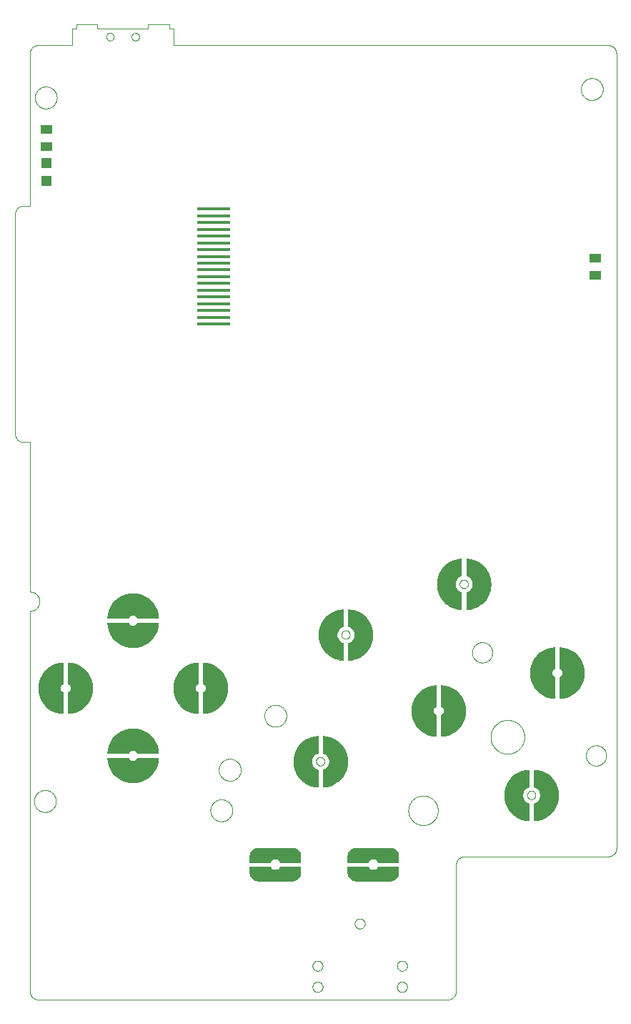
<source format=gtp>
G75*
%MOIN*%
%OFA0B0*%
%FSLAX25Y25*%
%IPPOS*%
%LPD*%
%AMOC8*
5,1,8,0,0,1.08239X$1,22.5*
%
%ADD10C,0.00000*%
%ADD11C,0.00039*%
%ADD12R,0.05512X0.04331*%
%ADD13R,0.15748X0.01575*%
%ADD14C,0.01000*%
%ADD15C,0.00300*%
%ADD16R,0.04724X0.04724*%
D10*
X0029320Y0023079D02*
X0029320Y0200244D01*
X0029453Y0200246D01*
X0029586Y0200252D01*
X0029718Y0200262D01*
X0029851Y0200275D01*
X0029982Y0200293D01*
X0030114Y0200314D01*
X0030244Y0200339D01*
X0030374Y0200368D01*
X0030503Y0200401D01*
X0030630Y0200438D01*
X0030757Y0200478D01*
X0030883Y0200522D01*
X0031007Y0200570D01*
X0031129Y0200621D01*
X0031250Y0200676D01*
X0031370Y0200735D01*
X0031487Y0200796D01*
X0031603Y0200862D01*
X0031717Y0200930D01*
X0031829Y0201002D01*
X0031938Y0201078D01*
X0032046Y0201156D01*
X0032151Y0201238D01*
X0032253Y0201322D01*
X0032353Y0201410D01*
X0032451Y0201500D01*
X0032545Y0201594D01*
X0032637Y0201690D01*
X0032726Y0201789D01*
X0032812Y0201890D01*
X0032895Y0201994D01*
X0032975Y0202100D01*
X0033052Y0202208D01*
X0033126Y0202319D01*
X0033196Y0202432D01*
X0033263Y0202546D01*
X0033327Y0202663D01*
X0033387Y0202782D01*
X0033444Y0202902D01*
X0033497Y0203024D01*
X0033546Y0203147D01*
X0033592Y0203272D01*
X0033635Y0203398D01*
X0033673Y0203525D01*
X0033708Y0203654D01*
X0033739Y0203783D01*
X0033766Y0203913D01*
X0033789Y0204044D01*
X0033809Y0204175D01*
X0033824Y0204308D01*
X0033836Y0204440D01*
X0033844Y0204573D01*
X0033848Y0204706D01*
X0033848Y0204838D01*
X0033844Y0204971D01*
X0033836Y0205104D01*
X0033824Y0205236D01*
X0033809Y0205369D01*
X0033789Y0205500D01*
X0033766Y0205631D01*
X0033739Y0205761D01*
X0033708Y0205890D01*
X0033673Y0206019D01*
X0033635Y0206146D01*
X0033592Y0206272D01*
X0033546Y0206397D01*
X0033497Y0206520D01*
X0033444Y0206642D01*
X0033387Y0206762D01*
X0033327Y0206881D01*
X0033263Y0206998D01*
X0033196Y0207112D01*
X0033126Y0207225D01*
X0033052Y0207336D01*
X0032975Y0207444D01*
X0032895Y0207550D01*
X0032812Y0207654D01*
X0032726Y0207755D01*
X0032637Y0207854D01*
X0032545Y0207950D01*
X0032451Y0208044D01*
X0032353Y0208134D01*
X0032253Y0208222D01*
X0032151Y0208306D01*
X0032046Y0208388D01*
X0031938Y0208466D01*
X0031829Y0208542D01*
X0031717Y0208614D01*
X0031603Y0208682D01*
X0031487Y0208748D01*
X0031370Y0208809D01*
X0031250Y0208868D01*
X0031129Y0208923D01*
X0031007Y0208974D01*
X0030883Y0209022D01*
X0030757Y0209066D01*
X0030630Y0209106D01*
X0030503Y0209143D01*
X0030374Y0209176D01*
X0030244Y0209205D01*
X0030114Y0209230D01*
X0029982Y0209251D01*
X0029851Y0209269D01*
X0029718Y0209282D01*
X0029586Y0209292D01*
X0029453Y0209298D01*
X0029320Y0209300D01*
X0029320Y0209299D02*
X0029320Y0278984D01*
X0026367Y0278984D01*
X0026243Y0278986D01*
X0026120Y0278992D01*
X0025996Y0279001D01*
X0025874Y0279015D01*
X0025751Y0279032D01*
X0025629Y0279054D01*
X0025508Y0279079D01*
X0025388Y0279108D01*
X0025269Y0279140D01*
X0025150Y0279177D01*
X0025033Y0279217D01*
X0024918Y0279260D01*
X0024803Y0279308D01*
X0024691Y0279359D01*
X0024580Y0279413D01*
X0024470Y0279471D01*
X0024363Y0279532D01*
X0024257Y0279597D01*
X0024154Y0279665D01*
X0024053Y0279736D01*
X0023954Y0279810D01*
X0023857Y0279887D01*
X0023763Y0279968D01*
X0023672Y0280051D01*
X0023583Y0280137D01*
X0023497Y0280226D01*
X0023414Y0280317D01*
X0023333Y0280411D01*
X0023256Y0280508D01*
X0023182Y0280607D01*
X0023111Y0280708D01*
X0023043Y0280811D01*
X0022978Y0280917D01*
X0022917Y0281024D01*
X0022859Y0281134D01*
X0022805Y0281245D01*
X0022754Y0281357D01*
X0022706Y0281472D01*
X0022663Y0281587D01*
X0022623Y0281704D01*
X0022586Y0281823D01*
X0022554Y0281942D01*
X0022525Y0282062D01*
X0022500Y0282183D01*
X0022478Y0282305D01*
X0022461Y0282428D01*
X0022447Y0282550D01*
X0022438Y0282674D01*
X0022432Y0282797D01*
X0022430Y0282921D01*
X0022430Y0385283D01*
X0022432Y0385407D01*
X0022438Y0385530D01*
X0022447Y0385654D01*
X0022461Y0385776D01*
X0022478Y0385899D01*
X0022500Y0386021D01*
X0022525Y0386142D01*
X0022554Y0386262D01*
X0022586Y0386381D01*
X0022623Y0386500D01*
X0022663Y0386617D01*
X0022706Y0386732D01*
X0022754Y0386847D01*
X0022805Y0386959D01*
X0022859Y0387070D01*
X0022917Y0387180D01*
X0022978Y0387287D01*
X0023043Y0387393D01*
X0023111Y0387496D01*
X0023182Y0387597D01*
X0023256Y0387696D01*
X0023333Y0387793D01*
X0023414Y0387887D01*
X0023497Y0387978D01*
X0023583Y0388067D01*
X0023672Y0388153D01*
X0023763Y0388236D01*
X0023857Y0388317D01*
X0023954Y0388394D01*
X0024053Y0388468D01*
X0024154Y0388539D01*
X0024257Y0388607D01*
X0024363Y0388672D01*
X0024470Y0388733D01*
X0024580Y0388791D01*
X0024691Y0388845D01*
X0024803Y0388896D01*
X0024918Y0388944D01*
X0025033Y0388987D01*
X0025150Y0389027D01*
X0025269Y0389064D01*
X0025388Y0389096D01*
X0025508Y0389125D01*
X0025629Y0389150D01*
X0025751Y0389172D01*
X0025874Y0389189D01*
X0025996Y0389203D01*
X0026120Y0389212D01*
X0026243Y0389218D01*
X0026367Y0389220D01*
X0029320Y0389220D01*
X0029320Y0460087D01*
X0029322Y0460211D01*
X0029328Y0460334D01*
X0029337Y0460458D01*
X0029351Y0460580D01*
X0029368Y0460703D01*
X0029390Y0460825D01*
X0029415Y0460946D01*
X0029444Y0461066D01*
X0029476Y0461185D01*
X0029513Y0461304D01*
X0029553Y0461421D01*
X0029596Y0461536D01*
X0029644Y0461651D01*
X0029695Y0461763D01*
X0029749Y0461874D01*
X0029807Y0461984D01*
X0029868Y0462091D01*
X0029933Y0462197D01*
X0030001Y0462300D01*
X0030072Y0462401D01*
X0030146Y0462500D01*
X0030223Y0462597D01*
X0030304Y0462691D01*
X0030387Y0462782D01*
X0030473Y0462871D01*
X0030562Y0462957D01*
X0030653Y0463040D01*
X0030747Y0463121D01*
X0030844Y0463198D01*
X0030943Y0463272D01*
X0031044Y0463343D01*
X0031147Y0463411D01*
X0031253Y0463476D01*
X0031360Y0463537D01*
X0031470Y0463595D01*
X0031581Y0463649D01*
X0031693Y0463700D01*
X0031808Y0463748D01*
X0031923Y0463791D01*
X0032040Y0463831D01*
X0032159Y0463868D01*
X0032278Y0463900D01*
X0032398Y0463929D01*
X0032519Y0463954D01*
X0032641Y0463976D01*
X0032764Y0463993D01*
X0032886Y0464007D01*
X0033010Y0464016D01*
X0033133Y0464022D01*
X0033257Y0464024D01*
X0049005Y0464024D01*
X0049005Y0471898D01*
X0050974Y0471898D01*
X0050974Y0473866D01*
X0060816Y0473866D01*
X0060816Y0471898D01*
X0084438Y0471898D01*
X0084438Y0473866D01*
X0094281Y0473866D01*
X0094281Y0471898D01*
X0096249Y0471898D01*
X0096249Y0464024D01*
X0299005Y0464024D01*
X0299129Y0464022D01*
X0299252Y0464016D01*
X0299376Y0464007D01*
X0299498Y0463993D01*
X0299621Y0463976D01*
X0299743Y0463954D01*
X0299864Y0463929D01*
X0299984Y0463900D01*
X0300103Y0463868D01*
X0300222Y0463831D01*
X0300339Y0463791D01*
X0300454Y0463748D01*
X0300569Y0463700D01*
X0300681Y0463649D01*
X0300792Y0463595D01*
X0300902Y0463537D01*
X0301009Y0463476D01*
X0301115Y0463411D01*
X0301218Y0463343D01*
X0301319Y0463272D01*
X0301418Y0463198D01*
X0301515Y0463121D01*
X0301609Y0463040D01*
X0301700Y0462957D01*
X0301789Y0462871D01*
X0301875Y0462782D01*
X0301958Y0462691D01*
X0302039Y0462597D01*
X0302116Y0462500D01*
X0302190Y0462401D01*
X0302261Y0462300D01*
X0302329Y0462197D01*
X0302394Y0462091D01*
X0302455Y0461984D01*
X0302513Y0461874D01*
X0302567Y0461763D01*
X0302618Y0461651D01*
X0302666Y0461536D01*
X0302709Y0461421D01*
X0302749Y0461304D01*
X0302786Y0461185D01*
X0302818Y0461066D01*
X0302847Y0460946D01*
X0302872Y0460825D01*
X0302894Y0460703D01*
X0302911Y0460580D01*
X0302925Y0460458D01*
X0302934Y0460334D01*
X0302940Y0460211D01*
X0302942Y0460087D01*
X0302942Y0089811D01*
X0302940Y0089687D01*
X0302934Y0089564D01*
X0302925Y0089440D01*
X0302911Y0089318D01*
X0302894Y0089195D01*
X0302872Y0089073D01*
X0302847Y0088952D01*
X0302818Y0088832D01*
X0302786Y0088713D01*
X0302749Y0088594D01*
X0302709Y0088477D01*
X0302666Y0088362D01*
X0302618Y0088247D01*
X0302567Y0088135D01*
X0302513Y0088024D01*
X0302455Y0087914D01*
X0302394Y0087807D01*
X0302329Y0087701D01*
X0302261Y0087598D01*
X0302190Y0087497D01*
X0302116Y0087398D01*
X0302039Y0087301D01*
X0301958Y0087207D01*
X0301875Y0087116D01*
X0301789Y0087027D01*
X0301700Y0086941D01*
X0301609Y0086858D01*
X0301515Y0086777D01*
X0301418Y0086700D01*
X0301319Y0086626D01*
X0301218Y0086555D01*
X0301115Y0086487D01*
X0301009Y0086422D01*
X0300902Y0086361D01*
X0300792Y0086303D01*
X0300681Y0086249D01*
X0300569Y0086198D01*
X0300454Y0086150D01*
X0300339Y0086107D01*
X0300222Y0086067D01*
X0300103Y0086030D01*
X0299984Y0085998D01*
X0299864Y0085969D01*
X0299743Y0085944D01*
X0299621Y0085922D01*
X0299498Y0085905D01*
X0299376Y0085891D01*
X0299252Y0085882D01*
X0299129Y0085876D01*
X0299005Y0085874D01*
X0232076Y0085874D01*
X0231952Y0085872D01*
X0231829Y0085866D01*
X0231705Y0085857D01*
X0231583Y0085843D01*
X0231460Y0085826D01*
X0231338Y0085804D01*
X0231217Y0085779D01*
X0231097Y0085750D01*
X0230978Y0085718D01*
X0230859Y0085681D01*
X0230742Y0085641D01*
X0230627Y0085598D01*
X0230512Y0085550D01*
X0230400Y0085499D01*
X0230289Y0085445D01*
X0230179Y0085387D01*
X0230072Y0085326D01*
X0229966Y0085261D01*
X0229863Y0085193D01*
X0229762Y0085122D01*
X0229663Y0085048D01*
X0229566Y0084971D01*
X0229472Y0084890D01*
X0229381Y0084807D01*
X0229292Y0084721D01*
X0229206Y0084632D01*
X0229123Y0084541D01*
X0229042Y0084447D01*
X0228965Y0084350D01*
X0228891Y0084251D01*
X0228820Y0084150D01*
X0228752Y0084047D01*
X0228687Y0083941D01*
X0228626Y0083834D01*
X0228568Y0083724D01*
X0228514Y0083613D01*
X0228463Y0083501D01*
X0228415Y0083386D01*
X0228372Y0083271D01*
X0228332Y0083154D01*
X0228295Y0083035D01*
X0228263Y0082916D01*
X0228234Y0082796D01*
X0228209Y0082675D01*
X0228187Y0082553D01*
X0228170Y0082430D01*
X0228156Y0082308D01*
X0228147Y0082184D01*
X0228141Y0082061D01*
X0228139Y0081937D01*
X0228139Y0023079D01*
X0228137Y0022955D01*
X0228131Y0022832D01*
X0228122Y0022708D01*
X0228108Y0022586D01*
X0228091Y0022463D01*
X0228069Y0022341D01*
X0228044Y0022220D01*
X0228015Y0022100D01*
X0227983Y0021981D01*
X0227946Y0021862D01*
X0227906Y0021745D01*
X0227863Y0021630D01*
X0227815Y0021515D01*
X0227764Y0021403D01*
X0227710Y0021292D01*
X0227652Y0021182D01*
X0227591Y0021075D01*
X0227526Y0020969D01*
X0227458Y0020866D01*
X0227387Y0020765D01*
X0227313Y0020666D01*
X0227236Y0020569D01*
X0227155Y0020475D01*
X0227072Y0020384D01*
X0226986Y0020295D01*
X0226897Y0020209D01*
X0226806Y0020126D01*
X0226712Y0020045D01*
X0226615Y0019968D01*
X0226516Y0019894D01*
X0226415Y0019823D01*
X0226312Y0019755D01*
X0226206Y0019690D01*
X0226099Y0019629D01*
X0225989Y0019571D01*
X0225878Y0019517D01*
X0225766Y0019466D01*
X0225651Y0019418D01*
X0225536Y0019375D01*
X0225419Y0019335D01*
X0225300Y0019298D01*
X0225181Y0019266D01*
X0225061Y0019237D01*
X0224940Y0019212D01*
X0224818Y0019190D01*
X0224695Y0019173D01*
X0224573Y0019159D01*
X0224449Y0019150D01*
X0224326Y0019144D01*
X0224202Y0019142D01*
X0033257Y0019142D01*
X0033133Y0019144D01*
X0033010Y0019150D01*
X0032886Y0019159D01*
X0032764Y0019173D01*
X0032641Y0019190D01*
X0032519Y0019212D01*
X0032398Y0019237D01*
X0032278Y0019266D01*
X0032159Y0019298D01*
X0032040Y0019335D01*
X0031923Y0019375D01*
X0031808Y0019418D01*
X0031693Y0019466D01*
X0031581Y0019517D01*
X0031470Y0019571D01*
X0031360Y0019629D01*
X0031253Y0019690D01*
X0031147Y0019755D01*
X0031044Y0019823D01*
X0030943Y0019894D01*
X0030844Y0019968D01*
X0030747Y0020045D01*
X0030653Y0020126D01*
X0030562Y0020209D01*
X0030473Y0020295D01*
X0030387Y0020384D01*
X0030304Y0020475D01*
X0030223Y0020569D01*
X0030146Y0020666D01*
X0030072Y0020765D01*
X0030001Y0020866D01*
X0029933Y0020969D01*
X0029868Y0021075D01*
X0029807Y0021182D01*
X0029749Y0021292D01*
X0029695Y0021403D01*
X0029644Y0021515D01*
X0029596Y0021630D01*
X0029553Y0021745D01*
X0029513Y0021862D01*
X0029476Y0021981D01*
X0029444Y0022100D01*
X0029415Y0022220D01*
X0029390Y0022341D01*
X0029368Y0022463D01*
X0029351Y0022586D01*
X0029337Y0022708D01*
X0029328Y0022832D01*
X0029322Y0022955D01*
X0029320Y0023079D01*
X0161210Y0025047D02*
X0161212Y0025144D01*
X0161218Y0025241D01*
X0161228Y0025337D01*
X0161242Y0025433D01*
X0161260Y0025529D01*
X0161281Y0025623D01*
X0161307Y0025717D01*
X0161336Y0025809D01*
X0161370Y0025900D01*
X0161406Y0025990D01*
X0161447Y0026078D01*
X0161491Y0026164D01*
X0161539Y0026249D01*
X0161590Y0026331D01*
X0161644Y0026412D01*
X0161702Y0026490D01*
X0161763Y0026565D01*
X0161826Y0026638D01*
X0161893Y0026709D01*
X0161963Y0026776D01*
X0162035Y0026841D01*
X0162110Y0026902D01*
X0162188Y0026961D01*
X0162267Y0027016D01*
X0162349Y0027068D01*
X0162433Y0027116D01*
X0162519Y0027161D01*
X0162607Y0027203D01*
X0162696Y0027241D01*
X0162787Y0027275D01*
X0162879Y0027305D01*
X0162972Y0027332D01*
X0163067Y0027354D01*
X0163162Y0027373D01*
X0163258Y0027388D01*
X0163354Y0027399D01*
X0163451Y0027406D01*
X0163548Y0027409D01*
X0163645Y0027408D01*
X0163742Y0027403D01*
X0163838Y0027394D01*
X0163934Y0027381D01*
X0164030Y0027364D01*
X0164125Y0027343D01*
X0164218Y0027319D01*
X0164311Y0027290D01*
X0164403Y0027258D01*
X0164493Y0027222D01*
X0164581Y0027183D01*
X0164668Y0027139D01*
X0164753Y0027093D01*
X0164836Y0027042D01*
X0164917Y0026989D01*
X0164995Y0026932D01*
X0165072Y0026872D01*
X0165145Y0026809D01*
X0165216Y0026743D01*
X0165284Y0026674D01*
X0165350Y0026602D01*
X0165412Y0026528D01*
X0165471Y0026451D01*
X0165527Y0026372D01*
X0165580Y0026290D01*
X0165630Y0026207D01*
X0165675Y0026121D01*
X0165718Y0026034D01*
X0165757Y0025945D01*
X0165792Y0025855D01*
X0165823Y0025763D01*
X0165850Y0025670D01*
X0165874Y0025576D01*
X0165894Y0025481D01*
X0165910Y0025385D01*
X0165922Y0025289D01*
X0165930Y0025192D01*
X0165934Y0025095D01*
X0165934Y0024999D01*
X0165930Y0024902D01*
X0165922Y0024805D01*
X0165910Y0024709D01*
X0165894Y0024613D01*
X0165874Y0024518D01*
X0165850Y0024424D01*
X0165823Y0024331D01*
X0165792Y0024239D01*
X0165757Y0024149D01*
X0165718Y0024060D01*
X0165675Y0023973D01*
X0165630Y0023887D01*
X0165580Y0023804D01*
X0165527Y0023722D01*
X0165471Y0023643D01*
X0165412Y0023566D01*
X0165350Y0023492D01*
X0165284Y0023420D01*
X0165216Y0023351D01*
X0165145Y0023285D01*
X0165072Y0023222D01*
X0164995Y0023162D01*
X0164917Y0023105D01*
X0164836Y0023052D01*
X0164753Y0023001D01*
X0164668Y0022955D01*
X0164581Y0022911D01*
X0164493Y0022872D01*
X0164403Y0022836D01*
X0164311Y0022804D01*
X0164218Y0022775D01*
X0164125Y0022751D01*
X0164030Y0022730D01*
X0163934Y0022713D01*
X0163838Y0022700D01*
X0163742Y0022691D01*
X0163645Y0022686D01*
X0163548Y0022685D01*
X0163451Y0022688D01*
X0163354Y0022695D01*
X0163258Y0022706D01*
X0163162Y0022721D01*
X0163067Y0022740D01*
X0162972Y0022762D01*
X0162879Y0022789D01*
X0162787Y0022819D01*
X0162696Y0022853D01*
X0162607Y0022891D01*
X0162519Y0022933D01*
X0162433Y0022978D01*
X0162349Y0023026D01*
X0162267Y0023078D01*
X0162188Y0023133D01*
X0162110Y0023192D01*
X0162035Y0023253D01*
X0161963Y0023318D01*
X0161893Y0023385D01*
X0161826Y0023456D01*
X0161763Y0023529D01*
X0161702Y0023604D01*
X0161644Y0023682D01*
X0161590Y0023763D01*
X0161539Y0023845D01*
X0161491Y0023930D01*
X0161447Y0024016D01*
X0161406Y0024104D01*
X0161370Y0024194D01*
X0161336Y0024285D01*
X0161307Y0024377D01*
X0161281Y0024471D01*
X0161260Y0024565D01*
X0161242Y0024661D01*
X0161228Y0024757D01*
X0161218Y0024853D01*
X0161212Y0024950D01*
X0161210Y0025047D01*
X0161210Y0034890D02*
X0161212Y0034987D01*
X0161218Y0035084D01*
X0161228Y0035180D01*
X0161242Y0035276D01*
X0161260Y0035372D01*
X0161281Y0035466D01*
X0161307Y0035560D01*
X0161336Y0035652D01*
X0161370Y0035743D01*
X0161406Y0035833D01*
X0161447Y0035921D01*
X0161491Y0036007D01*
X0161539Y0036092D01*
X0161590Y0036174D01*
X0161644Y0036255D01*
X0161702Y0036333D01*
X0161763Y0036408D01*
X0161826Y0036481D01*
X0161893Y0036552D01*
X0161963Y0036619D01*
X0162035Y0036684D01*
X0162110Y0036745D01*
X0162188Y0036804D01*
X0162267Y0036859D01*
X0162349Y0036911D01*
X0162433Y0036959D01*
X0162519Y0037004D01*
X0162607Y0037046D01*
X0162696Y0037084D01*
X0162787Y0037118D01*
X0162879Y0037148D01*
X0162972Y0037175D01*
X0163067Y0037197D01*
X0163162Y0037216D01*
X0163258Y0037231D01*
X0163354Y0037242D01*
X0163451Y0037249D01*
X0163548Y0037252D01*
X0163645Y0037251D01*
X0163742Y0037246D01*
X0163838Y0037237D01*
X0163934Y0037224D01*
X0164030Y0037207D01*
X0164125Y0037186D01*
X0164218Y0037162D01*
X0164311Y0037133D01*
X0164403Y0037101D01*
X0164493Y0037065D01*
X0164581Y0037026D01*
X0164668Y0036982D01*
X0164753Y0036936D01*
X0164836Y0036885D01*
X0164917Y0036832D01*
X0164995Y0036775D01*
X0165072Y0036715D01*
X0165145Y0036652D01*
X0165216Y0036586D01*
X0165284Y0036517D01*
X0165350Y0036445D01*
X0165412Y0036371D01*
X0165471Y0036294D01*
X0165527Y0036215D01*
X0165580Y0036133D01*
X0165630Y0036050D01*
X0165675Y0035964D01*
X0165718Y0035877D01*
X0165757Y0035788D01*
X0165792Y0035698D01*
X0165823Y0035606D01*
X0165850Y0035513D01*
X0165874Y0035419D01*
X0165894Y0035324D01*
X0165910Y0035228D01*
X0165922Y0035132D01*
X0165930Y0035035D01*
X0165934Y0034938D01*
X0165934Y0034842D01*
X0165930Y0034745D01*
X0165922Y0034648D01*
X0165910Y0034552D01*
X0165894Y0034456D01*
X0165874Y0034361D01*
X0165850Y0034267D01*
X0165823Y0034174D01*
X0165792Y0034082D01*
X0165757Y0033992D01*
X0165718Y0033903D01*
X0165675Y0033816D01*
X0165630Y0033730D01*
X0165580Y0033647D01*
X0165527Y0033565D01*
X0165471Y0033486D01*
X0165412Y0033409D01*
X0165350Y0033335D01*
X0165284Y0033263D01*
X0165216Y0033194D01*
X0165145Y0033128D01*
X0165072Y0033065D01*
X0164995Y0033005D01*
X0164917Y0032948D01*
X0164836Y0032895D01*
X0164753Y0032844D01*
X0164668Y0032798D01*
X0164581Y0032754D01*
X0164493Y0032715D01*
X0164403Y0032679D01*
X0164311Y0032647D01*
X0164218Y0032618D01*
X0164125Y0032594D01*
X0164030Y0032573D01*
X0163934Y0032556D01*
X0163838Y0032543D01*
X0163742Y0032534D01*
X0163645Y0032529D01*
X0163548Y0032528D01*
X0163451Y0032531D01*
X0163354Y0032538D01*
X0163258Y0032549D01*
X0163162Y0032564D01*
X0163067Y0032583D01*
X0162972Y0032605D01*
X0162879Y0032632D01*
X0162787Y0032662D01*
X0162696Y0032696D01*
X0162607Y0032734D01*
X0162519Y0032776D01*
X0162433Y0032821D01*
X0162349Y0032869D01*
X0162267Y0032921D01*
X0162188Y0032976D01*
X0162110Y0033035D01*
X0162035Y0033096D01*
X0161963Y0033161D01*
X0161893Y0033228D01*
X0161826Y0033299D01*
X0161763Y0033372D01*
X0161702Y0033447D01*
X0161644Y0033525D01*
X0161590Y0033606D01*
X0161539Y0033688D01*
X0161491Y0033773D01*
X0161447Y0033859D01*
X0161406Y0033947D01*
X0161370Y0034037D01*
X0161336Y0034128D01*
X0161307Y0034220D01*
X0161281Y0034314D01*
X0161260Y0034408D01*
X0161242Y0034504D01*
X0161228Y0034600D01*
X0161218Y0034696D01*
X0161212Y0034793D01*
X0161210Y0034890D01*
X0180895Y0054575D02*
X0180897Y0054672D01*
X0180903Y0054769D01*
X0180913Y0054865D01*
X0180927Y0054961D01*
X0180945Y0055057D01*
X0180966Y0055151D01*
X0180992Y0055245D01*
X0181021Y0055337D01*
X0181055Y0055428D01*
X0181091Y0055518D01*
X0181132Y0055606D01*
X0181176Y0055692D01*
X0181224Y0055777D01*
X0181275Y0055859D01*
X0181329Y0055940D01*
X0181387Y0056018D01*
X0181448Y0056093D01*
X0181511Y0056166D01*
X0181578Y0056237D01*
X0181648Y0056304D01*
X0181720Y0056369D01*
X0181795Y0056430D01*
X0181873Y0056489D01*
X0181952Y0056544D01*
X0182034Y0056596D01*
X0182118Y0056644D01*
X0182204Y0056689D01*
X0182292Y0056731D01*
X0182381Y0056769D01*
X0182472Y0056803D01*
X0182564Y0056833D01*
X0182657Y0056860D01*
X0182752Y0056882D01*
X0182847Y0056901D01*
X0182943Y0056916D01*
X0183039Y0056927D01*
X0183136Y0056934D01*
X0183233Y0056937D01*
X0183330Y0056936D01*
X0183427Y0056931D01*
X0183523Y0056922D01*
X0183619Y0056909D01*
X0183715Y0056892D01*
X0183810Y0056871D01*
X0183903Y0056847D01*
X0183996Y0056818D01*
X0184088Y0056786D01*
X0184178Y0056750D01*
X0184266Y0056711D01*
X0184353Y0056667D01*
X0184438Y0056621D01*
X0184521Y0056570D01*
X0184602Y0056517D01*
X0184680Y0056460D01*
X0184757Y0056400D01*
X0184830Y0056337D01*
X0184901Y0056271D01*
X0184969Y0056202D01*
X0185035Y0056130D01*
X0185097Y0056056D01*
X0185156Y0055979D01*
X0185212Y0055900D01*
X0185265Y0055818D01*
X0185315Y0055735D01*
X0185360Y0055649D01*
X0185403Y0055562D01*
X0185442Y0055473D01*
X0185477Y0055383D01*
X0185508Y0055291D01*
X0185535Y0055198D01*
X0185559Y0055104D01*
X0185579Y0055009D01*
X0185595Y0054913D01*
X0185607Y0054817D01*
X0185615Y0054720D01*
X0185619Y0054623D01*
X0185619Y0054527D01*
X0185615Y0054430D01*
X0185607Y0054333D01*
X0185595Y0054237D01*
X0185579Y0054141D01*
X0185559Y0054046D01*
X0185535Y0053952D01*
X0185508Y0053859D01*
X0185477Y0053767D01*
X0185442Y0053677D01*
X0185403Y0053588D01*
X0185360Y0053501D01*
X0185315Y0053415D01*
X0185265Y0053332D01*
X0185212Y0053250D01*
X0185156Y0053171D01*
X0185097Y0053094D01*
X0185035Y0053020D01*
X0184969Y0052948D01*
X0184901Y0052879D01*
X0184830Y0052813D01*
X0184757Y0052750D01*
X0184680Y0052690D01*
X0184602Y0052633D01*
X0184521Y0052580D01*
X0184438Y0052529D01*
X0184353Y0052483D01*
X0184266Y0052439D01*
X0184178Y0052400D01*
X0184088Y0052364D01*
X0183996Y0052332D01*
X0183903Y0052303D01*
X0183810Y0052279D01*
X0183715Y0052258D01*
X0183619Y0052241D01*
X0183523Y0052228D01*
X0183427Y0052219D01*
X0183330Y0052214D01*
X0183233Y0052213D01*
X0183136Y0052216D01*
X0183039Y0052223D01*
X0182943Y0052234D01*
X0182847Y0052249D01*
X0182752Y0052268D01*
X0182657Y0052290D01*
X0182564Y0052317D01*
X0182472Y0052347D01*
X0182381Y0052381D01*
X0182292Y0052419D01*
X0182204Y0052461D01*
X0182118Y0052506D01*
X0182034Y0052554D01*
X0181952Y0052606D01*
X0181873Y0052661D01*
X0181795Y0052720D01*
X0181720Y0052781D01*
X0181648Y0052846D01*
X0181578Y0052913D01*
X0181511Y0052984D01*
X0181448Y0053057D01*
X0181387Y0053132D01*
X0181329Y0053210D01*
X0181275Y0053291D01*
X0181224Y0053373D01*
X0181176Y0053458D01*
X0181132Y0053544D01*
X0181091Y0053632D01*
X0181055Y0053722D01*
X0181021Y0053813D01*
X0180992Y0053905D01*
X0180966Y0053999D01*
X0180945Y0054093D01*
X0180927Y0054189D01*
X0180913Y0054285D01*
X0180903Y0054381D01*
X0180897Y0054478D01*
X0180895Y0054575D01*
X0200580Y0034890D02*
X0200582Y0034987D01*
X0200588Y0035084D01*
X0200598Y0035180D01*
X0200612Y0035276D01*
X0200630Y0035372D01*
X0200651Y0035466D01*
X0200677Y0035560D01*
X0200706Y0035652D01*
X0200740Y0035743D01*
X0200776Y0035833D01*
X0200817Y0035921D01*
X0200861Y0036007D01*
X0200909Y0036092D01*
X0200960Y0036174D01*
X0201014Y0036255D01*
X0201072Y0036333D01*
X0201133Y0036408D01*
X0201196Y0036481D01*
X0201263Y0036552D01*
X0201333Y0036619D01*
X0201405Y0036684D01*
X0201480Y0036745D01*
X0201558Y0036804D01*
X0201637Y0036859D01*
X0201719Y0036911D01*
X0201803Y0036959D01*
X0201889Y0037004D01*
X0201977Y0037046D01*
X0202066Y0037084D01*
X0202157Y0037118D01*
X0202249Y0037148D01*
X0202342Y0037175D01*
X0202437Y0037197D01*
X0202532Y0037216D01*
X0202628Y0037231D01*
X0202724Y0037242D01*
X0202821Y0037249D01*
X0202918Y0037252D01*
X0203015Y0037251D01*
X0203112Y0037246D01*
X0203208Y0037237D01*
X0203304Y0037224D01*
X0203400Y0037207D01*
X0203495Y0037186D01*
X0203588Y0037162D01*
X0203681Y0037133D01*
X0203773Y0037101D01*
X0203863Y0037065D01*
X0203951Y0037026D01*
X0204038Y0036982D01*
X0204123Y0036936D01*
X0204206Y0036885D01*
X0204287Y0036832D01*
X0204365Y0036775D01*
X0204442Y0036715D01*
X0204515Y0036652D01*
X0204586Y0036586D01*
X0204654Y0036517D01*
X0204720Y0036445D01*
X0204782Y0036371D01*
X0204841Y0036294D01*
X0204897Y0036215D01*
X0204950Y0036133D01*
X0205000Y0036050D01*
X0205045Y0035964D01*
X0205088Y0035877D01*
X0205127Y0035788D01*
X0205162Y0035698D01*
X0205193Y0035606D01*
X0205220Y0035513D01*
X0205244Y0035419D01*
X0205264Y0035324D01*
X0205280Y0035228D01*
X0205292Y0035132D01*
X0205300Y0035035D01*
X0205304Y0034938D01*
X0205304Y0034842D01*
X0205300Y0034745D01*
X0205292Y0034648D01*
X0205280Y0034552D01*
X0205264Y0034456D01*
X0205244Y0034361D01*
X0205220Y0034267D01*
X0205193Y0034174D01*
X0205162Y0034082D01*
X0205127Y0033992D01*
X0205088Y0033903D01*
X0205045Y0033816D01*
X0205000Y0033730D01*
X0204950Y0033647D01*
X0204897Y0033565D01*
X0204841Y0033486D01*
X0204782Y0033409D01*
X0204720Y0033335D01*
X0204654Y0033263D01*
X0204586Y0033194D01*
X0204515Y0033128D01*
X0204442Y0033065D01*
X0204365Y0033005D01*
X0204287Y0032948D01*
X0204206Y0032895D01*
X0204123Y0032844D01*
X0204038Y0032798D01*
X0203951Y0032754D01*
X0203863Y0032715D01*
X0203773Y0032679D01*
X0203681Y0032647D01*
X0203588Y0032618D01*
X0203495Y0032594D01*
X0203400Y0032573D01*
X0203304Y0032556D01*
X0203208Y0032543D01*
X0203112Y0032534D01*
X0203015Y0032529D01*
X0202918Y0032528D01*
X0202821Y0032531D01*
X0202724Y0032538D01*
X0202628Y0032549D01*
X0202532Y0032564D01*
X0202437Y0032583D01*
X0202342Y0032605D01*
X0202249Y0032632D01*
X0202157Y0032662D01*
X0202066Y0032696D01*
X0201977Y0032734D01*
X0201889Y0032776D01*
X0201803Y0032821D01*
X0201719Y0032869D01*
X0201637Y0032921D01*
X0201558Y0032976D01*
X0201480Y0033035D01*
X0201405Y0033096D01*
X0201333Y0033161D01*
X0201263Y0033228D01*
X0201196Y0033299D01*
X0201133Y0033372D01*
X0201072Y0033447D01*
X0201014Y0033525D01*
X0200960Y0033606D01*
X0200909Y0033688D01*
X0200861Y0033773D01*
X0200817Y0033859D01*
X0200776Y0033947D01*
X0200740Y0034037D01*
X0200706Y0034128D01*
X0200677Y0034220D01*
X0200651Y0034314D01*
X0200630Y0034408D01*
X0200612Y0034504D01*
X0200598Y0034600D01*
X0200588Y0034696D01*
X0200582Y0034793D01*
X0200580Y0034890D01*
X0200580Y0025047D02*
X0200582Y0025144D01*
X0200588Y0025241D01*
X0200598Y0025337D01*
X0200612Y0025433D01*
X0200630Y0025529D01*
X0200651Y0025623D01*
X0200677Y0025717D01*
X0200706Y0025809D01*
X0200740Y0025900D01*
X0200776Y0025990D01*
X0200817Y0026078D01*
X0200861Y0026164D01*
X0200909Y0026249D01*
X0200960Y0026331D01*
X0201014Y0026412D01*
X0201072Y0026490D01*
X0201133Y0026565D01*
X0201196Y0026638D01*
X0201263Y0026709D01*
X0201333Y0026776D01*
X0201405Y0026841D01*
X0201480Y0026902D01*
X0201558Y0026961D01*
X0201637Y0027016D01*
X0201719Y0027068D01*
X0201803Y0027116D01*
X0201889Y0027161D01*
X0201977Y0027203D01*
X0202066Y0027241D01*
X0202157Y0027275D01*
X0202249Y0027305D01*
X0202342Y0027332D01*
X0202437Y0027354D01*
X0202532Y0027373D01*
X0202628Y0027388D01*
X0202724Y0027399D01*
X0202821Y0027406D01*
X0202918Y0027409D01*
X0203015Y0027408D01*
X0203112Y0027403D01*
X0203208Y0027394D01*
X0203304Y0027381D01*
X0203400Y0027364D01*
X0203495Y0027343D01*
X0203588Y0027319D01*
X0203681Y0027290D01*
X0203773Y0027258D01*
X0203863Y0027222D01*
X0203951Y0027183D01*
X0204038Y0027139D01*
X0204123Y0027093D01*
X0204206Y0027042D01*
X0204287Y0026989D01*
X0204365Y0026932D01*
X0204442Y0026872D01*
X0204515Y0026809D01*
X0204586Y0026743D01*
X0204654Y0026674D01*
X0204720Y0026602D01*
X0204782Y0026528D01*
X0204841Y0026451D01*
X0204897Y0026372D01*
X0204950Y0026290D01*
X0205000Y0026207D01*
X0205045Y0026121D01*
X0205088Y0026034D01*
X0205127Y0025945D01*
X0205162Y0025855D01*
X0205193Y0025763D01*
X0205220Y0025670D01*
X0205244Y0025576D01*
X0205264Y0025481D01*
X0205280Y0025385D01*
X0205292Y0025289D01*
X0205300Y0025192D01*
X0205304Y0025095D01*
X0205304Y0024999D01*
X0205300Y0024902D01*
X0205292Y0024805D01*
X0205280Y0024709D01*
X0205264Y0024613D01*
X0205244Y0024518D01*
X0205220Y0024424D01*
X0205193Y0024331D01*
X0205162Y0024239D01*
X0205127Y0024149D01*
X0205088Y0024060D01*
X0205045Y0023973D01*
X0205000Y0023887D01*
X0204950Y0023804D01*
X0204897Y0023722D01*
X0204841Y0023643D01*
X0204782Y0023566D01*
X0204720Y0023492D01*
X0204654Y0023420D01*
X0204586Y0023351D01*
X0204515Y0023285D01*
X0204442Y0023222D01*
X0204365Y0023162D01*
X0204287Y0023105D01*
X0204206Y0023052D01*
X0204123Y0023001D01*
X0204038Y0022955D01*
X0203951Y0022911D01*
X0203863Y0022872D01*
X0203773Y0022836D01*
X0203681Y0022804D01*
X0203588Y0022775D01*
X0203495Y0022751D01*
X0203400Y0022730D01*
X0203304Y0022713D01*
X0203208Y0022700D01*
X0203112Y0022691D01*
X0203015Y0022686D01*
X0202918Y0022685D01*
X0202821Y0022688D01*
X0202724Y0022695D01*
X0202628Y0022706D01*
X0202532Y0022721D01*
X0202437Y0022740D01*
X0202342Y0022762D01*
X0202249Y0022789D01*
X0202157Y0022819D01*
X0202066Y0022853D01*
X0201977Y0022891D01*
X0201889Y0022933D01*
X0201803Y0022978D01*
X0201719Y0023026D01*
X0201637Y0023078D01*
X0201558Y0023133D01*
X0201480Y0023192D01*
X0201405Y0023253D01*
X0201333Y0023318D01*
X0201263Y0023385D01*
X0201196Y0023456D01*
X0201133Y0023529D01*
X0201072Y0023604D01*
X0201014Y0023682D01*
X0200960Y0023763D01*
X0200909Y0023845D01*
X0200861Y0023930D01*
X0200817Y0024016D01*
X0200776Y0024104D01*
X0200740Y0024194D01*
X0200706Y0024285D01*
X0200677Y0024377D01*
X0200651Y0024471D01*
X0200630Y0024565D01*
X0200612Y0024661D01*
X0200598Y0024757D01*
X0200588Y0024853D01*
X0200582Y0024950D01*
X0200580Y0025047D01*
X0261288Y0114457D02*
X0261290Y0114545D01*
X0261296Y0114633D01*
X0261306Y0114721D01*
X0261320Y0114809D01*
X0261337Y0114895D01*
X0261359Y0114981D01*
X0261384Y0115065D01*
X0261414Y0115149D01*
X0261446Y0115231D01*
X0261483Y0115311D01*
X0261523Y0115390D01*
X0261567Y0115467D01*
X0261614Y0115542D01*
X0261664Y0115614D01*
X0261718Y0115685D01*
X0261774Y0115752D01*
X0261834Y0115818D01*
X0261896Y0115880D01*
X0261962Y0115940D01*
X0262029Y0115996D01*
X0262100Y0116050D01*
X0262172Y0116100D01*
X0262247Y0116147D01*
X0262324Y0116191D01*
X0262403Y0116231D01*
X0262483Y0116268D01*
X0262565Y0116300D01*
X0262649Y0116330D01*
X0262733Y0116355D01*
X0262819Y0116377D01*
X0262905Y0116394D01*
X0262993Y0116408D01*
X0263081Y0116418D01*
X0263169Y0116424D01*
X0263257Y0116426D01*
X0263345Y0116424D01*
X0263433Y0116418D01*
X0263521Y0116408D01*
X0263609Y0116394D01*
X0263695Y0116377D01*
X0263781Y0116355D01*
X0263865Y0116330D01*
X0263949Y0116300D01*
X0264031Y0116268D01*
X0264111Y0116231D01*
X0264190Y0116191D01*
X0264267Y0116147D01*
X0264342Y0116100D01*
X0264414Y0116050D01*
X0264485Y0115996D01*
X0264552Y0115940D01*
X0264618Y0115880D01*
X0264680Y0115818D01*
X0264740Y0115752D01*
X0264796Y0115685D01*
X0264850Y0115614D01*
X0264900Y0115542D01*
X0264947Y0115467D01*
X0264991Y0115390D01*
X0265031Y0115311D01*
X0265068Y0115231D01*
X0265100Y0115149D01*
X0265130Y0115065D01*
X0265155Y0114981D01*
X0265177Y0114895D01*
X0265194Y0114809D01*
X0265208Y0114721D01*
X0265218Y0114633D01*
X0265224Y0114545D01*
X0265226Y0114457D01*
X0265224Y0114369D01*
X0265218Y0114281D01*
X0265208Y0114193D01*
X0265194Y0114105D01*
X0265177Y0114019D01*
X0265155Y0113933D01*
X0265130Y0113849D01*
X0265100Y0113765D01*
X0265068Y0113683D01*
X0265031Y0113603D01*
X0264991Y0113524D01*
X0264947Y0113447D01*
X0264900Y0113372D01*
X0264850Y0113300D01*
X0264796Y0113229D01*
X0264740Y0113162D01*
X0264680Y0113096D01*
X0264618Y0113034D01*
X0264552Y0112974D01*
X0264485Y0112918D01*
X0264414Y0112864D01*
X0264342Y0112814D01*
X0264267Y0112767D01*
X0264190Y0112723D01*
X0264111Y0112683D01*
X0264031Y0112646D01*
X0263949Y0112614D01*
X0263865Y0112584D01*
X0263781Y0112559D01*
X0263695Y0112537D01*
X0263609Y0112520D01*
X0263521Y0112506D01*
X0263433Y0112496D01*
X0263345Y0112490D01*
X0263257Y0112488D01*
X0263169Y0112490D01*
X0263081Y0112496D01*
X0262993Y0112506D01*
X0262905Y0112520D01*
X0262819Y0112537D01*
X0262733Y0112559D01*
X0262649Y0112584D01*
X0262565Y0112614D01*
X0262483Y0112646D01*
X0262403Y0112683D01*
X0262324Y0112723D01*
X0262247Y0112767D01*
X0262172Y0112814D01*
X0262100Y0112864D01*
X0262029Y0112918D01*
X0261962Y0112974D01*
X0261896Y0113034D01*
X0261834Y0113096D01*
X0261774Y0113162D01*
X0261718Y0113229D01*
X0261664Y0113300D01*
X0261614Y0113372D01*
X0261567Y0113447D01*
X0261523Y0113524D01*
X0261483Y0113603D01*
X0261446Y0113683D01*
X0261414Y0113765D01*
X0261384Y0113849D01*
X0261359Y0113933D01*
X0261337Y0114019D01*
X0261320Y0114105D01*
X0261306Y0114193D01*
X0261296Y0114281D01*
X0261290Y0114369D01*
X0261288Y0114457D01*
X0229792Y0212882D02*
X0229794Y0212970D01*
X0229800Y0213058D01*
X0229810Y0213146D01*
X0229824Y0213234D01*
X0229841Y0213320D01*
X0229863Y0213406D01*
X0229888Y0213490D01*
X0229918Y0213574D01*
X0229950Y0213656D01*
X0229987Y0213736D01*
X0230027Y0213815D01*
X0230071Y0213892D01*
X0230118Y0213967D01*
X0230168Y0214039D01*
X0230222Y0214110D01*
X0230278Y0214177D01*
X0230338Y0214243D01*
X0230400Y0214305D01*
X0230466Y0214365D01*
X0230533Y0214421D01*
X0230604Y0214475D01*
X0230676Y0214525D01*
X0230751Y0214572D01*
X0230828Y0214616D01*
X0230907Y0214656D01*
X0230987Y0214693D01*
X0231069Y0214725D01*
X0231153Y0214755D01*
X0231237Y0214780D01*
X0231323Y0214802D01*
X0231409Y0214819D01*
X0231497Y0214833D01*
X0231585Y0214843D01*
X0231673Y0214849D01*
X0231761Y0214851D01*
X0231849Y0214849D01*
X0231937Y0214843D01*
X0232025Y0214833D01*
X0232113Y0214819D01*
X0232199Y0214802D01*
X0232285Y0214780D01*
X0232369Y0214755D01*
X0232453Y0214725D01*
X0232535Y0214693D01*
X0232615Y0214656D01*
X0232694Y0214616D01*
X0232771Y0214572D01*
X0232846Y0214525D01*
X0232918Y0214475D01*
X0232989Y0214421D01*
X0233056Y0214365D01*
X0233122Y0214305D01*
X0233184Y0214243D01*
X0233244Y0214177D01*
X0233300Y0214110D01*
X0233354Y0214039D01*
X0233404Y0213967D01*
X0233451Y0213892D01*
X0233495Y0213815D01*
X0233535Y0213736D01*
X0233572Y0213656D01*
X0233604Y0213574D01*
X0233634Y0213490D01*
X0233659Y0213406D01*
X0233681Y0213320D01*
X0233698Y0213234D01*
X0233712Y0213146D01*
X0233722Y0213058D01*
X0233728Y0212970D01*
X0233730Y0212882D01*
X0233728Y0212794D01*
X0233722Y0212706D01*
X0233712Y0212618D01*
X0233698Y0212530D01*
X0233681Y0212444D01*
X0233659Y0212358D01*
X0233634Y0212274D01*
X0233604Y0212190D01*
X0233572Y0212108D01*
X0233535Y0212028D01*
X0233495Y0211949D01*
X0233451Y0211872D01*
X0233404Y0211797D01*
X0233354Y0211725D01*
X0233300Y0211654D01*
X0233244Y0211587D01*
X0233184Y0211521D01*
X0233122Y0211459D01*
X0233056Y0211399D01*
X0232989Y0211343D01*
X0232918Y0211289D01*
X0232846Y0211239D01*
X0232771Y0211192D01*
X0232694Y0211148D01*
X0232615Y0211108D01*
X0232535Y0211071D01*
X0232453Y0211039D01*
X0232369Y0211009D01*
X0232285Y0210984D01*
X0232199Y0210962D01*
X0232113Y0210945D01*
X0232025Y0210931D01*
X0231937Y0210921D01*
X0231849Y0210915D01*
X0231761Y0210913D01*
X0231673Y0210915D01*
X0231585Y0210921D01*
X0231497Y0210931D01*
X0231409Y0210945D01*
X0231323Y0210962D01*
X0231237Y0210984D01*
X0231153Y0211009D01*
X0231069Y0211039D01*
X0230987Y0211071D01*
X0230907Y0211108D01*
X0230828Y0211148D01*
X0230751Y0211192D01*
X0230676Y0211239D01*
X0230604Y0211289D01*
X0230533Y0211343D01*
X0230466Y0211399D01*
X0230400Y0211459D01*
X0230338Y0211521D01*
X0230278Y0211587D01*
X0230222Y0211654D01*
X0230168Y0211725D01*
X0230118Y0211797D01*
X0230071Y0211872D01*
X0230027Y0211949D01*
X0229987Y0212028D01*
X0229950Y0212108D01*
X0229918Y0212190D01*
X0229888Y0212274D01*
X0229863Y0212358D01*
X0229841Y0212444D01*
X0229824Y0212530D01*
X0229810Y0212618D01*
X0229800Y0212706D01*
X0229794Y0212794D01*
X0229792Y0212882D01*
X0174674Y0189260D02*
X0174676Y0189348D01*
X0174682Y0189436D01*
X0174692Y0189524D01*
X0174706Y0189612D01*
X0174723Y0189698D01*
X0174745Y0189784D01*
X0174770Y0189868D01*
X0174800Y0189952D01*
X0174832Y0190034D01*
X0174869Y0190114D01*
X0174909Y0190193D01*
X0174953Y0190270D01*
X0175000Y0190345D01*
X0175050Y0190417D01*
X0175104Y0190488D01*
X0175160Y0190555D01*
X0175220Y0190621D01*
X0175282Y0190683D01*
X0175348Y0190743D01*
X0175415Y0190799D01*
X0175486Y0190853D01*
X0175558Y0190903D01*
X0175633Y0190950D01*
X0175710Y0190994D01*
X0175789Y0191034D01*
X0175869Y0191071D01*
X0175951Y0191103D01*
X0176035Y0191133D01*
X0176119Y0191158D01*
X0176205Y0191180D01*
X0176291Y0191197D01*
X0176379Y0191211D01*
X0176467Y0191221D01*
X0176555Y0191227D01*
X0176643Y0191229D01*
X0176731Y0191227D01*
X0176819Y0191221D01*
X0176907Y0191211D01*
X0176995Y0191197D01*
X0177081Y0191180D01*
X0177167Y0191158D01*
X0177251Y0191133D01*
X0177335Y0191103D01*
X0177417Y0191071D01*
X0177497Y0191034D01*
X0177576Y0190994D01*
X0177653Y0190950D01*
X0177728Y0190903D01*
X0177800Y0190853D01*
X0177871Y0190799D01*
X0177938Y0190743D01*
X0178004Y0190683D01*
X0178066Y0190621D01*
X0178126Y0190555D01*
X0178182Y0190488D01*
X0178236Y0190417D01*
X0178286Y0190345D01*
X0178333Y0190270D01*
X0178377Y0190193D01*
X0178417Y0190114D01*
X0178454Y0190034D01*
X0178486Y0189952D01*
X0178516Y0189868D01*
X0178541Y0189784D01*
X0178563Y0189698D01*
X0178580Y0189612D01*
X0178594Y0189524D01*
X0178604Y0189436D01*
X0178610Y0189348D01*
X0178612Y0189260D01*
X0178610Y0189172D01*
X0178604Y0189084D01*
X0178594Y0188996D01*
X0178580Y0188908D01*
X0178563Y0188822D01*
X0178541Y0188736D01*
X0178516Y0188652D01*
X0178486Y0188568D01*
X0178454Y0188486D01*
X0178417Y0188406D01*
X0178377Y0188327D01*
X0178333Y0188250D01*
X0178286Y0188175D01*
X0178236Y0188103D01*
X0178182Y0188032D01*
X0178126Y0187965D01*
X0178066Y0187899D01*
X0178004Y0187837D01*
X0177938Y0187777D01*
X0177871Y0187721D01*
X0177800Y0187667D01*
X0177728Y0187617D01*
X0177653Y0187570D01*
X0177576Y0187526D01*
X0177497Y0187486D01*
X0177417Y0187449D01*
X0177335Y0187417D01*
X0177251Y0187387D01*
X0177167Y0187362D01*
X0177081Y0187340D01*
X0176995Y0187323D01*
X0176907Y0187309D01*
X0176819Y0187299D01*
X0176731Y0187293D01*
X0176643Y0187291D01*
X0176555Y0187293D01*
X0176467Y0187299D01*
X0176379Y0187309D01*
X0176291Y0187323D01*
X0176205Y0187340D01*
X0176119Y0187362D01*
X0176035Y0187387D01*
X0175951Y0187417D01*
X0175869Y0187449D01*
X0175789Y0187486D01*
X0175710Y0187526D01*
X0175633Y0187570D01*
X0175558Y0187617D01*
X0175486Y0187667D01*
X0175415Y0187721D01*
X0175348Y0187777D01*
X0175282Y0187837D01*
X0175220Y0187899D01*
X0175160Y0187965D01*
X0175104Y0188032D01*
X0175050Y0188103D01*
X0175000Y0188175D01*
X0174953Y0188250D01*
X0174909Y0188327D01*
X0174869Y0188406D01*
X0174832Y0188486D01*
X0174800Y0188568D01*
X0174770Y0188652D01*
X0174745Y0188736D01*
X0174723Y0188822D01*
X0174706Y0188908D01*
X0174692Y0188996D01*
X0174682Y0189084D01*
X0174676Y0189172D01*
X0174674Y0189260D01*
X0162863Y0130205D02*
X0162865Y0130293D01*
X0162871Y0130381D01*
X0162881Y0130469D01*
X0162895Y0130557D01*
X0162912Y0130643D01*
X0162934Y0130729D01*
X0162959Y0130813D01*
X0162989Y0130897D01*
X0163021Y0130979D01*
X0163058Y0131059D01*
X0163098Y0131138D01*
X0163142Y0131215D01*
X0163189Y0131290D01*
X0163239Y0131362D01*
X0163293Y0131433D01*
X0163349Y0131500D01*
X0163409Y0131566D01*
X0163471Y0131628D01*
X0163537Y0131688D01*
X0163604Y0131744D01*
X0163675Y0131798D01*
X0163747Y0131848D01*
X0163822Y0131895D01*
X0163899Y0131939D01*
X0163978Y0131979D01*
X0164058Y0132016D01*
X0164140Y0132048D01*
X0164224Y0132078D01*
X0164308Y0132103D01*
X0164394Y0132125D01*
X0164480Y0132142D01*
X0164568Y0132156D01*
X0164656Y0132166D01*
X0164744Y0132172D01*
X0164832Y0132174D01*
X0164920Y0132172D01*
X0165008Y0132166D01*
X0165096Y0132156D01*
X0165184Y0132142D01*
X0165270Y0132125D01*
X0165356Y0132103D01*
X0165440Y0132078D01*
X0165524Y0132048D01*
X0165606Y0132016D01*
X0165686Y0131979D01*
X0165765Y0131939D01*
X0165842Y0131895D01*
X0165917Y0131848D01*
X0165989Y0131798D01*
X0166060Y0131744D01*
X0166127Y0131688D01*
X0166193Y0131628D01*
X0166255Y0131566D01*
X0166315Y0131500D01*
X0166371Y0131433D01*
X0166425Y0131362D01*
X0166475Y0131290D01*
X0166522Y0131215D01*
X0166566Y0131138D01*
X0166606Y0131059D01*
X0166643Y0130979D01*
X0166675Y0130897D01*
X0166705Y0130813D01*
X0166730Y0130729D01*
X0166752Y0130643D01*
X0166769Y0130557D01*
X0166783Y0130469D01*
X0166793Y0130381D01*
X0166799Y0130293D01*
X0166801Y0130205D01*
X0166799Y0130117D01*
X0166793Y0130029D01*
X0166783Y0129941D01*
X0166769Y0129853D01*
X0166752Y0129767D01*
X0166730Y0129681D01*
X0166705Y0129597D01*
X0166675Y0129513D01*
X0166643Y0129431D01*
X0166606Y0129351D01*
X0166566Y0129272D01*
X0166522Y0129195D01*
X0166475Y0129120D01*
X0166425Y0129048D01*
X0166371Y0128977D01*
X0166315Y0128910D01*
X0166255Y0128844D01*
X0166193Y0128782D01*
X0166127Y0128722D01*
X0166060Y0128666D01*
X0165989Y0128612D01*
X0165917Y0128562D01*
X0165842Y0128515D01*
X0165765Y0128471D01*
X0165686Y0128431D01*
X0165606Y0128394D01*
X0165524Y0128362D01*
X0165440Y0128332D01*
X0165356Y0128307D01*
X0165270Y0128285D01*
X0165184Y0128268D01*
X0165096Y0128254D01*
X0165008Y0128244D01*
X0164920Y0128238D01*
X0164832Y0128236D01*
X0164744Y0128238D01*
X0164656Y0128244D01*
X0164568Y0128254D01*
X0164480Y0128268D01*
X0164394Y0128285D01*
X0164308Y0128307D01*
X0164224Y0128332D01*
X0164140Y0128362D01*
X0164058Y0128394D01*
X0163978Y0128431D01*
X0163899Y0128471D01*
X0163822Y0128515D01*
X0163747Y0128562D01*
X0163675Y0128612D01*
X0163604Y0128666D01*
X0163537Y0128722D01*
X0163471Y0128782D01*
X0163409Y0128844D01*
X0163349Y0128910D01*
X0163293Y0128977D01*
X0163239Y0129048D01*
X0163189Y0129120D01*
X0163142Y0129195D01*
X0163098Y0129272D01*
X0163058Y0129351D01*
X0163021Y0129431D01*
X0162989Y0129513D01*
X0162959Y0129597D01*
X0162934Y0129681D01*
X0162912Y0129767D01*
X0162895Y0129853D01*
X0162881Y0129941D01*
X0162871Y0130029D01*
X0162865Y0130117D01*
X0162863Y0130205D01*
X0076761Y0467961D02*
X0076763Y0468045D01*
X0076769Y0468128D01*
X0076779Y0468211D01*
X0076793Y0468294D01*
X0076810Y0468376D01*
X0076832Y0468457D01*
X0076857Y0468536D01*
X0076886Y0468615D01*
X0076919Y0468692D01*
X0076955Y0468767D01*
X0076995Y0468841D01*
X0077038Y0468913D01*
X0077085Y0468982D01*
X0077135Y0469049D01*
X0077188Y0469114D01*
X0077244Y0469176D01*
X0077302Y0469236D01*
X0077364Y0469293D01*
X0077428Y0469346D01*
X0077495Y0469397D01*
X0077564Y0469444D01*
X0077635Y0469489D01*
X0077708Y0469529D01*
X0077783Y0469566D01*
X0077860Y0469600D01*
X0077938Y0469630D01*
X0078017Y0469656D01*
X0078098Y0469679D01*
X0078180Y0469697D01*
X0078262Y0469712D01*
X0078345Y0469723D01*
X0078428Y0469730D01*
X0078512Y0469733D01*
X0078596Y0469732D01*
X0078679Y0469727D01*
X0078763Y0469718D01*
X0078845Y0469705D01*
X0078927Y0469689D01*
X0079008Y0469668D01*
X0079089Y0469644D01*
X0079167Y0469616D01*
X0079245Y0469584D01*
X0079321Y0469548D01*
X0079395Y0469509D01*
X0079467Y0469467D01*
X0079537Y0469421D01*
X0079605Y0469372D01*
X0079670Y0469320D01*
X0079733Y0469265D01*
X0079793Y0469207D01*
X0079851Y0469146D01*
X0079905Y0469082D01*
X0079957Y0469016D01*
X0080005Y0468948D01*
X0080050Y0468877D01*
X0080091Y0468804D01*
X0080130Y0468730D01*
X0080164Y0468654D01*
X0080195Y0468576D01*
X0080222Y0468497D01*
X0080246Y0468416D01*
X0080265Y0468335D01*
X0080281Y0468253D01*
X0080293Y0468170D01*
X0080301Y0468086D01*
X0080305Y0468003D01*
X0080305Y0467919D01*
X0080301Y0467836D01*
X0080293Y0467752D01*
X0080281Y0467669D01*
X0080265Y0467587D01*
X0080246Y0467506D01*
X0080222Y0467425D01*
X0080195Y0467346D01*
X0080164Y0467268D01*
X0080130Y0467192D01*
X0080091Y0467118D01*
X0080050Y0467045D01*
X0080005Y0466974D01*
X0079957Y0466906D01*
X0079905Y0466840D01*
X0079851Y0466776D01*
X0079793Y0466715D01*
X0079733Y0466657D01*
X0079670Y0466602D01*
X0079605Y0466550D01*
X0079537Y0466501D01*
X0079467Y0466455D01*
X0079395Y0466413D01*
X0079321Y0466374D01*
X0079245Y0466338D01*
X0079167Y0466306D01*
X0079089Y0466278D01*
X0079008Y0466254D01*
X0078927Y0466233D01*
X0078845Y0466217D01*
X0078763Y0466204D01*
X0078679Y0466195D01*
X0078596Y0466190D01*
X0078512Y0466189D01*
X0078428Y0466192D01*
X0078345Y0466199D01*
X0078262Y0466210D01*
X0078180Y0466225D01*
X0078098Y0466243D01*
X0078017Y0466266D01*
X0077938Y0466292D01*
X0077860Y0466322D01*
X0077783Y0466356D01*
X0077708Y0466393D01*
X0077635Y0466433D01*
X0077564Y0466478D01*
X0077495Y0466525D01*
X0077428Y0466576D01*
X0077364Y0466629D01*
X0077302Y0466686D01*
X0077244Y0466746D01*
X0077188Y0466808D01*
X0077135Y0466873D01*
X0077085Y0466940D01*
X0077038Y0467009D01*
X0076995Y0467081D01*
X0076955Y0467155D01*
X0076919Y0467230D01*
X0076886Y0467307D01*
X0076857Y0467386D01*
X0076832Y0467465D01*
X0076810Y0467546D01*
X0076793Y0467628D01*
X0076779Y0467711D01*
X0076769Y0467794D01*
X0076763Y0467877D01*
X0076761Y0467961D01*
X0064950Y0467961D02*
X0064952Y0468045D01*
X0064958Y0468128D01*
X0064968Y0468211D01*
X0064982Y0468294D01*
X0064999Y0468376D01*
X0065021Y0468457D01*
X0065046Y0468536D01*
X0065075Y0468615D01*
X0065108Y0468692D01*
X0065144Y0468767D01*
X0065184Y0468841D01*
X0065227Y0468913D01*
X0065274Y0468982D01*
X0065324Y0469049D01*
X0065377Y0469114D01*
X0065433Y0469176D01*
X0065491Y0469236D01*
X0065553Y0469293D01*
X0065617Y0469346D01*
X0065684Y0469397D01*
X0065753Y0469444D01*
X0065824Y0469489D01*
X0065897Y0469529D01*
X0065972Y0469566D01*
X0066049Y0469600D01*
X0066127Y0469630D01*
X0066206Y0469656D01*
X0066287Y0469679D01*
X0066369Y0469697D01*
X0066451Y0469712D01*
X0066534Y0469723D01*
X0066617Y0469730D01*
X0066701Y0469733D01*
X0066785Y0469732D01*
X0066868Y0469727D01*
X0066952Y0469718D01*
X0067034Y0469705D01*
X0067116Y0469689D01*
X0067197Y0469668D01*
X0067278Y0469644D01*
X0067356Y0469616D01*
X0067434Y0469584D01*
X0067510Y0469548D01*
X0067584Y0469509D01*
X0067656Y0469467D01*
X0067726Y0469421D01*
X0067794Y0469372D01*
X0067859Y0469320D01*
X0067922Y0469265D01*
X0067982Y0469207D01*
X0068040Y0469146D01*
X0068094Y0469082D01*
X0068146Y0469016D01*
X0068194Y0468948D01*
X0068239Y0468877D01*
X0068280Y0468804D01*
X0068319Y0468730D01*
X0068353Y0468654D01*
X0068384Y0468576D01*
X0068411Y0468497D01*
X0068435Y0468416D01*
X0068454Y0468335D01*
X0068470Y0468253D01*
X0068482Y0468170D01*
X0068490Y0468086D01*
X0068494Y0468003D01*
X0068494Y0467919D01*
X0068490Y0467836D01*
X0068482Y0467752D01*
X0068470Y0467669D01*
X0068454Y0467587D01*
X0068435Y0467506D01*
X0068411Y0467425D01*
X0068384Y0467346D01*
X0068353Y0467268D01*
X0068319Y0467192D01*
X0068280Y0467118D01*
X0068239Y0467045D01*
X0068194Y0466974D01*
X0068146Y0466906D01*
X0068094Y0466840D01*
X0068040Y0466776D01*
X0067982Y0466715D01*
X0067922Y0466657D01*
X0067859Y0466602D01*
X0067794Y0466550D01*
X0067726Y0466501D01*
X0067656Y0466455D01*
X0067584Y0466413D01*
X0067510Y0466374D01*
X0067434Y0466338D01*
X0067356Y0466306D01*
X0067278Y0466278D01*
X0067197Y0466254D01*
X0067116Y0466233D01*
X0067034Y0466217D01*
X0066952Y0466204D01*
X0066868Y0466195D01*
X0066785Y0466190D01*
X0066701Y0466189D01*
X0066617Y0466192D01*
X0066534Y0466199D01*
X0066451Y0466210D01*
X0066369Y0466225D01*
X0066287Y0466243D01*
X0066206Y0466266D01*
X0066127Y0466292D01*
X0066049Y0466322D01*
X0065972Y0466356D01*
X0065897Y0466393D01*
X0065824Y0466433D01*
X0065753Y0466478D01*
X0065684Y0466525D01*
X0065617Y0466576D01*
X0065553Y0466629D01*
X0065491Y0466686D01*
X0065433Y0466746D01*
X0065377Y0466808D01*
X0065324Y0466873D01*
X0065274Y0466940D01*
X0065227Y0467009D01*
X0065184Y0467081D01*
X0065144Y0467155D01*
X0065108Y0467230D01*
X0065075Y0467307D01*
X0065046Y0467386D01*
X0065021Y0467465D01*
X0064999Y0467546D01*
X0064982Y0467628D01*
X0064968Y0467711D01*
X0064958Y0467794D01*
X0064952Y0467877D01*
X0064950Y0467961D01*
D11*
X0031683Y0439614D02*
X0031685Y0439757D01*
X0031691Y0439900D01*
X0031701Y0440042D01*
X0031715Y0440184D01*
X0031733Y0440326D01*
X0031755Y0440468D01*
X0031780Y0440608D01*
X0031810Y0440748D01*
X0031844Y0440887D01*
X0031881Y0441025D01*
X0031923Y0441162D01*
X0031968Y0441297D01*
X0032017Y0441431D01*
X0032069Y0441564D01*
X0032125Y0441696D01*
X0032185Y0441825D01*
X0032249Y0441953D01*
X0032316Y0442080D01*
X0032387Y0442204D01*
X0032461Y0442326D01*
X0032538Y0442446D01*
X0032619Y0442564D01*
X0032703Y0442680D01*
X0032790Y0442793D01*
X0032880Y0442904D01*
X0032974Y0443012D01*
X0033070Y0443118D01*
X0033169Y0443220D01*
X0033272Y0443320D01*
X0033376Y0443417D01*
X0033484Y0443512D01*
X0033594Y0443603D01*
X0033707Y0443691D01*
X0033822Y0443775D01*
X0033939Y0443857D01*
X0034059Y0443935D01*
X0034180Y0444010D01*
X0034304Y0444082D01*
X0034430Y0444150D01*
X0034557Y0444214D01*
X0034687Y0444275D01*
X0034818Y0444332D01*
X0034950Y0444386D01*
X0035084Y0444435D01*
X0035219Y0444482D01*
X0035356Y0444524D01*
X0035494Y0444562D01*
X0035632Y0444597D01*
X0035772Y0444627D01*
X0035912Y0444654D01*
X0036053Y0444677D01*
X0036195Y0444696D01*
X0036337Y0444711D01*
X0036480Y0444722D01*
X0036622Y0444729D01*
X0036765Y0444732D01*
X0036908Y0444731D01*
X0037051Y0444726D01*
X0037194Y0444717D01*
X0037336Y0444704D01*
X0037478Y0444687D01*
X0037619Y0444666D01*
X0037760Y0444641D01*
X0037900Y0444613D01*
X0038039Y0444580D01*
X0038177Y0444543D01*
X0038314Y0444503D01*
X0038450Y0444459D01*
X0038585Y0444411D01*
X0038718Y0444359D01*
X0038850Y0444304D01*
X0038980Y0444245D01*
X0039109Y0444182D01*
X0039235Y0444116D01*
X0039360Y0444046D01*
X0039483Y0443973D01*
X0039603Y0443897D01*
X0039722Y0443817D01*
X0039838Y0443733D01*
X0039952Y0443647D01*
X0040063Y0443557D01*
X0040172Y0443465D01*
X0040278Y0443369D01*
X0040382Y0443271D01*
X0040483Y0443169D01*
X0040580Y0443065D01*
X0040675Y0442958D01*
X0040767Y0442849D01*
X0040856Y0442737D01*
X0040942Y0442622D01*
X0041024Y0442506D01*
X0041103Y0442386D01*
X0041179Y0442265D01*
X0041251Y0442142D01*
X0041320Y0442017D01*
X0041385Y0441890D01*
X0041447Y0441761D01*
X0041505Y0441630D01*
X0041560Y0441498D01*
X0041610Y0441364D01*
X0041657Y0441229D01*
X0041701Y0441093D01*
X0041740Y0440956D01*
X0041775Y0440817D01*
X0041807Y0440678D01*
X0041835Y0440538D01*
X0041859Y0440397D01*
X0041879Y0440255D01*
X0041895Y0440113D01*
X0041907Y0439971D01*
X0041915Y0439828D01*
X0041919Y0439685D01*
X0041919Y0439543D01*
X0041915Y0439400D01*
X0041907Y0439257D01*
X0041895Y0439115D01*
X0041879Y0438973D01*
X0041859Y0438831D01*
X0041835Y0438690D01*
X0041807Y0438550D01*
X0041775Y0438411D01*
X0041740Y0438272D01*
X0041701Y0438135D01*
X0041657Y0437999D01*
X0041610Y0437864D01*
X0041560Y0437730D01*
X0041505Y0437598D01*
X0041447Y0437467D01*
X0041385Y0437338D01*
X0041320Y0437211D01*
X0041251Y0437086D01*
X0041179Y0436963D01*
X0041103Y0436842D01*
X0041024Y0436722D01*
X0040942Y0436606D01*
X0040856Y0436491D01*
X0040767Y0436379D01*
X0040675Y0436270D01*
X0040580Y0436163D01*
X0040483Y0436059D01*
X0040382Y0435957D01*
X0040278Y0435859D01*
X0040172Y0435763D01*
X0040063Y0435671D01*
X0039952Y0435581D01*
X0039838Y0435495D01*
X0039722Y0435411D01*
X0039603Y0435331D01*
X0039483Y0435255D01*
X0039360Y0435182D01*
X0039235Y0435112D01*
X0039109Y0435046D01*
X0038980Y0434983D01*
X0038850Y0434924D01*
X0038718Y0434869D01*
X0038585Y0434817D01*
X0038450Y0434769D01*
X0038314Y0434725D01*
X0038177Y0434685D01*
X0038039Y0434648D01*
X0037900Y0434615D01*
X0037760Y0434587D01*
X0037619Y0434562D01*
X0037478Y0434541D01*
X0037336Y0434524D01*
X0037194Y0434511D01*
X0037051Y0434502D01*
X0036908Y0434497D01*
X0036765Y0434496D01*
X0036622Y0434499D01*
X0036480Y0434506D01*
X0036337Y0434517D01*
X0036195Y0434532D01*
X0036053Y0434551D01*
X0035912Y0434574D01*
X0035772Y0434601D01*
X0035632Y0434631D01*
X0035494Y0434666D01*
X0035356Y0434704D01*
X0035219Y0434746D01*
X0035084Y0434793D01*
X0034950Y0434842D01*
X0034818Y0434896D01*
X0034687Y0434953D01*
X0034557Y0435014D01*
X0034430Y0435078D01*
X0034304Y0435146D01*
X0034180Y0435218D01*
X0034059Y0435293D01*
X0033939Y0435371D01*
X0033822Y0435453D01*
X0033707Y0435537D01*
X0033594Y0435625D01*
X0033484Y0435716D01*
X0033376Y0435811D01*
X0033272Y0435908D01*
X0033169Y0436008D01*
X0033070Y0436110D01*
X0032974Y0436216D01*
X0032880Y0436324D01*
X0032790Y0436435D01*
X0032703Y0436548D01*
X0032619Y0436664D01*
X0032538Y0436782D01*
X0032461Y0436902D01*
X0032387Y0437024D01*
X0032316Y0437148D01*
X0032249Y0437275D01*
X0032185Y0437403D01*
X0032125Y0437532D01*
X0032069Y0437664D01*
X0032017Y0437797D01*
X0031968Y0437931D01*
X0031923Y0438066D01*
X0031881Y0438203D01*
X0031844Y0438341D01*
X0031810Y0438480D01*
X0031780Y0438620D01*
X0031755Y0438760D01*
X0031733Y0438902D01*
X0031715Y0439044D01*
X0031701Y0439186D01*
X0031691Y0439328D01*
X0031685Y0439471D01*
X0031683Y0439614D01*
X0138769Y0151425D02*
X0138771Y0151568D01*
X0138777Y0151711D01*
X0138787Y0151853D01*
X0138801Y0151995D01*
X0138819Y0152137D01*
X0138841Y0152279D01*
X0138866Y0152419D01*
X0138896Y0152559D01*
X0138930Y0152698D01*
X0138967Y0152836D01*
X0139009Y0152973D01*
X0139054Y0153108D01*
X0139103Y0153242D01*
X0139155Y0153375D01*
X0139211Y0153507D01*
X0139271Y0153636D01*
X0139335Y0153764D01*
X0139402Y0153891D01*
X0139473Y0154015D01*
X0139547Y0154137D01*
X0139624Y0154257D01*
X0139705Y0154375D01*
X0139789Y0154491D01*
X0139876Y0154604D01*
X0139966Y0154715D01*
X0140060Y0154823D01*
X0140156Y0154929D01*
X0140255Y0155031D01*
X0140358Y0155131D01*
X0140462Y0155228D01*
X0140570Y0155323D01*
X0140680Y0155414D01*
X0140793Y0155502D01*
X0140908Y0155586D01*
X0141025Y0155668D01*
X0141145Y0155746D01*
X0141266Y0155821D01*
X0141390Y0155893D01*
X0141516Y0155961D01*
X0141643Y0156025D01*
X0141773Y0156086D01*
X0141904Y0156143D01*
X0142036Y0156197D01*
X0142170Y0156246D01*
X0142305Y0156293D01*
X0142442Y0156335D01*
X0142580Y0156373D01*
X0142718Y0156408D01*
X0142858Y0156438D01*
X0142998Y0156465D01*
X0143139Y0156488D01*
X0143281Y0156507D01*
X0143423Y0156522D01*
X0143566Y0156533D01*
X0143708Y0156540D01*
X0143851Y0156543D01*
X0143994Y0156542D01*
X0144137Y0156537D01*
X0144280Y0156528D01*
X0144422Y0156515D01*
X0144564Y0156498D01*
X0144705Y0156477D01*
X0144846Y0156452D01*
X0144986Y0156424D01*
X0145125Y0156391D01*
X0145263Y0156354D01*
X0145400Y0156314D01*
X0145536Y0156270D01*
X0145671Y0156222D01*
X0145804Y0156170D01*
X0145936Y0156115D01*
X0146066Y0156056D01*
X0146195Y0155993D01*
X0146321Y0155927D01*
X0146446Y0155857D01*
X0146569Y0155784D01*
X0146689Y0155708D01*
X0146808Y0155628D01*
X0146924Y0155544D01*
X0147038Y0155458D01*
X0147149Y0155368D01*
X0147258Y0155276D01*
X0147364Y0155180D01*
X0147468Y0155082D01*
X0147569Y0154980D01*
X0147666Y0154876D01*
X0147761Y0154769D01*
X0147853Y0154660D01*
X0147942Y0154548D01*
X0148028Y0154433D01*
X0148110Y0154317D01*
X0148189Y0154197D01*
X0148265Y0154076D01*
X0148337Y0153953D01*
X0148406Y0153828D01*
X0148471Y0153701D01*
X0148533Y0153572D01*
X0148591Y0153441D01*
X0148646Y0153309D01*
X0148696Y0153175D01*
X0148743Y0153040D01*
X0148787Y0152904D01*
X0148826Y0152767D01*
X0148861Y0152628D01*
X0148893Y0152489D01*
X0148921Y0152349D01*
X0148945Y0152208D01*
X0148965Y0152066D01*
X0148981Y0151924D01*
X0148993Y0151782D01*
X0149001Y0151639D01*
X0149005Y0151496D01*
X0149005Y0151354D01*
X0149001Y0151211D01*
X0148993Y0151068D01*
X0148981Y0150926D01*
X0148965Y0150784D01*
X0148945Y0150642D01*
X0148921Y0150501D01*
X0148893Y0150361D01*
X0148861Y0150222D01*
X0148826Y0150083D01*
X0148787Y0149946D01*
X0148743Y0149810D01*
X0148696Y0149675D01*
X0148646Y0149541D01*
X0148591Y0149409D01*
X0148533Y0149278D01*
X0148471Y0149149D01*
X0148406Y0149022D01*
X0148337Y0148897D01*
X0148265Y0148774D01*
X0148189Y0148653D01*
X0148110Y0148533D01*
X0148028Y0148417D01*
X0147942Y0148302D01*
X0147853Y0148190D01*
X0147761Y0148081D01*
X0147666Y0147974D01*
X0147569Y0147870D01*
X0147468Y0147768D01*
X0147364Y0147670D01*
X0147258Y0147574D01*
X0147149Y0147482D01*
X0147038Y0147392D01*
X0146924Y0147306D01*
X0146808Y0147222D01*
X0146689Y0147142D01*
X0146569Y0147066D01*
X0146446Y0146993D01*
X0146321Y0146923D01*
X0146195Y0146857D01*
X0146066Y0146794D01*
X0145936Y0146735D01*
X0145804Y0146680D01*
X0145671Y0146628D01*
X0145536Y0146580D01*
X0145400Y0146536D01*
X0145263Y0146496D01*
X0145125Y0146459D01*
X0144986Y0146426D01*
X0144846Y0146398D01*
X0144705Y0146373D01*
X0144564Y0146352D01*
X0144422Y0146335D01*
X0144280Y0146322D01*
X0144137Y0146313D01*
X0143994Y0146308D01*
X0143851Y0146307D01*
X0143708Y0146310D01*
X0143566Y0146317D01*
X0143423Y0146328D01*
X0143281Y0146343D01*
X0143139Y0146362D01*
X0142998Y0146385D01*
X0142858Y0146412D01*
X0142718Y0146442D01*
X0142580Y0146477D01*
X0142442Y0146515D01*
X0142305Y0146557D01*
X0142170Y0146604D01*
X0142036Y0146653D01*
X0141904Y0146707D01*
X0141773Y0146764D01*
X0141643Y0146825D01*
X0141516Y0146889D01*
X0141390Y0146957D01*
X0141266Y0147029D01*
X0141145Y0147104D01*
X0141025Y0147182D01*
X0140908Y0147264D01*
X0140793Y0147348D01*
X0140680Y0147436D01*
X0140570Y0147527D01*
X0140462Y0147622D01*
X0140358Y0147719D01*
X0140255Y0147819D01*
X0140156Y0147921D01*
X0140060Y0148027D01*
X0139966Y0148135D01*
X0139876Y0148246D01*
X0139789Y0148359D01*
X0139705Y0148475D01*
X0139624Y0148593D01*
X0139547Y0148713D01*
X0139473Y0148835D01*
X0139402Y0148959D01*
X0139335Y0149086D01*
X0139271Y0149214D01*
X0139211Y0149343D01*
X0139155Y0149475D01*
X0139103Y0149608D01*
X0139054Y0149742D01*
X0139009Y0149877D01*
X0138967Y0150014D01*
X0138930Y0150152D01*
X0138896Y0150291D01*
X0138866Y0150431D01*
X0138841Y0150571D01*
X0138819Y0150713D01*
X0138801Y0150855D01*
X0138787Y0150997D01*
X0138777Y0151139D01*
X0138771Y0151282D01*
X0138769Y0151425D01*
X0117509Y0126228D02*
X0117511Y0126371D01*
X0117517Y0126514D01*
X0117527Y0126656D01*
X0117541Y0126798D01*
X0117559Y0126940D01*
X0117581Y0127082D01*
X0117606Y0127222D01*
X0117636Y0127362D01*
X0117670Y0127501D01*
X0117707Y0127639D01*
X0117749Y0127776D01*
X0117794Y0127911D01*
X0117843Y0128045D01*
X0117895Y0128178D01*
X0117951Y0128310D01*
X0118011Y0128439D01*
X0118075Y0128567D01*
X0118142Y0128694D01*
X0118213Y0128818D01*
X0118287Y0128940D01*
X0118364Y0129060D01*
X0118445Y0129178D01*
X0118529Y0129294D01*
X0118616Y0129407D01*
X0118706Y0129518D01*
X0118800Y0129626D01*
X0118896Y0129732D01*
X0118995Y0129834D01*
X0119098Y0129934D01*
X0119202Y0130031D01*
X0119310Y0130126D01*
X0119420Y0130217D01*
X0119533Y0130305D01*
X0119648Y0130389D01*
X0119765Y0130471D01*
X0119885Y0130549D01*
X0120006Y0130624D01*
X0120130Y0130696D01*
X0120256Y0130764D01*
X0120383Y0130828D01*
X0120513Y0130889D01*
X0120644Y0130946D01*
X0120776Y0131000D01*
X0120910Y0131049D01*
X0121045Y0131096D01*
X0121182Y0131138D01*
X0121320Y0131176D01*
X0121458Y0131211D01*
X0121598Y0131241D01*
X0121738Y0131268D01*
X0121879Y0131291D01*
X0122021Y0131310D01*
X0122163Y0131325D01*
X0122306Y0131336D01*
X0122448Y0131343D01*
X0122591Y0131346D01*
X0122734Y0131345D01*
X0122877Y0131340D01*
X0123020Y0131331D01*
X0123162Y0131318D01*
X0123304Y0131301D01*
X0123445Y0131280D01*
X0123586Y0131255D01*
X0123726Y0131227D01*
X0123865Y0131194D01*
X0124003Y0131157D01*
X0124140Y0131117D01*
X0124276Y0131073D01*
X0124411Y0131025D01*
X0124544Y0130973D01*
X0124676Y0130918D01*
X0124806Y0130859D01*
X0124935Y0130796D01*
X0125061Y0130730D01*
X0125186Y0130660D01*
X0125309Y0130587D01*
X0125429Y0130511D01*
X0125548Y0130431D01*
X0125664Y0130347D01*
X0125778Y0130261D01*
X0125889Y0130171D01*
X0125998Y0130079D01*
X0126104Y0129983D01*
X0126208Y0129885D01*
X0126309Y0129783D01*
X0126406Y0129679D01*
X0126501Y0129572D01*
X0126593Y0129463D01*
X0126682Y0129351D01*
X0126768Y0129236D01*
X0126850Y0129120D01*
X0126929Y0129000D01*
X0127005Y0128879D01*
X0127077Y0128756D01*
X0127146Y0128631D01*
X0127211Y0128504D01*
X0127273Y0128375D01*
X0127331Y0128244D01*
X0127386Y0128112D01*
X0127436Y0127978D01*
X0127483Y0127843D01*
X0127527Y0127707D01*
X0127566Y0127570D01*
X0127601Y0127431D01*
X0127633Y0127292D01*
X0127661Y0127152D01*
X0127685Y0127011D01*
X0127705Y0126869D01*
X0127721Y0126727D01*
X0127733Y0126585D01*
X0127741Y0126442D01*
X0127745Y0126299D01*
X0127745Y0126157D01*
X0127741Y0126014D01*
X0127733Y0125871D01*
X0127721Y0125729D01*
X0127705Y0125587D01*
X0127685Y0125445D01*
X0127661Y0125304D01*
X0127633Y0125164D01*
X0127601Y0125025D01*
X0127566Y0124886D01*
X0127527Y0124749D01*
X0127483Y0124613D01*
X0127436Y0124478D01*
X0127386Y0124344D01*
X0127331Y0124212D01*
X0127273Y0124081D01*
X0127211Y0123952D01*
X0127146Y0123825D01*
X0127077Y0123700D01*
X0127005Y0123577D01*
X0126929Y0123456D01*
X0126850Y0123336D01*
X0126768Y0123220D01*
X0126682Y0123105D01*
X0126593Y0122993D01*
X0126501Y0122884D01*
X0126406Y0122777D01*
X0126309Y0122673D01*
X0126208Y0122571D01*
X0126104Y0122473D01*
X0125998Y0122377D01*
X0125889Y0122285D01*
X0125778Y0122195D01*
X0125664Y0122109D01*
X0125548Y0122025D01*
X0125429Y0121945D01*
X0125309Y0121869D01*
X0125186Y0121796D01*
X0125061Y0121726D01*
X0124935Y0121660D01*
X0124806Y0121597D01*
X0124676Y0121538D01*
X0124544Y0121483D01*
X0124411Y0121431D01*
X0124276Y0121383D01*
X0124140Y0121339D01*
X0124003Y0121299D01*
X0123865Y0121262D01*
X0123726Y0121229D01*
X0123586Y0121201D01*
X0123445Y0121176D01*
X0123304Y0121155D01*
X0123162Y0121138D01*
X0123020Y0121125D01*
X0122877Y0121116D01*
X0122734Y0121111D01*
X0122591Y0121110D01*
X0122448Y0121113D01*
X0122306Y0121120D01*
X0122163Y0121131D01*
X0122021Y0121146D01*
X0121879Y0121165D01*
X0121738Y0121188D01*
X0121598Y0121215D01*
X0121458Y0121245D01*
X0121320Y0121280D01*
X0121182Y0121318D01*
X0121045Y0121360D01*
X0120910Y0121407D01*
X0120776Y0121456D01*
X0120644Y0121510D01*
X0120513Y0121567D01*
X0120383Y0121628D01*
X0120256Y0121692D01*
X0120130Y0121760D01*
X0120006Y0121832D01*
X0119885Y0121907D01*
X0119765Y0121985D01*
X0119648Y0122067D01*
X0119533Y0122151D01*
X0119420Y0122239D01*
X0119310Y0122330D01*
X0119202Y0122425D01*
X0119098Y0122522D01*
X0118995Y0122622D01*
X0118896Y0122724D01*
X0118800Y0122830D01*
X0118706Y0122938D01*
X0118616Y0123049D01*
X0118529Y0123162D01*
X0118445Y0123278D01*
X0118364Y0123396D01*
X0118287Y0123516D01*
X0118213Y0123638D01*
X0118142Y0123762D01*
X0118075Y0123889D01*
X0118011Y0124017D01*
X0117951Y0124146D01*
X0117895Y0124278D01*
X0117843Y0124411D01*
X0117794Y0124545D01*
X0117749Y0124680D01*
X0117707Y0124817D01*
X0117670Y0124955D01*
X0117636Y0125094D01*
X0117606Y0125234D01*
X0117581Y0125374D01*
X0117559Y0125516D01*
X0117541Y0125658D01*
X0117527Y0125800D01*
X0117517Y0125942D01*
X0117511Y0126085D01*
X0117509Y0126228D01*
X0113572Y0107331D02*
X0113574Y0107474D01*
X0113580Y0107617D01*
X0113590Y0107759D01*
X0113604Y0107901D01*
X0113622Y0108043D01*
X0113644Y0108185D01*
X0113669Y0108325D01*
X0113699Y0108465D01*
X0113733Y0108604D01*
X0113770Y0108742D01*
X0113812Y0108879D01*
X0113857Y0109014D01*
X0113906Y0109148D01*
X0113958Y0109281D01*
X0114014Y0109413D01*
X0114074Y0109542D01*
X0114138Y0109670D01*
X0114205Y0109797D01*
X0114276Y0109921D01*
X0114350Y0110043D01*
X0114427Y0110163D01*
X0114508Y0110281D01*
X0114592Y0110397D01*
X0114679Y0110510D01*
X0114769Y0110621D01*
X0114863Y0110729D01*
X0114959Y0110835D01*
X0115058Y0110937D01*
X0115161Y0111037D01*
X0115265Y0111134D01*
X0115373Y0111229D01*
X0115483Y0111320D01*
X0115596Y0111408D01*
X0115711Y0111492D01*
X0115828Y0111574D01*
X0115948Y0111652D01*
X0116069Y0111727D01*
X0116193Y0111799D01*
X0116319Y0111867D01*
X0116446Y0111931D01*
X0116576Y0111992D01*
X0116707Y0112049D01*
X0116839Y0112103D01*
X0116973Y0112152D01*
X0117108Y0112199D01*
X0117245Y0112241D01*
X0117383Y0112279D01*
X0117521Y0112314D01*
X0117661Y0112344D01*
X0117801Y0112371D01*
X0117942Y0112394D01*
X0118084Y0112413D01*
X0118226Y0112428D01*
X0118369Y0112439D01*
X0118511Y0112446D01*
X0118654Y0112449D01*
X0118797Y0112448D01*
X0118940Y0112443D01*
X0119083Y0112434D01*
X0119225Y0112421D01*
X0119367Y0112404D01*
X0119508Y0112383D01*
X0119649Y0112358D01*
X0119789Y0112330D01*
X0119928Y0112297D01*
X0120066Y0112260D01*
X0120203Y0112220D01*
X0120339Y0112176D01*
X0120474Y0112128D01*
X0120607Y0112076D01*
X0120739Y0112021D01*
X0120869Y0111962D01*
X0120998Y0111899D01*
X0121124Y0111833D01*
X0121249Y0111763D01*
X0121372Y0111690D01*
X0121492Y0111614D01*
X0121611Y0111534D01*
X0121727Y0111450D01*
X0121841Y0111364D01*
X0121952Y0111274D01*
X0122061Y0111182D01*
X0122167Y0111086D01*
X0122271Y0110988D01*
X0122372Y0110886D01*
X0122469Y0110782D01*
X0122564Y0110675D01*
X0122656Y0110566D01*
X0122745Y0110454D01*
X0122831Y0110339D01*
X0122913Y0110223D01*
X0122992Y0110103D01*
X0123068Y0109982D01*
X0123140Y0109859D01*
X0123209Y0109734D01*
X0123274Y0109607D01*
X0123336Y0109478D01*
X0123394Y0109347D01*
X0123449Y0109215D01*
X0123499Y0109081D01*
X0123546Y0108946D01*
X0123590Y0108810D01*
X0123629Y0108673D01*
X0123664Y0108534D01*
X0123696Y0108395D01*
X0123724Y0108255D01*
X0123748Y0108114D01*
X0123768Y0107972D01*
X0123784Y0107830D01*
X0123796Y0107688D01*
X0123804Y0107545D01*
X0123808Y0107402D01*
X0123808Y0107260D01*
X0123804Y0107117D01*
X0123796Y0106974D01*
X0123784Y0106832D01*
X0123768Y0106690D01*
X0123748Y0106548D01*
X0123724Y0106407D01*
X0123696Y0106267D01*
X0123664Y0106128D01*
X0123629Y0105989D01*
X0123590Y0105852D01*
X0123546Y0105716D01*
X0123499Y0105581D01*
X0123449Y0105447D01*
X0123394Y0105315D01*
X0123336Y0105184D01*
X0123274Y0105055D01*
X0123209Y0104928D01*
X0123140Y0104803D01*
X0123068Y0104680D01*
X0122992Y0104559D01*
X0122913Y0104439D01*
X0122831Y0104323D01*
X0122745Y0104208D01*
X0122656Y0104096D01*
X0122564Y0103987D01*
X0122469Y0103880D01*
X0122372Y0103776D01*
X0122271Y0103674D01*
X0122167Y0103576D01*
X0122061Y0103480D01*
X0121952Y0103388D01*
X0121841Y0103298D01*
X0121727Y0103212D01*
X0121611Y0103128D01*
X0121492Y0103048D01*
X0121372Y0102972D01*
X0121249Y0102899D01*
X0121124Y0102829D01*
X0120998Y0102763D01*
X0120869Y0102700D01*
X0120739Y0102641D01*
X0120607Y0102586D01*
X0120474Y0102534D01*
X0120339Y0102486D01*
X0120203Y0102442D01*
X0120066Y0102402D01*
X0119928Y0102365D01*
X0119789Y0102332D01*
X0119649Y0102304D01*
X0119508Y0102279D01*
X0119367Y0102258D01*
X0119225Y0102241D01*
X0119083Y0102228D01*
X0118940Y0102219D01*
X0118797Y0102214D01*
X0118654Y0102213D01*
X0118511Y0102216D01*
X0118369Y0102223D01*
X0118226Y0102234D01*
X0118084Y0102249D01*
X0117942Y0102268D01*
X0117801Y0102291D01*
X0117661Y0102318D01*
X0117521Y0102348D01*
X0117383Y0102383D01*
X0117245Y0102421D01*
X0117108Y0102463D01*
X0116973Y0102510D01*
X0116839Y0102559D01*
X0116707Y0102613D01*
X0116576Y0102670D01*
X0116446Y0102731D01*
X0116319Y0102795D01*
X0116193Y0102863D01*
X0116069Y0102935D01*
X0115948Y0103010D01*
X0115828Y0103088D01*
X0115711Y0103170D01*
X0115596Y0103254D01*
X0115483Y0103342D01*
X0115373Y0103433D01*
X0115265Y0103528D01*
X0115161Y0103625D01*
X0115058Y0103725D01*
X0114959Y0103827D01*
X0114863Y0103933D01*
X0114769Y0104041D01*
X0114679Y0104152D01*
X0114592Y0104265D01*
X0114508Y0104381D01*
X0114427Y0104499D01*
X0114350Y0104619D01*
X0114276Y0104741D01*
X0114205Y0104865D01*
X0114138Y0104992D01*
X0114074Y0105120D01*
X0114014Y0105249D01*
X0113958Y0105381D01*
X0113906Y0105514D01*
X0113857Y0105648D01*
X0113812Y0105783D01*
X0113770Y0105920D01*
X0113733Y0106058D01*
X0113699Y0106197D01*
X0113669Y0106337D01*
X0113644Y0106477D01*
X0113622Y0106619D01*
X0113604Y0106761D01*
X0113590Y0106903D01*
X0113580Y0107045D01*
X0113574Y0107188D01*
X0113572Y0107331D01*
X0031289Y0111661D02*
X0031291Y0111804D01*
X0031297Y0111947D01*
X0031307Y0112089D01*
X0031321Y0112231D01*
X0031339Y0112373D01*
X0031361Y0112515D01*
X0031386Y0112655D01*
X0031416Y0112795D01*
X0031450Y0112934D01*
X0031487Y0113072D01*
X0031529Y0113209D01*
X0031574Y0113344D01*
X0031623Y0113478D01*
X0031675Y0113611D01*
X0031731Y0113743D01*
X0031791Y0113872D01*
X0031855Y0114000D01*
X0031922Y0114127D01*
X0031993Y0114251D01*
X0032067Y0114373D01*
X0032144Y0114493D01*
X0032225Y0114611D01*
X0032309Y0114727D01*
X0032396Y0114840D01*
X0032486Y0114951D01*
X0032580Y0115059D01*
X0032676Y0115165D01*
X0032775Y0115267D01*
X0032878Y0115367D01*
X0032982Y0115464D01*
X0033090Y0115559D01*
X0033200Y0115650D01*
X0033313Y0115738D01*
X0033428Y0115822D01*
X0033545Y0115904D01*
X0033665Y0115982D01*
X0033786Y0116057D01*
X0033910Y0116129D01*
X0034036Y0116197D01*
X0034163Y0116261D01*
X0034293Y0116322D01*
X0034424Y0116379D01*
X0034556Y0116433D01*
X0034690Y0116482D01*
X0034825Y0116529D01*
X0034962Y0116571D01*
X0035100Y0116609D01*
X0035238Y0116644D01*
X0035378Y0116674D01*
X0035518Y0116701D01*
X0035659Y0116724D01*
X0035801Y0116743D01*
X0035943Y0116758D01*
X0036086Y0116769D01*
X0036228Y0116776D01*
X0036371Y0116779D01*
X0036514Y0116778D01*
X0036657Y0116773D01*
X0036800Y0116764D01*
X0036942Y0116751D01*
X0037084Y0116734D01*
X0037225Y0116713D01*
X0037366Y0116688D01*
X0037506Y0116660D01*
X0037645Y0116627D01*
X0037783Y0116590D01*
X0037920Y0116550D01*
X0038056Y0116506D01*
X0038191Y0116458D01*
X0038324Y0116406D01*
X0038456Y0116351D01*
X0038586Y0116292D01*
X0038715Y0116229D01*
X0038841Y0116163D01*
X0038966Y0116093D01*
X0039089Y0116020D01*
X0039209Y0115944D01*
X0039328Y0115864D01*
X0039444Y0115780D01*
X0039558Y0115694D01*
X0039669Y0115604D01*
X0039778Y0115512D01*
X0039884Y0115416D01*
X0039988Y0115318D01*
X0040089Y0115216D01*
X0040186Y0115112D01*
X0040281Y0115005D01*
X0040373Y0114896D01*
X0040462Y0114784D01*
X0040548Y0114669D01*
X0040630Y0114553D01*
X0040709Y0114433D01*
X0040785Y0114312D01*
X0040857Y0114189D01*
X0040926Y0114064D01*
X0040991Y0113937D01*
X0041053Y0113808D01*
X0041111Y0113677D01*
X0041166Y0113545D01*
X0041216Y0113411D01*
X0041263Y0113276D01*
X0041307Y0113140D01*
X0041346Y0113003D01*
X0041381Y0112864D01*
X0041413Y0112725D01*
X0041441Y0112585D01*
X0041465Y0112444D01*
X0041485Y0112302D01*
X0041501Y0112160D01*
X0041513Y0112018D01*
X0041521Y0111875D01*
X0041525Y0111732D01*
X0041525Y0111590D01*
X0041521Y0111447D01*
X0041513Y0111304D01*
X0041501Y0111162D01*
X0041485Y0111020D01*
X0041465Y0110878D01*
X0041441Y0110737D01*
X0041413Y0110597D01*
X0041381Y0110458D01*
X0041346Y0110319D01*
X0041307Y0110182D01*
X0041263Y0110046D01*
X0041216Y0109911D01*
X0041166Y0109777D01*
X0041111Y0109645D01*
X0041053Y0109514D01*
X0040991Y0109385D01*
X0040926Y0109258D01*
X0040857Y0109133D01*
X0040785Y0109010D01*
X0040709Y0108889D01*
X0040630Y0108769D01*
X0040548Y0108653D01*
X0040462Y0108538D01*
X0040373Y0108426D01*
X0040281Y0108317D01*
X0040186Y0108210D01*
X0040089Y0108106D01*
X0039988Y0108004D01*
X0039884Y0107906D01*
X0039778Y0107810D01*
X0039669Y0107718D01*
X0039558Y0107628D01*
X0039444Y0107542D01*
X0039328Y0107458D01*
X0039209Y0107378D01*
X0039089Y0107302D01*
X0038966Y0107229D01*
X0038841Y0107159D01*
X0038715Y0107093D01*
X0038586Y0107030D01*
X0038456Y0106971D01*
X0038324Y0106916D01*
X0038191Y0106864D01*
X0038056Y0106816D01*
X0037920Y0106772D01*
X0037783Y0106732D01*
X0037645Y0106695D01*
X0037506Y0106662D01*
X0037366Y0106634D01*
X0037225Y0106609D01*
X0037084Y0106588D01*
X0036942Y0106571D01*
X0036800Y0106558D01*
X0036657Y0106549D01*
X0036514Y0106544D01*
X0036371Y0106543D01*
X0036228Y0106546D01*
X0036086Y0106553D01*
X0035943Y0106564D01*
X0035801Y0106579D01*
X0035659Y0106598D01*
X0035518Y0106621D01*
X0035378Y0106648D01*
X0035238Y0106678D01*
X0035100Y0106713D01*
X0034962Y0106751D01*
X0034825Y0106793D01*
X0034690Y0106840D01*
X0034556Y0106889D01*
X0034424Y0106943D01*
X0034293Y0107000D01*
X0034163Y0107061D01*
X0034036Y0107125D01*
X0033910Y0107193D01*
X0033786Y0107265D01*
X0033665Y0107340D01*
X0033545Y0107418D01*
X0033428Y0107500D01*
X0033313Y0107584D01*
X0033200Y0107672D01*
X0033090Y0107763D01*
X0032982Y0107858D01*
X0032878Y0107955D01*
X0032775Y0108055D01*
X0032676Y0108157D01*
X0032580Y0108263D01*
X0032486Y0108371D01*
X0032396Y0108482D01*
X0032309Y0108595D01*
X0032225Y0108711D01*
X0032144Y0108829D01*
X0032067Y0108949D01*
X0031993Y0109071D01*
X0031922Y0109195D01*
X0031855Y0109322D01*
X0031791Y0109450D01*
X0031731Y0109579D01*
X0031675Y0109711D01*
X0031623Y0109844D01*
X0031574Y0109978D01*
X0031529Y0110113D01*
X0031487Y0110250D01*
X0031450Y0110388D01*
X0031416Y0110527D01*
X0031386Y0110667D01*
X0031361Y0110807D01*
X0031339Y0110949D01*
X0031321Y0111091D01*
X0031307Y0111233D01*
X0031297Y0111375D01*
X0031291Y0111518D01*
X0031289Y0111661D01*
X0205895Y0107331D02*
X0205897Y0107500D01*
X0205903Y0107669D01*
X0205914Y0107838D01*
X0205928Y0108006D01*
X0205947Y0108174D01*
X0205970Y0108342D01*
X0205996Y0108509D01*
X0206027Y0108675D01*
X0206062Y0108841D01*
X0206101Y0109005D01*
X0206145Y0109169D01*
X0206192Y0109331D01*
X0206243Y0109492D01*
X0206298Y0109652D01*
X0206357Y0109811D01*
X0206419Y0109968D01*
X0206486Y0110123D01*
X0206557Y0110277D01*
X0206631Y0110429D01*
X0206709Y0110579D01*
X0206790Y0110727D01*
X0206875Y0110873D01*
X0206964Y0111017D01*
X0207056Y0111159D01*
X0207152Y0111298D01*
X0207251Y0111435D01*
X0207353Y0111570D01*
X0207459Y0111702D01*
X0207568Y0111831D01*
X0207680Y0111958D01*
X0207795Y0112082D01*
X0207913Y0112203D01*
X0208034Y0112321D01*
X0208158Y0112436D01*
X0208285Y0112548D01*
X0208414Y0112657D01*
X0208546Y0112763D01*
X0208681Y0112865D01*
X0208818Y0112964D01*
X0208957Y0113060D01*
X0209099Y0113152D01*
X0209243Y0113241D01*
X0209389Y0113326D01*
X0209537Y0113407D01*
X0209687Y0113485D01*
X0209839Y0113559D01*
X0209993Y0113630D01*
X0210148Y0113697D01*
X0210305Y0113759D01*
X0210464Y0113818D01*
X0210624Y0113873D01*
X0210785Y0113924D01*
X0210947Y0113971D01*
X0211111Y0114015D01*
X0211275Y0114054D01*
X0211441Y0114089D01*
X0211607Y0114120D01*
X0211774Y0114146D01*
X0211942Y0114169D01*
X0212110Y0114188D01*
X0212278Y0114202D01*
X0212447Y0114213D01*
X0212616Y0114219D01*
X0212785Y0114221D01*
X0212954Y0114219D01*
X0213123Y0114213D01*
X0213292Y0114202D01*
X0213460Y0114188D01*
X0213628Y0114169D01*
X0213796Y0114146D01*
X0213963Y0114120D01*
X0214129Y0114089D01*
X0214295Y0114054D01*
X0214459Y0114015D01*
X0214623Y0113971D01*
X0214785Y0113924D01*
X0214946Y0113873D01*
X0215106Y0113818D01*
X0215265Y0113759D01*
X0215422Y0113697D01*
X0215577Y0113630D01*
X0215731Y0113559D01*
X0215883Y0113485D01*
X0216033Y0113407D01*
X0216181Y0113326D01*
X0216327Y0113241D01*
X0216471Y0113152D01*
X0216613Y0113060D01*
X0216752Y0112964D01*
X0216889Y0112865D01*
X0217024Y0112763D01*
X0217156Y0112657D01*
X0217285Y0112548D01*
X0217412Y0112436D01*
X0217536Y0112321D01*
X0217657Y0112203D01*
X0217775Y0112082D01*
X0217890Y0111958D01*
X0218002Y0111831D01*
X0218111Y0111702D01*
X0218217Y0111570D01*
X0218319Y0111435D01*
X0218418Y0111298D01*
X0218514Y0111159D01*
X0218606Y0111017D01*
X0218695Y0110873D01*
X0218780Y0110727D01*
X0218861Y0110579D01*
X0218939Y0110429D01*
X0219013Y0110277D01*
X0219084Y0110123D01*
X0219151Y0109968D01*
X0219213Y0109811D01*
X0219272Y0109652D01*
X0219327Y0109492D01*
X0219378Y0109331D01*
X0219425Y0109169D01*
X0219469Y0109005D01*
X0219508Y0108841D01*
X0219543Y0108675D01*
X0219574Y0108509D01*
X0219600Y0108342D01*
X0219623Y0108174D01*
X0219642Y0108006D01*
X0219656Y0107838D01*
X0219667Y0107669D01*
X0219673Y0107500D01*
X0219675Y0107331D01*
X0219673Y0107162D01*
X0219667Y0106993D01*
X0219656Y0106824D01*
X0219642Y0106656D01*
X0219623Y0106488D01*
X0219600Y0106320D01*
X0219574Y0106153D01*
X0219543Y0105987D01*
X0219508Y0105821D01*
X0219469Y0105657D01*
X0219425Y0105493D01*
X0219378Y0105331D01*
X0219327Y0105170D01*
X0219272Y0105010D01*
X0219213Y0104851D01*
X0219151Y0104694D01*
X0219084Y0104539D01*
X0219013Y0104385D01*
X0218939Y0104233D01*
X0218861Y0104083D01*
X0218780Y0103935D01*
X0218695Y0103789D01*
X0218606Y0103645D01*
X0218514Y0103503D01*
X0218418Y0103364D01*
X0218319Y0103227D01*
X0218217Y0103092D01*
X0218111Y0102960D01*
X0218002Y0102831D01*
X0217890Y0102704D01*
X0217775Y0102580D01*
X0217657Y0102459D01*
X0217536Y0102341D01*
X0217412Y0102226D01*
X0217285Y0102114D01*
X0217156Y0102005D01*
X0217024Y0101899D01*
X0216889Y0101797D01*
X0216752Y0101698D01*
X0216613Y0101602D01*
X0216471Y0101510D01*
X0216327Y0101421D01*
X0216181Y0101336D01*
X0216033Y0101255D01*
X0215883Y0101177D01*
X0215731Y0101103D01*
X0215577Y0101032D01*
X0215422Y0100965D01*
X0215265Y0100903D01*
X0215106Y0100844D01*
X0214946Y0100789D01*
X0214785Y0100738D01*
X0214623Y0100691D01*
X0214459Y0100647D01*
X0214295Y0100608D01*
X0214129Y0100573D01*
X0213963Y0100542D01*
X0213796Y0100516D01*
X0213628Y0100493D01*
X0213460Y0100474D01*
X0213292Y0100460D01*
X0213123Y0100449D01*
X0212954Y0100443D01*
X0212785Y0100441D01*
X0212616Y0100443D01*
X0212447Y0100449D01*
X0212278Y0100460D01*
X0212110Y0100474D01*
X0211942Y0100493D01*
X0211774Y0100516D01*
X0211607Y0100542D01*
X0211441Y0100573D01*
X0211275Y0100608D01*
X0211111Y0100647D01*
X0210947Y0100691D01*
X0210785Y0100738D01*
X0210624Y0100789D01*
X0210464Y0100844D01*
X0210305Y0100903D01*
X0210148Y0100965D01*
X0209993Y0101032D01*
X0209839Y0101103D01*
X0209687Y0101177D01*
X0209537Y0101255D01*
X0209389Y0101336D01*
X0209243Y0101421D01*
X0209099Y0101510D01*
X0208957Y0101602D01*
X0208818Y0101698D01*
X0208681Y0101797D01*
X0208546Y0101899D01*
X0208414Y0102005D01*
X0208285Y0102114D01*
X0208158Y0102226D01*
X0208034Y0102341D01*
X0207913Y0102459D01*
X0207795Y0102580D01*
X0207680Y0102704D01*
X0207568Y0102831D01*
X0207459Y0102960D01*
X0207353Y0103092D01*
X0207251Y0103227D01*
X0207152Y0103364D01*
X0207056Y0103503D01*
X0206964Y0103645D01*
X0206875Y0103789D01*
X0206790Y0103935D01*
X0206709Y0104083D01*
X0206631Y0104233D01*
X0206557Y0104385D01*
X0206486Y0104539D01*
X0206419Y0104694D01*
X0206357Y0104851D01*
X0206298Y0105010D01*
X0206243Y0105170D01*
X0206192Y0105331D01*
X0206145Y0105493D01*
X0206101Y0105657D01*
X0206062Y0105821D01*
X0206027Y0105987D01*
X0205996Y0106153D01*
X0205970Y0106320D01*
X0205947Y0106488D01*
X0205928Y0106656D01*
X0205914Y0106824D01*
X0205903Y0106993D01*
X0205897Y0107162D01*
X0205895Y0107331D01*
X0235620Y0180953D02*
X0235622Y0181090D01*
X0235628Y0181228D01*
X0235638Y0181365D01*
X0235652Y0181501D01*
X0235670Y0181638D01*
X0235692Y0181773D01*
X0235718Y0181908D01*
X0235747Y0182042D01*
X0235781Y0182176D01*
X0235818Y0182308D01*
X0235860Y0182439D01*
X0235905Y0182569D01*
X0235954Y0182697D01*
X0236006Y0182824D01*
X0236063Y0182949D01*
X0236122Y0183073D01*
X0236186Y0183195D01*
X0236253Y0183315D01*
X0236323Y0183433D01*
X0236397Y0183549D01*
X0236474Y0183663D01*
X0236555Y0183774D01*
X0236638Y0183883D01*
X0236725Y0183990D01*
X0236815Y0184093D01*
X0236908Y0184195D01*
X0237004Y0184293D01*
X0237102Y0184389D01*
X0237204Y0184482D01*
X0237307Y0184572D01*
X0237414Y0184659D01*
X0237523Y0184742D01*
X0237634Y0184823D01*
X0237748Y0184900D01*
X0237864Y0184974D01*
X0237982Y0185044D01*
X0238102Y0185111D01*
X0238224Y0185175D01*
X0238348Y0185234D01*
X0238473Y0185291D01*
X0238600Y0185343D01*
X0238728Y0185392D01*
X0238858Y0185437D01*
X0238989Y0185479D01*
X0239121Y0185516D01*
X0239255Y0185550D01*
X0239389Y0185579D01*
X0239524Y0185605D01*
X0239659Y0185627D01*
X0239796Y0185645D01*
X0239932Y0185659D01*
X0240069Y0185669D01*
X0240207Y0185675D01*
X0240344Y0185677D01*
X0240481Y0185675D01*
X0240619Y0185669D01*
X0240756Y0185659D01*
X0240892Y0185645D01*
X0241029Y0185627D01*
X0241164Y0185605D01*
X0241299Y0185579D01*
X0241433Y0185550D01*
X0241567Y0185516D01*
X0241699Y0185479D01*
X0241830Y0185437D01*
X0241960Y0185392D01*
X0242088Y0185343D01*
X0242215Y0185291D01*
X0242340Y0185234D01*
X0242464Y0185175D01*
X0242586Y0185111D01*
X0242706Y0185044D01*
X0242824Y0184974D01*
X0242940Y0184900D01*
X0243054Y0184823D01*
X0243165Y0184742D01*
X0243274Y0184659D01*
X0243381Y0184572D01*
X0243484Y0184482D01*
X0243586Y0184389D01*
X0243684Y0184293D01*
X0243780Y0184195D01*
X0243873Y0184093D01*
X0243963Y0183990D01*
X0244050Y0183883D01*
X0244133Y0183774D01*
X0244214Y0183663D01*
X0244291Y0183549D01*
X0244365Y0183433D01*
X0244435Y0183315D01*
X0244502Y0183195D01*
X0244566Y0183073D01*
X0244625Y0182949D01*
X0244682Y0182824D01*
X0244734Y0182697D01*
X0244783Y0182569D01*
X0244828Y0182439D01*
X0244870Y0182308D01*
X0244907Y0182176D01*
X0244941Y0182042D01*
X0244970Y0181908D01*
X0244996Y0181773D01*
X0245018Y0181638D01*
X0245036Y0181501D01*
X0245050Y0181365D01*
X0245060Y0181228D01*
X0245066Y0181090D01*
X0245068Y0180953D01*
X0245066Y0180816D01*
X0245060Y0180678D01*
X0245050Y0180541D01*
X0245036Y0180405D01*
X0245018Y0180268D01*
X0244996Y0180133D01*
X0244970Y0179998D01*
X0244941Y0179864D01*
X0244907Y0179730D01*
X0244870Y0179598D01*
X0244828Y0179467D01*
X0244783Y0179337D01*
X0244734Y0179209D01*
X0244682Y0179082D01*
X0244625Y0178957D01*
X0244566Y0178833D01*
X0244502Y0178711D01*
X0244435Y0178591D01*
X0244365Y0178473D01*
X0244291Y0178357D01*
X0244214Y0178243D01*
X0244133Y0178132D01*
X0244050Y0178023D01*
X0243963Y0177916D01*
X0243873Y0177813D01*
X0243780Y0177711D01*
X0243684Y0177613D01*
X0243586Y0177517D01*
X0243484Y0177424D01*
X0243381Y0177334D01*
X0243274Y0177247D01*
X0243165Y0177164D01*
X0243054Y0177083D01*
X0242940Y0177006D01*
X0242824Y0176932D01*
X0242706Y0176862D01*
X0242586Y0176795D01*
X0242464Y0176731D01*
X0242340Y0176672D01*
X0242215Y0176615D01*
X0242088Y0176563D01*
X0241960Y0176514D01*
X0241830Y0176469D01*
X0241699Y0176427D01*
X0241567Y0176390D01*
X0241433Y0176356D01*
X0241299Y0176327D01*
X0241164Y0176301D01*
X0241029Y0176279D01*
X0240892Y0176261D01*
X0240756Y0176247D01*
X0240619Y0176237D01*
X0240481Y0176231D01*
X0240344Y0176229D01*
X0240207Y0176231D01*
X0240069Y0176237D01*
X0239932Y0176247D01*
X0239796Y0176261D01*
X0239659Y0176279D01*
X0239524Y0176301D01*
X0239389Y0176327D01*
X0239255Y0176356D01*
X0239121Y0176390D01*
X0238989Y0176427D01*
X0238858Y0176469D01*
X0238728Y0176514D01*
X0238600Y0176563D01*
X0238473Y0176615D01*
X0238348Y0176672D01*
X0238224Y0176731D01*
X0238102Y0176795D01*
X0237982Y0176862D01*
X0237864Y0176932D01*
X0237748Y0177006D01*
X0237634Y0177083D01*
X0237523Y0177164D01*
X0237414Y0177247D01*
X0237307Y0177334D01*
X0237204Y0177424D01*
X0237102Y0177517D01*
X0237004Y0177613D01*
X0236908Y0177711D01*
X0236815Y0177813D01*
X0236725Y0177916D01*
X0236638Y0178023D01*
X0236555Y0178132D01*
X0236474Y0178243D01*
X0236397Y0178357D01*
X0236323Y0178473D01*
X0236253Y0178591D01*
X0236186Y0178711D01*
X0236122Y0178833D01*
X0236063Y0178957D01*
X0236006Y0179082D01*
X0235954Y0179209D01*
X0235905Y0179337D01*
X0235860Y0179467D01*
X0235818Y0179598D01*
X0235781Y0179730D01*
X0235747Y0179864D01*
X0235718Y0179998D01*
X0235692Y0180133D01*
X0235670Y0180268D01*
X0235652Y0180405D01*
X0235638Y0180541D01*
X0235628Y0180678D01*
X0235622Y0180816D01*
X0235620Y0180953D01*
X0244281Y0141583D02*
X0244283Y0141776D01*
X0244290Y0141969D01*
X0244302Y0142162D01*
X0244319Y0142355D01*
X0244340Y0142547D01*
X0244366Y0142738D01*
X0244397Y0142929D01*
X0244432Y0143119D01*
X0244472Y0143308D01*
X0244517Y0143496D01*
X0244566Y0143683D01*
X0244620Y0143869D01*
X0244678Y0144053D01*
X0244741Y0144236D01*
X0244809Y0144417D01*
X0244880Y0144596D01*
X0244957Y0144774D01*
X0245037Y0144950D01*
X0245122Y0145123D01*
X0245211Y0145295D01*
X0245304Y0145464D01*
X0245401Y0145631D01*
X0245503Y0145796D01*
X0245608Y0145958D01*
X0245717Y0146117D01*
X0245831Y0146274D01*
X0245948Y0146427D01*
X0246068Y0146578D01*
X0246193Y0146726D01*
X0246321Y0146871D01*
X0246452Y0147012D01*
X0246587Y0147151D01*
X0246726Y0147286D01*
X0246867Y0147417D01*
X0247012Y0147545D01*
X0247160Y0147670D01*
X0247311Y0147790D01*
X0247464Y0147907D01*
X0247621Y0148021D01*
X0247780Y0148130D01*
X0247942Y0148235D01*
X0248107Y0148337D01*
X0248274Y0148434D01*
X0248443Y0148527D01*
X0248615Y0148616D01*
X0248788Y0148701D01*
X0248964Y0148781D01*
X0249142Y0148858D01*
X0249321Y0148929D01*
X0249502Y0148997D01*
X0249685Y0149060D01*
X0249869Y0149118D01*
X0250055Y0149172D01*
X0250242Y0149221D01*
X0250430Y0149266D01*
X0250619Y0149306D01*
X0250809Y0149341D01*
X0251000Y0149372D01*
X0251191Y0149398D01*
X0251383Y0149419D01*
X0251576Y0149436D01*
X0251769Y0149448D01*
X0251962Y0149455D01*
X0252155Y0149457D01*
X0252348Y0149455D01*
X0252541Y0149448D01*
X0252734Y0149436D01*
X0252927Y0149419D01*
X0253119Y0149398D01*
X0253310Y0149372D01*
X0253501Y0149341D01*
X0253691Y0149306D01*
X0253880Y0149266D01*
X0254068Y0149221D01*
X0254255Y0149172D01*
X0254441Y0149118D01*
X0254625Y0149060D01*
X0254808Y0148997D01*
X0254989Y0148929D01*
X0255168Y0148858D01*
X0255346Y0148781D01*
X0255522Y0148701D01*
X0255695Y0148616D01*
X0255867Y0148527D01*
X0256036Y0148434D01*
X0256203Y0148337D01*
X0256368Y0148235D01*
X0256530Y0148130D01*
X0256689Y0148021D01*
X0256846Y0147907D01*
X0256999Y0147790D01*
X0257150Y0147670D01*
X0257298Y0147545D01*
X0257443Y0147417D01*
X0257584Y0147286D01*
X0257723Y0147151D01*
X0257858Y0147012D01*
X0257989Y0146871D01*
X0258117Y0146726D01*
X0258242Y0146578D01*
X0258362Y0146427D01*
X0258479Y0146274D01*
X0258593Y0146117D01*
X0258702Y0145958D01*
X0258807Y0145796D01*
X0258909Y0145631D01*
X0259006Y0145464D01*
X0259099Y0145295D01*
X0259188Y0145123D01*
X0259273Y0144950D01*
X0259353Y0144774D01*
X0259430Y0144596D01*
X0259501Y0144417D01*
X0259569Y0144236D01*
X0259632Y0144053D01*
X0259690Y0143869D01*
X0259744Y0143683D01*
X0259793Y0143496D01*
X0259838Y0143308D01*
X0259878Y0143119D01*
X0259913Y0142929D01*
X0259944Y0142738D01*
X0259970Y0142547D01*
X0259991Y0142355D01*
X0260008Y0142162D01*
X0260020Y0141969D01*
X0260027Y0141776D01*
X0260029Y0141583D01*
X0260027Y0141390D01*
X0260020Y0141197D01*
X0260008Y0141004D01*
X0259991Y0140811D01*
X0259970Y0140619D01*
X0259944Y0140428D01*
X0259913Y0140237D01*
X0259878Y0140047D01*
X0259838Y0139858D01*
X0259793Y0139670D01*
X0259744Y0139483D01*
X0259690Y0139297D01*
X0259632Y0139113D01*
X0259569Y0138930D01*
X0259501Y0138749D01*
X0259430Y0138570D01*
X0259353Y0138392D01*
X0259273Y0138216D01*
X0259188Y0138043D01*
X0259099Y0137871D01*
X0259006Y0137702D01*
X0258909Y0137535D01*
X0258807Y0137370D01*
X0258702Y0137208D01*
X0258593Y0137049D01*
X0258479Y0136892D01*
X0258362Y0136739D01*
X0258242Y0136588D01*
X0258117Y0136440D01*
X0257989Y0136295D01*
X0257858Y0136154D01*
X0257723Y0136015D01*
X0257584Y0135880D01*
X0257443Y0135749D01*
X0257298Y0135621D01*
X0257150Y0135496D01*
X0256999Y0135376D01*
X0256846Y0135259D01*
X0256689Y0135145D01*
X0256530Y0135036D01*
X0256368Y0134931D01*
X0256203Y0134829D01*
X0256036Y0134732D01*
X0255867Y0134639D01*
X0255695Y0134550D01*
X0255522Y0134465D01*
X0255346Y0134385D01*
X0255168Y0134308D01*
X0254989Y0134237D01*
X0254808Y0134169D01*
X0254625Y0134106D01*
X0254441Y0134048D01*
X0254255Y0133994D01*
X0254068Y0133945D01*
X0253880Y0133900D01*
X0253691Y0133860D01*
X0253501Y0133825D01*
X0253310Y0133794D01*
X0253119Y0133768D01*
X0252927Y0133747D01*
X0252734Y0133730D01*
X0252541Y0133718D01*
X0252348Y0133711D01*
X0252155Y0133709D01*
X0251962Y0133711D01*
X0251769Y0133718D01*
X0251576Y0133730D01*
X0251383Y0133747D01*
X0251191Y0133768D01*
X0251000Y0133794D01*
X0250809Y0133825D01*
X0250619Y0133860D01*
X0250430Y0133900D01*
X0250242Y0133945D01*
X0250055Y0133994D01*
X0249869Y0134048D01*
X0249685Y0134106D01*
X0249502Y0134169D01*
X0249321Y0134237D01*
X0249142Y0134308D01*
X0248964Y0134385D01*
X0248788Y0134465D01*
X0248615Y0134550D01*
X0248443Y0134639D01*
X0248274Y0134732D01*
X0248107Y0134829D01*
X0247942Y0134931D01*
X0247780Y0135036D01*
X0247621Y0135145D01*
X0247464Y0135259D01*
X0247311Y0135376D01*
X0247160Y0135496D01*
X0247012Y0135621D01*
X0246867Y0135749D01*
X0246726Y0135880D01*
X0246587Y0136015D01*
X0246452Y0136154D01*
X0246321Y0136295D01*
X0246193Y0136440D01*
X0246068Y0136588D01*
X0245948Y0136739D01*
X0245831Y0136892D01*
X0245717Y0137049D01*
X0245608Y0137208D01*
X0245503Y0137370D01*
X0245401Y0137535D01*
X0245304Y0137702D01*
X0245211Y0137871D01*
X0245122Y0138043D01*
X0245037Y0138216D01*
X0244957Y0138392D01*
X0244880Y0138570D01*
X0244809Y0138749D01*
X0244741Y0138930D01*
X0244678Y0139113D01*
X0244620Y0139297D01*
X0244566Y0139483D01*
X0244517Y0139670D01*
X0244472Y0139858D01*
X0244432Y0140047D01*
X0244397Y0140237D01*
X0244366Y0140428D01*
X0244340Y0140619D01*
X0244319Y0140811D01*
X0244302Y0141004D01*
X0244290Y0141197D01*
X0244283Y0141390D01*
X0244281Y0141583D01*
X0288769Y0132921D02*
X0288771Y0133058D01*
X0288777Y0133196D01*
X0288787Y0133333D01*
X0288801Y0133469D01*
X0288819Y0133606D01*
X0288841Y0133741D01*
X0288867Y0133876D01*
X0288896Y0134010D01*
X0288930Y0134144D01*
X0288967Y0134276D01*
X0289009Y0134407D01*
X0289054Y0134537D01*
X0289103Y0134665D01*
X0289155Y0134792D01*
X0289212Y0134917D01*
X0289271Y0135041D01*
X0289335Y0135163D01*
X0289402Y0135283D01*
X0289472Y0135401D01*
X0289546Y0135517D01*
X0289623Y0135631D01*
X0289704Y0135742D01*
X0289787Y0135851D01*
X0289874Y0135958D01*
X0289964Y0136061D01*
X0290057Y0136163D01*
X0290153Y0136261D01*
X0290251Y0136357D01*
X0290353Y0136450D01*
X0290456Y0136540D01*
X0290563Y0136627D01*
X0290672Y0136710D01*
X0290783Y0136791D01*
X0290897Y0136868D01*
X0291013Y0136942D01*
X0291131Y0137012D01*
X0291251Y0137079D01*
X0291373Y0137143D01*
X0291497Y0137202D01*
X0291622Y0137259D01*
X0291749Y0137311D01*
X0291877Y0137360D01*
X0292007Y0137405D01*
X0292138Y0137447D01*
X0292270Y0137484D01*
X0292404Y0137518D01*
X0292538Y0137547D01*
X0292673Y0137573D01*
X0292808Y0137595D01*
X0292945Y0137613D01*
X0293081Y0137627D01*
X0293218Y0137637D01*
X0293356Y0137643D01*
X0293493Y0137645D01*
X0293630Y0137643D01*
X0293768Y0137637D01*
X0293905Y0137627D01*
X0294041Y0137613D01*
X0294178Y0137595D01*
X0294313Y0137573D01*
X0294448Y0137547D01*
X0294582Y0137518D01*
X0294716Y0137484D01*
X0294848Y0137447D01*
X0294979Y0137405D01*
X0295109Y0137360D01*
X0295237Y0137311D01*
X0295364Y0137259D01*
X0295489Y0137202D01*
X0295613Y0137143D01*
X0295735Y0137079D01*
X0295855Y0137012D01*
X0295973Y0136942D01*
X0296089Y0136868D01*
X0296203Y0136791D01*
X0296314Y0136710D01*
X0296423Y0136627D01*
X0296530Y0136540D01*
X0296633Y0136450D01*
X0296735Y0136357D01*
X0296833Y0136261D01*
X0296929Y0136163D01*
X0297022Y0136061D01*
X0297112Y0135958D01*
X0297199Y0135851D01*
X0297282Y0135742D01*
X0297363Y0135631D01*
X0297440Y0135517D01*
X0297514Y0135401D01*
X0297584Y0135283D01*
X0297651Y0135163D01*
X0297715Y0135041D01*
X0297774Y0134917D01*
X0297831Y0134792D01*
X0297883Y0134665D01*
X0297932Y0134537D01*
X0297977Y0134407D01*
X0298019Y0134276D01*
X0298056Y0134144D01*
X0298090Y0134010D01*
X0298119Y0133876D01*
X0298145Y0133741D01*
X0298167Y0133606D01*
X0298185Y0133469D01*
X0298199Y0133333D01*
X0298209Y0133196D01*
X0298215Y0133058D01*
X0298217Y0132921D01*
X0298215Y0132784D01*
X0298209Y0132646D01*
X0298199Y0132509D01*
X0298185Y0132373D01*
X0298167Y0132236D01*
X0298145Y0132101D01*
X0298119Y0131966D01*
X0298090Y0131832D01*
X0298056Y0131698D01*
X0298019Y0131566D01*
X0297977Y0131435D01*
X0297932Y0131305D01*
X0297883Y0131177D01*
X0297831Y0131050D01*
X0297774Y0130925D01*
X0297715Y0130801D01*
X0297651Y0130679D01*
X0297584Y0130559D01*
X0297514Y0130441D01*
X0297440Y0130325D01*
X0297363Y0130211D01*
X0297282Y0130100D01*
X0297199Y0129991D01*
X0297112Y0129884D01*
X0297022Y0129781D01*
X0296929Y0129679D01*
X0296833Y0129581D01*
X0296735Y0129485D01*
X0296633Y0129392D01*
X0296530Y0129302D01*
X0296423Y0129215D01*
X0296314Y0129132D01*
X0296203Y0129051D01*
X0296089Y0128974D01*
X0295973Y0128900D01*
X0295855Y0128830D01*
X0295735Y0128763D01*
X0295613Y0128699D01*
X0295489Y0128640D01*
X0295364Y0128583D01*
X0295237Y0128531D01*
X0295109Y0128482D01*
X0294979Y0128437D01*
X0294848Y0128395D01*
X0294716Y0128358D01*
X0294582Y0128324D01*
X0294448Y0128295D01*
X0294313Y0128269D01*
X0294178Y0128247D01*
X0294041Y0128229D01*
X0293905Y0128215D01*
X0293768Y0128205D01*
X0293630Y0128199D01*
X0293493Y0128197D01*
X0293356Y0128199D01*
X0293218Y0128205D01*
X0293081Y0128215D01*
X0292945Y0128229D01*
X0292808Y0128247D01*
X0292673Y0128269D01*
X0292538Y0128295D01*
X0292404Y0128324D01*
X0292270Y0128358D01*
X0292138Y0128395D01*
X0292007Y0128437D01*
X0291877Y0128482D01*
X0291749Y0128531D01*
X0291622Y0128583D01*
X0291497Y0128640D01*
X0291373Y0128699D01*
X0291251Y0128763D01*
X0291131Y0128830D01*
X0291013Y0128900D01*
X0290897Y0128974D01*
X0290783Y0129051D01*
X0290672Y0129132D01*
X0290563Y0129215D01*
X0290456Y0129302D01*
X0290353Y0129392D01*
X0290251Y0129485D01*
X0290153Y0129581D01*
X0290057Y0129679D01*
X0289964Y0129781D01*
X0289874Y0129884D01*
X0289787Y0129991D01*
X0289704Y0130100D01*
X0289623Y0130211D01*
X0289546Y0130325D01*
X0289472Y0130441D01*
X0289402Y0130559D01*
X0289335Y0130679D01*
X0289271Y0130801D01*
X0289212Y0130925D01*
X0289155Y0131050D01*
X0289103Y0131177D01*
X0289054Y0131305D01*
X0289009Y0131435D01*
X0288967Y0131566D01*
X0288930Y0131698D01*
X0288896Y0131832D01*
X0288867Y0131966D01*
X0288841Y0132101D01*
X0288819Y0132236D01*
X0288801Y0132373D01*
X0288787Y0132509D01*
X0288777Y0132646D01*
X0288771Y0132784D01*
X0288769Y0132921D01*
X0286407Y0443551D02*
X0286409Y0443694D01*
X0286415Y0443837D01*
X0286425Y0443979D01*
X0286439Y0444121D01*
X0286457Y0444263D01*
X0286479Y0444405D01*
X0286504Y0444545D01*
X0286534Y0444685D01*
X0286568Y0444824D01*
X0286605Y0444962D01*
X0286647Y0445099D01*
X0286692Y0445234D01*
X0286741Y0445368D01*
X0286793Y0445501D01*
X0286849Y0445633D01*
X0286909Y0445762D01*
X0286973Y0445890D01*
X0287040Y0446017D01*
X0287111Y0446141D01*
X0287185Y0446263D01*
X0287262Y0446383D01*
X0287343Y0446501D01*
X0287427Y0446617D01*
X0287514Y0446730D01*
X0287604Y0446841D01*
X0287698Y0446949D01*
X0287794Y0447055D01*
X0287893Y0447157D01*
X0287996Y0447257D01*
X0288100Y0447354D01*
X0288208Y0447449D01*
X0288318Y0447540D01*
X0288431Y0447628D01*
X0288546Y0447712D01*
X0288663Y0447794D01*
X0288783Y0447872D01*
X0288904Y0447947D01*
X0289028Y0448019D01*
X0289154Y0448087D01*
X0289281Y0448151D01*
X0289411Y0448212D01*
X0289542Y0448269D01*
X0289674Y0448323D01*
X0289808Y0448372D01*
X0289943Y0448419D01*
X0290080Y0448461D01*
X0290218Y0448499D01*
X0290356Y0448534D01*
X0290496Y0448564D01*
X0290636Y0448591D01*
X0290777Y0448614D01*
X0290919Y0448633D01*
X0291061Y0448648D01*
X0291204Y0448659D01*
X0291346Y0448666D01*
X0291489Y0448669D01*
X0291632Y0448668D01*
X0291775Y0448663D01*
X0291918Y0448654D01*
X0292060Y0448641D01*
X0292202Y0448624D01*
X0292343Y0448603D01*
X0292484Y0448578D01*
X0292624Y0448550D01*
X0292763Y0448517D01*
X0292901Y0448480D01*
X0293038Y0448440D01*
X0293174Y0448396D01*
X0293309Y0448348D01*
X0293442Y0448296D01*
X0293574Y0448241D01*
X0293704Y0448182D01*
X0293833Y0448119D01*
X0293959Y0448053D01*
X0294084Y0447983D01*
X0294207Y0447910D01*
X0294327Y0447834D01*
X0294446Y0447754D01*
X0294562Y0447670D01*
X0294676Y0447584D01*
X0294787Y0447494D01*
X0294896Y0447402D01*
X0295002Y0447306D01*
X0295106Y0447208D01*
X0295207Y0447106D01*
X0295304Y0447002D01*
X0295399Y0446895D01*
X0295491Y0446786D01*
X0295580Y0446674D01*
X0295666Y0446559D01*
X0295748Y0446443D01*
X0295827Y0446323D01*
X0295903Y0446202D01*
X0295975Y0446079D01*
X0296044Y0445954D01*
X0296109Y0445827D01*
X0296171Y0445698D01*
X0296229Y0445567D01*
X0296284Y0445435D01*
X0296334Y0445301D01*
X0296381Y0445166D01*
X0296425Y0445030D01*
X0296464Y0444893D01*
X0296499Y0444754D01*
X0296531Y0444615D01*
X0296559Y0444475D01*
X0296583Y0444334D01*
X0296603Y0444192D01*
X0296619Y0444050D01*
X0296631Y0443908D01*
X0296639Y0443765D01*
X0296643Y0443622D01*
X0296643Y0443480D01*
X0296639Y0443337D01*
X0296631Y0443194D01*
X0296619Y0443052D01*
X0296603Y0442910D01*
X0296583Y0442768D01*
X0296559Y0442627D01*
X0296531Y0442487D01*
X0296499Y0442348D01*
X0296464Y0442209D01*
X0296425Y0442072D01*
X0296381Y0441936D01*
X0296334Y0441801D01*
X0296284Y0441667D01*
X0296229Y0441535D01*
X0296171Y0441404D01*
X0296109Y0441275D01*
X0296044Y0441148D01*
X0295975Y0441023D01*
X0295903Y0440900D01*
X0295827Y0440779D01*
X0295748Y0440659D01*
X0295666Y0440543D01*
X0295580Y0440428D01*
X0295491Y0440316D01*
X0295399Y0440207D01*
X0295304Y0440100D01*
X0295207Y0439996D01*
X0295106Y0439894D01*
X0295002Y0439796D01*
X0294896Y0439700D01*
X0294787Y0439608D01*
X0294676Y0439518D01*
X0294562Y0439432D01*
X0294446Y0439348D01*
X0294327Y0439268D01*
X0294207Y0439192D01*
X0294084Y0439119D01*
X0293959Y0439049D01*
X0293833Y0438983D01*
X0293704Y0438920D01*
X0293574Y0438861D01*
X0293442Y0438806D01*
X0293309Y0438754D01*
X0293174Y0438706D01*
X0293038Y0438662D01*
X0292901Y0438622D01*
X0292763Y0438585D01*
X0292624Y0438552D01*
X0292484Y0438524D01*
X0292343Y0438499D01*
X0292202Y0438478D01*
X0292060Y0438461D01*
X0291918Y0438448D01*
X0291775Y0438439D01*
X0291632Y0438434D01*
X0291489Y0438433D01*
X0291346Y0438436D01*
X0291204Y0438443D01*
X0291061Y0438454D01*
X0290919Y0438469D01*
X0290777Y0438488D01*
X0290636Y0438511D01*
X0290496Y0438538D01*
X0290356Y0438568D01*
X0290218Y0438603D01*
X0290080Y0438641D01*
X0289943Y0438683D01*
X0289808Y0438730D01*
X0289674Y0438779D01*
X0289542Y0438833D01*
X0289411Y0438890D01*
X0289281Y0438951D01*
X0289154Y0439015D01*
X0289028Y0439083D01*
X0288904Y0439155D01*
X0288783Y0439230D01*
X0288663Y0439308D01*
X0288546Y0439390D01*
X0288431Y0439474D01*
X0288318Y0439562D01*
X0288208Y0439653D01*
X0288100Y0439748D01*
X0287996Y0439845D01*
X0287893Y0439945D01*
X0287794Y0440047D01*
X0287698Y0440153D01*
X0287604Y0440261D01*
X0287514Y0440372D01*
X0287427Y0440485D01*
X0287343Y0440601D01*
X0287262Y0440719D01*
X0287185Y0440839D01*
X0287111Y0440961D01*
X0287040Y0441085D01*
X0286973Y0441212D01*
X0286909Y0441340D01*
X0286849Y0441469D01*
X0286793Y0441601D01*
X0286741Y0441734D01*
X0286692Y0441868D01*
X0286647Y0442003D01*
X0286605Y0442140D01*
X0286568Y0442278D01*
X0286534Y0442417D01*
X0286504Y0442557D01*
X0286479Y0442697D01*
X0286457Y0442839D01*
X0286439Y0442981D01*
X0286425Y0443123D01*
X0286415Y0443265D01*
X0286409Y0443408D01*
X0286407Y0443551D01*
D12*
X0293100Y0364811D03*
X0293100Y0356937D03*
X0037194Y0416780D03*
X0037194Y0424654D03*
D13*
X0114950Y0387646D03*
X0114950Y0384496D03*
X0114950Y0381346D03*
X0114950Y0378197D03*
X0114950Y0375047D03*
X0114950Y0371898D03*
X0114950Y0368748D03*
X0114950Y0365598D03*
X0114950Y0362449D03*
X0114950Y0359299D03*
X0114950Y0356150D03*
X0114950Y0353000D03*
X0114950Y0349850D03*
X0114950Y0346701D03*
X0114950Y0343551D03*
X0114950Y0340402D03*
X0114950Y0337252D03*
X0114950Y0334102D03*
D14*
X0079352Y0207854D02*
X0079352Y0203854D01*
X0075352Y0203854D01*
X0075352Y0207854D01*
X0079352Y0207854D01*
X0079352Y0204853D02*
X0075352Y0204853D01*
X0075352Y0205852D02*
X0079352Y0205852D01*
X0079352Y0206851D02*
X0075352Y0206851D01*
X0075352Y0207850D02*
X0079352Y0207850D01*
X0075352Y0187972D02*
X0075352Y0183972D01*
X0075352Y0187972D02*
X0079352Y0187972D01*
X0079352Y0183972D01*
X0075352Y0183972D01*
X0075352Y0184971D02*
X0079352Y0184971D01*
X0079352Y0185970D02*
X0075352Y0185970D01*
X0075352Y0186969D02*
X0079352Y0186969D01*
X0079352Y0187968D02*
X0075352Y0187968D01*
X0057797Y0162417D02*
X0053797Y0162417D01*
X0053797Y0166417D01*
X0057797Y0166417D01*
X0057797Y0162417D01*
X0057797Y0163416D02*
X0053797Y0163416D01*
X0053797Y0164415D02*
X0057797Y0164415D01*
X0057797Y0165414D02*
X0053797Y0165414D01*
X0053797Y0166413D02*
X0057797Y0166413D01*
X0037915Y0166417D02*
X0033915Y0166417D01*
X0037915Y0166417D02*
X0037915Y0162417D01*
X0033915Y0162417D01*
X0033915Y0166417D01*
X0033915Y0163416D02*
X0037915Y0163416D01*
X0037915Y0164415D02*
X0033915Y0164415D01*
X0033915Y0165414D02*
X0037915Y0165414D01*
X0037915Y0166413D02*
X0033915Y0166413D01*
X0079352Y0144862D02*
X0079352Y0140862D01*
X0075352Y0140862D01*
X0075352Y0144862D01*
X0079352Y0144862D01*
X0079352Y0141861D02*
X0075352Y0141861D01*
X0075352Y0142860D02*
X0079352Y0142860D01*
X0079352Y0143859D02*
X0075352Y0143859D01*
X0075352Y0144858D02*
X0079352Y0144858D01*
X0075352Y0124980D02*
X0075352Y0120980D01*
X0075352Y0124980D02*
X0079352Y0124980D01*
X0079352Y0120980D01*
X0075352Y0120980D01*
X0075352Y0121979D02*
X0079352Y0121979D01*
X0079352Y0122978D02*
X0075352Y0122978D01*
X0075352Y0123977D02*
X0079352Y0123977D01*
X0079352Y0124976D02*
X0075352Y0124976D01*
X0096907Y0166417D02*
X0100907Y0166417D01*
X0100907Y0162417D01*
X0096907Y0162417D01*
X0096907Y0166417D01*
X0096907Y0163416D02*
X0100907Y0163416D01*
X0100907Y0164415D02*
X0096907Y0164415D01*
X0096907Y0165414D02*
X0100907Y0165414D01*
X0100907Y0166413D02*
X0096907Y0166413D01*
X0116789Y0162417D02*
X0120789Y0162417D01*
X0116789Y0162417D02*
X0116789Y0166417D01*
X0120789Y0166417D01*
X0120789Y0162417D01*
X0120789Y0163416D02*
X0116789Y0163416D01*
X0116789Y0164415D02*
X0120789Y0164415D01*
X0120789Y0165414D02*
X0116789Y0165414D01*
X0116789Y0166413D02*
X0120789Y0166413D01*
X0152891Y0132205D02*
X0156891Y0132205D01*
X0156891Y0128205D01*
X0152891Y0128205D01*
X0152891Y0132205D01*
X0152891Y0129204D02*
X0156891Y0129204D01*
X0156891Y0130203D02*
X0152891Y0130203D01*
X0152891Y0131202D02*
X0156891Y0131202D01*
X0156891Y0132201D02*
X0152891Y0132201D01*
X0172773Y0128205D02*
X0176773Y0128205D01*
X0172773Y0128205D02*
X0172773Y0132205D01*
X0176773Y0132205D01*
X0176773Y0128205D01*
X0176773Y0129204D02*
X0172773Y0129204D01*
X0172773Y0130203D02*
X0176773Y0130203D01*
X0176773Y0131202D02*
X0172773Y0131202D01*
X0172773Y0132201D02*
X0176773Y0132201D01*
X0191379Y0089291D02*
X0191379Y0085291D01*
X0187379Y0085291D01*
X0187379Y0089291D01*
X0191379Y0089291D01*
X0191379Y0086290D02*
X0187379Y0086290D01*
X0187379Y0087289D02*
X0191379Y0087289D01*
X0191379Y0088288D02*
X0187379Y0088288D01*
X0187379Y0089287D02*
X0191379Y0089287D01*
X0187379Y0079055D02*
X0187379Y0075055D01*
X0187379Y0079055D02*
X0191379Y0079055D01*
X0191379Y0075055D01*
X0187379Y0075055D01*
X0187379Y0076054D02*
X0191379Y0076054D01*
X0191379Y0077053D02*
X0187379Y0077053D01*
X0187379Y0078052D02*
X0191379Y0078052D01*
X0191379Y0079051D02*
X0187379Y0079051D01*
X0141710Y0079055D02*
X0141710Y0075055D01*
X0141710Y0079055D02*
X0145710Y0079055D01*
X0145710Y0075055D01*
X0141710Y0075055D01*
X0141710Y0076054D02*
X0145710Y0076054D01*
X0145710Y0077053D02*
X0141710Y0077053D01*
X0141710Y0078052D02*
X0145710Y0078052D01*
X0145710Y0079051D02*
X0141710Y0079051D01*
X0145710Y0085291D02*
X0145710Y0089291D01*
X0145710Y0085291D02*
X0141710Y0085291D01*
X0141710Y0089291D01*
X0145710Y0089291D01*
X0145710Y0086290D02*
X0141710Y0086290D01*
X0141710Y0087289D02*
X0145710Y0087289D01*
X0145710Y0088288D02*
X0141710Y0088288D01*
X0141710Y0089287D02*
X0145710Y0089287D01*
X0208009Y0155827D02*
X0212009Y0155827D01*
X0212009Y0151827D01*
X0208009Y0151827D01*
X0208009Y0155827D01*
X0208009Y0152826D02*
X0212009Y0152826D01*
X0212009Y0153825D02*
X0208009Y0153825D01*
X0208009Y0154824D02*
X0212009Y0154824D01*
X0212009Y0155823D02*
X0208009Y0155823D01*
X0227891Y0151827D02*
X0231891Y0151827D01*
X0227891Y0151827D02*
X0227891Y0155827D01*
X0231891Y0155827D01*
X0231891Y0151827D01*
X0231891Y0152826D02*
X0227891Y0152826D01*
X0227891Y0153825D02*
X0231891Y0153825D01*
X0231891Y0154824D02*
X0227891Y0154824D01*
X0227891Y0155823D02*
X0231891Y0155823D01*
X0251316Y0116457D02*
X0255316Y0116457D01*
X0255316Y0112457D01*
X0251316Y0112457D01*
X0251316Y0116457D01*
X0251316Y0113456D02*
X0255316Y0113456D01*
X0255316Y0114455D02*
X0251316Y0114455D01*
X0251316Y0115454D02*
X0255316Y0115454D01*
X0255316Y0116453D02*
X0251316Y0116453D01*
X0271198Y0112457D02*
X0275198Y0112457D01*
X0271198Y0112457D02*
X0271198Y0116457D01*
X0275198Y0116457D01*
X0275198Y0112457D01*
X0275198Y0113456D02*
X0271198Y0113456D01*
X0271198Y0114455D02*
X0275198Y0114455D01*
X0275198Y0115454D02*
X0271198Y0115454D01*
X0271198Y0116453D02*
X0275198Y0116453D01*
X0267324Y0173504D02*
X0263324Y0173504D01*
X0267324Y0173504D02*
X0267324Y0169504D01*
X0263324Y0169504D01*
X0263324Y0173504D01*
X0263324Y0170503D02*
X0267324Y0170503D01*
X0267324Y0171502D02*
X0263324Y0171502D01*
X0263324Y0172501D02*
X0267324Y0172501D01*
X0267324Y0173500D02*
X0263324Y0173500D01*
X0283206Y0169504D02*
X0287206Y0169504D01*
X0283206Y0169504D02*
X0283206Y0173504D01*
X0287206Y0173504D01*
X0287206Y0169504D01*
X0287206Y0170503D02*
X0283206Y0170503D01*
X0283206Y0171502D02*
X0287206Y0171502D01*
X0287206Y0172501D02*
X0283206Y0172501D01*
X0283206Y0173500D02*
X0287206Y0173500D01*
X0243702Y0210882D02*
X0239702Y0210882D01*
X0239702Y0214882D01*
X0243702Y0214882D01*
X0243702Y0210882D01*
X0243702Y0211881D02*
X0239702Y0211881D01*
X0239702Y0212880D02*
X0243702Y0212880D01*
X0243702Y0213879D02*
X0239702Y0213879D01*
X0239702Y0214878D02*
X0243702Y0214878D01*
X0223820Y0214882D02*
X0219820Y0214882D01*
X0223820Y0214882D02*
X0223820Y0210882D01*
X0219820Y0210882D01*
X0219820Y0214882D01*
X0219820Y0211881D02*
X0223820Y0211881D01*
X0223820Y0212880D02*
X0219820Y0212880D01*
X0219820Y0213879D02*
X0223820Y0213879D01*
X0223820Y0214878D02*
X0219820Y0214878D01*
X0188584Y0187260D02*
X0184584Y0187260D01*
X0184584Y0191260D01*
X0188584Y0191260D01*
X0188584Y0187260D01*
X0188584Y0188259D02*
X0184584Y0188259D01*
X0184584Y0189258D02*
X0188584Y0189258D01*
X0188584Y0190257D02*
X0184584Y0190257D01*
X0184584Y0191256D02*
X0188584Y0191256D01*
X0168702Y0191260D02*
X0164702Y0191260D01*
X0168702Y0191260D02*
X0168702Y0187260D01*
X0164702Y0187260D01*
X0164702Y0191260D01*
X0164702Y0188259D02*
X0168702Y0188259D01*
X0168702Y0189258D02*
X0164702Y0189258D01*
X0164702Y0190257D02*
X0168702Y0190257D01*
X0168702Y0191256D02*
X0164702Y0191256D01*
D15*
X0164318Y0191383D02*
X0173031Y0191383D01*
X0172917Y0191199D02*
X0173269Y0191766D01*
X0173714Y0192263D01*
X0174239Y0192675D01*
X0174828Y0192989D01*
X0175462Y0193197D01*
X0175462Y0201071D01*
X0173819Y0200918D01*
X0172214Y0200533D01*
X0170680Y0199924D01*
X0169249Y0199102D01*
X0167949Y0198085D01*
X0166807Y0196893D01*
X0165846Y0195551D01*
X0165086Y0194086D01*
X0164542Y0192528D01*
X0164226Y0190908D01*
X0164143Y0189260D01*
X0164226Y0187611D01*
X0164542Y0185992D01*
X0165086Y0184433D01*
X0165846Y0182968D01*
X0166807Y0181626D01*
X0167949Y0180435D01*
X0169249Y0179418D01*
X0170680Y0178596D01*
X0172214Y0177987D01*
X0173819Y0177602D01*
X0175462Y0177449D01*
X0175462Y0185323D01*
X0174828Y0185530D01*
X0174239Y0185845D01*
X0173714Y0186257D01*
X0173269Y0186754D01*
X0172917Y0187321D01*
X0172668Y0187940D01*
X0172531Y0188593D01*
X0172509Y0189260D01*
X0172531Y0189927D01*
X0172668Y0190580D01*
X0172917Y0191199D01*
X0172871Y0191084D02*
X0164260Y0191084D01*
X0164220Y0190786D02*
X0172751Y0190786D01*
X0172649Y0190487D02*
X0164205Y0190487D01*
X0164190Y0190189D02*
X0172586Y0190189D01*
X0172530Y0189890D02*
X0164175Y0189890D01*
X0164160Y0189592D02*
X0172520Y0189592D01*
X0172510Y0189293D02*
X0164145Y0189293D01*
X0164156Y0188995D02*
X0172518Y0188995D01*
X0172528Y0188696D02*
X0164171Y0188696D01*
X0164186Y0188398D02*
X0172572Y0188398D01*
X0172635Y0188099D02*
X0164201Y0188099D01*
X0164216Y0187801D02*
X0172724Y0187801D01*
X0172844Y0187502D02*
X0164247Y0187502D01*
X0164305Y0187204D02*
X0172990Y0187204D01*
X0173175Y0186905D02*
X0164364Y0186905D01*
X0164422Y0186607D02*
X0173401Y0186607D01*
X0173669Y0186308D02*
X0164480Y0186308D01*
X0164539Y0186010D02*
X0174030Y0186010D01*
X0174490Y0185711D02*
X0164640Y0185711D01*
X0164744Y0185413D02*
X0175188Y0185413D01*
X0175462Y0185114D02*
X0164848Y0185114D01*
X0164953Y0184816D02*
X0175462Y0184816D01*
X0175462Y0184517D02*
X0165057Y0184517D01*
X0165197Y0184218D02*
X0175462Y0184218D01*
X0175462Y0183920D02*
X0165352Y0183920D01*
X0165507Y0183621D02*
X0175462Y0183621D01*
X0175462Y0183323D02*
X0165662Y0183323D01*
X0165817Y0183024D02*
X0175462Y0183024D01*
X0175462Y0182726D02*
X0166019Y0182726D01*
X0166233Y0182427D02*
X0175462Y0182427D01*
X0175462Y0182129D02*
X0166447Y0182129D01*
X0166661Y0181830D02*
X0175462Y0181830D01*
X0175462Y0181532D02*
X0166897Y0181532D01*
X0167183Y0181233D02*
X0175462Y0181233D01*
X0175462Y0180935D02*
X0167469Y0180935D01*
X0167755Y0180636D02*
X0175462Y0180636D01*
X0175462Y0180338D02*
X0168072Y0180338D01*
X0168454Y0180039D02*
X0175462Y0180039D01*
X0175462Y0179741D02*
X0168836Y0179741D01*
X0169217Y0179442D02*
X0175462Y0179442D01*
X0175462Y0179144D02*
X0169726Y0179144D01*
X0170246Y0178845D02*
X0175462Y0178845D01*
X0175462Y0178547D02*
X0170804Y0178547D01*
X0171555Y0178248D02*
X0175462Y0178248D01*
X0175462Y0177950D02*
X0172367Y0177950D01*
X0173611Y0177651D02*
X0175462Y0177651D01*
X0177824Y0177651D02*
X0179675Y0177651D01*
X0179467Y0177602D02*
X0181072Y0177987D01*
X0182606Y0178596D01*
X0184038Y0179418D01*
X0185337Y0180435D01*
X0186479Y0181626D01*
X0187440Y0182968D01*
X0188200Y0184433D01*
X0188744Y0185992D01*
X0189060Y0187611D01*
X0189143Y0189260D01*
X0189060Y0190908D01*
X0188744Y0192528D01*
X0188200Y0194086D01*
X0187440Y0195551D01*
X0186479Y0196893D01*
X0185337Y0198085D01*
X0184038Y0199102D01*
X0182606Y0199924D01*
X0181072Y0200533D01*
X0179467Y0200918D01*
X0177824Y0201071D01*
X0177824Y0193197D01*
X0178458Y0192989D01*
X0179047Y0192675D01*
X0179572Y0192263D01*
X0180017Y0191766D01*
X0180369Y0191199D01*
X0180618Y0190580D01*
X0180755Y0189927D01*
X0180777Y0189260D01*
X0180755Y0188593D01*
X0180618Y0187940D01*
X0180369Y0187321D01*
X0180017Y0186754D01*
X0179572Y0186257D01*
X0179047Y0185845D01*
X0178458Y0185530D01*
X0177824Y0185323D01*
X0177824Y0177449D01*
X0179467Y0177602D01*
X0180919Y0177950D02*
X0177824Y0177950D01*
X0177824Y0178248D02*
X0181731Y0178248D01*
X0182482Y0178547D02*
X0177824Y0178547D01*
X0177824Y0178845D02*
X0183040Y0178845D01*
X0183560Y0179144D02*
X0177824Y0179144D01*
X0177824Y0179442D02*
X0184069Y0179442D01*
X0184451Y0179741D02*
X0177824Y0179741D01*
X0177824Y0180039D02*
X0184832Y0180039D01*
X0185214Y0180338D02*
X0177824Y0180338D01*
X0177824Y0180636D02*
X0185531Y0180636D01*
X0185817Y0180935D02*
X0177824Y0180935D01*
X0177824Y0181233D02*
X0186103Y0181233D01*
X0186389Y0181532D02*
X0177824Y0181532D01*
X0177824Y0181830D02*
X0186626Y0181830D01*
X0186839Y0182129D02*
X0177824Y0182129D01*
X0177824Y0182427D02*
X0187053Y0182427D01*
X0187267Y0182726D02*
X0177824Y0182726D01*
X0177824Y0183024D02*
X0187469Y0183024D01*
X0187624Y0183323D02*
X0177824Y0183323D01*
X0177824Y0183621D02*
X0187779Y0183621D01*
X0187934Y0183920D02*
X0177824Y0183920D01*
X0177824Y0184218D02*
X0188089Y0184218D01*
X0188229Y0184517D02*
X0177824Y0184517D01*
X0177824Y0184816D02*
X0188333Y0184816D01*
X0188438Y0185114D02*
X0177824Y0185114D01*
X0178098Y0185413D02*
X0188542Y0185413D01*
X0188646Y0185711D02*
X0178796Y0185711D01*
X0179256Y0186010D02*
X0188747Y0186010D01*
X0188806Y0186308D02*
X0179617Y0186308D01*
X0179885Y0186607D02*
X0188864Y0186607D01*
X0188922Y0186905D02*
X0180111Y0186905D01*
X0180297Y0187204D02*
X0188981Y0187204D01*
X0189039Y0187502D02*
X0180442Y0187502D01*
X0180562Y0187801D02*
X0189070Y0187801D01*
X0189085Y0188099D02*
X0180651Y0188099D01*
X0180714Y0188398D02*
X0189100Y0188398D01*
X0189115Y0188696D02*
X0180758Y0188696D01*
X0180768Y0188995D02*
X0189130Y0188995D01*
X0189141Y0189293D02*
X0180776Y0189293D01*
X0180766Y0189592D02*
X0189126Y0189592D01*
X0189111Y0189890D02*
X0180756Y0189890D01*
X0180700Y0190189D02*
X0189096Y0190189D01*
X0189081Y0190487D02*
X0180637Y0190487D01*
X0180535Y0190786D02*
X0189066Y0190786D01*
X0189026Y0191084D02*
X0180415Y0191084D01*
X0180255Y0191383D02*
X0188968Y0191383D01*
X0188909Y0191681D02*
X0180069Y0191681D01*
X0179825Y0191980D02*
X0188851Y0191980D01*
X0188793Y0192278D02*
X0179552Y0192278D01*
X0179171Y0192577D02*
X0188727Y0192577D01*
X0188623Y0192875D02*
X0178671Y0192875D01*
X0177894Y0193174D02*
X0188519Y0193174D01*
X0188414Y0193472D02*
X0177824Y0193472D01*
X0177824Y0193771D02*
X0188310Y0193771D01*
X0188206Y0194069D02*
X0177824Y0194069D01*
X0177824Y0194368D02*
X0188054Y0194368D01*
X0187899Y0194666D02*
X0177824Y0194666D01*
X0177824Y0194965D02*
X0187744Y0194965D01*
X0187590Y0195263D02*
X0177824Y0195263D01*
X0177824Y0195562D02*
X0187433Y0195562D01*
X0187219Y0195860D02*
X0177824Y0195860D01*
X0177824Y0196159D02*
X0187005Y0196159D01*
X0186792Y0196457D02*
X0177824Y0196457D01*
X0177824Y0196756D02*
X0186578Y0196756D01*
X0186325Y0197054D02*
X0177824Y0197054D01*
X0177824Y0197353D02*
X0186039Y0197353D01*
X0185753Y0197652D02*
X0177824Y0197652D01*
X0177824Y0197950D02*
X0185467Y0197950D01*
X0185128Y0198249D02*
X0177824Y0198249D01*
X0177824Y0198547D02*
X0184747Y0198547D01*
X0184365Y0198846D02*
X0177824Y0198846D01*
X0177824Y0199144D02*
X0183964Y0199144D01*
X0183444Y0199443D02*
X0177824Y0199443D01*
X0177824Y0199741D02*
X0182924Y0199741D01*
X0182314Y0200040D02*
X0177824Y0200040D01*
X0177824Y0200338D02*
X0181563Y0200338D01*
X0180641Y0200637D02*
X0177824Y0200637D01*
X0177824Y0200935D02*
X0179285Y0200935D01*
X0175462Y0200935D02*
X0174001Y0200935D01*
X0172645Y0200637D02*
X0175462Y0200637D01*
X0175462Y0200338D02*
X0171723Y0200338D01*
X0170972Y0200040D02*
X0175462Y0200040D01*
X0175462Y0199741D02*
X0170362Y0199741D01*
X0169842Y0199443D02*
X0175462Y0199443D01*
X0175462Y0199144D02*
X0169322Y0199144D01*
X0168921Y0198846D02*
X0175462Y0198846D01*
X0175462Y0198547D02*
X0168539Y0198547D01*
X0168158Y0198249D02*
X0175462Y0198249D01*
X0175462Y0197950D02*
X0167819Y0197950D01*
X0167533Y0197652D02*
X0175462Y0197652D01*
X0175462Y0197353D02*
X0167247Y0197353D01*
X0166961Y0197054D02*
X0175462Y0197054D01*
X0175462Y0196756D02*
X0166708Y0196756D01*
X0166495Y0196457D02*
X0175462Y0196457D01*
X0175462Y0196159D02*
X0166281Y0196159D01*
X0166067Y0195860D02*
X0175462Y0195860D01*
X0175462Y0195562D02*
X0165853Y0195562D01*
X0165697Y0195263D02*
X0175462Y0195263D01*
X0175462Y0194965D02*
X0165542Y0194965D01*
X0165387Y0194666D02*
X0175462Y0194666D01*
X0175462Y0194368D02*
X0165232Y0194368D01*
X0165080Y0194069D02*
X0175462Y0194069D01*
X0175462Y0193771D02*
X0164976Y0193771D01*
X0164872Y0193472D02*
X0175462Y0193472D01*
X0175392Y0193174D02*
X0164768Y0193174D01*
X0164663Y0192875D02*
X0174615Y0192875D01*
X0174115Y0192577D02*
X0164559Y0192577D01*
X0164493Y0192278D02*
X0173734Y0192278D01*
X0173461Y0191980D02*
X0164435Y0191980D01*
X0164377Y0191681D02*
X0173217Y0191681D01*
X0167656Y0141863D02*
X0166013Y0142016D01*
X0166013Y0134142D01*
X0166647Y0133934D01*
X0167236Y0133619D01*
X0167761Y0133207D01*
X0168206Y0132711D01*
X0168558Y0132144D01*
X0168807Y0131525D01*
X0168944Y0130872D01*
X0168966Y0130205D01*
X0168944Y0129538D01*
X0168807Y0128885D01*
X0168558Y0128266D01*
X0168206Y0127699D01*
X0167761Y0127202D01*
X0167236Y0126790D01*
X0166647Y0126475D01*
X0166013Y0126268D01*
X0166013Y0118394D01*
X0167656Y0118546D01*
X0169261Y0118931D01*
X0170795Y0119541D01*
X0172227Y0120363D01*
X0173526Y0121380D01*
X0174668Y0122571D01*
X0175629Y0123913D01*
X0176389Y0125378D01*
X0176933Y0126937D01*
X0177249Y0128556D01*
X0177332Y0130205D01*
X0177249Y0131853D01*
X0176933Y0133473D01*
X0176389Y0135031D01*
X0175629Y0136496D01*
X0174668Y0137838D01*
X0173526Y0139030D01*
X0172227Y0140047D01*
X0170795Y0140868D01*
X0169261Y0141478D01*
X0167656Y0141863D01*
X0167795Y0141830D02*
X0166013Y0141830D01*
X0166013Y0141531D02*
X0169039Y0141531D01*
X0169878Y0141233D02*
X0166013Y0141233D01*
X0166013Y0140934D02*
X0170629Y0140934D01*
X0171200Y0140636D02*
X0166013Y0140636D01*
X0166013Y0140337D02*
X0171720Y0140337D01*
X0172237Y0140039D02*
X0166013Y0140039D01*
X0166013Y0139740D02*
X0172618Y0139740D01*
X0173000Y0139442D02*
X0166013Y0139442D01*
X0166013Y0139143D02*
X0173381Y0139143D01*
X0173704Y0138845D02*
X0166013Y0138845D01*
X0166013Y0138546D02*
X0173990Y0138546D01*
X0174276Y0138248D02*
X0166013Y0138248D01*
X0166013Y0137949D02*
X0174562Y0137949D01*
X0174803Y0137651D02*
X0166013Y0137651D01*
X0166013Y0137352D02*
X0175016Y0137352D01*
X0175230Y0137054D02*
X0166013Y0137054D01*
X0166013Y0136755D02*
X0175444Y0136755D01*
X0175650Y0136457D02*
X0166013Y0136457D01*
X0166013Y0136158D02*
X0175805Y0136158D01*
X0175959Y0135860D02*
X0166013Y0135860D01*
X0166013Y0135561D02*
X0176114Y0135561D01*
X0176269Y0135263D02*
X0166013Y0135263D01*
X0166013Y0134964D02*
X0176413Y0134964D01*
X0176517Y0134666D02*
X0166013Y0134666D01*
X0166013Y0134367D02*
X0176621Y0134367D01*
X0176725Y0134069D02*
X0166236Y0134069D01*
X0166954Y0133770D02*
X0176829Y0133770D01*
X0176933Y0133472D02*
X0167424Y0133472D01*
X0167791Y0133173D02*
X0176991Y0133173D01*
X0177050Y0132875D02*
X0168059Y0132875D01*
X0168290Y0132576D02*
X0177108Y0132576D01*
X0177166Y0132278D02*
X0168475Y0132278D01*
X0168624Y0131979D02*
X0177225Y0131979D01*
X0177258Y0131680D02*
X0168744Y0131680D01*
X0168837Y0131382D02*
X0177273Y0131382D01*
X0177288Y0131083D02*
X0168900Y0131083D01*
X0168947Y0130785D02*
X0177303Y0130785D01*
X0177318Y0130486D02*
X0168957Y0130486D01*
X0168965Y0130188D02*
X0177331Y0130188D01*
X0177316Y0129889D02*
X0168956Y0129889D01*
X0168946Y0129591D02*
X0177301Y0129591D01*
X0177286Y0129292D02*
X0168893Y0129292D01*
X0168830Y0128994D02*
X0177271Y0128994D01*
X0177256Y0128695D02*
X0168731Y0128695D01*
X0168611Y0128397D02*
X0177218Y0128397D01*
X0177160Y0128098D02*
X0168454Y0128098D01*
X0168269Y0127800D02*
X0177102Y0127800D01*
X0177043Y0127501D02*
X0168029Y0127501D01*
X0167761Y0127203D02*
X0176985Y0127203D01*
X0176922Y0126904D02*
X0167381Y0126904D01*
X0166891Y0126606D02*
X0176817Y0126606D01*
X0176713Y0126307D02*
X0166134Y0126307D01*
X0166013Y0126009D02*
X0176609Y0126009D01*
X0176505Y0125710D02*
X0166013Y0125710D01*
X0166013Y0125412D02*
X0176401Y0125412D01*
X0176252Y0125113D02*
X0166013Y0125113D01*
X0166013Y0124815D02*
X0176097Y0124815D01*
X0175942Y0124516D02*
X0166013Y0124516D01*
X0166013Y0124218D02*
X0175787Y0124218D01*
X0175632Y0123919D02*
X0166013Y0123919D01*
X0166013Y0123621D02*
X0175420Y0123621D01*
X0175206Y0123322D02*
X0166013Y0123322D01*
X0166013Y0123024D02*
X0174992Y0123024D01*
X0174779Y0122725D02*
X0166013Y0122725D01*
X0166013Y0122427D02*
X0174530Y0122427D01*
X0174244Y0122128D02*
X0166013Y0122128D01*
X0166013Y0121830D02*
X0173958Y0121830D01*
X0173672Y0121531D02*
X0166013Y0121531D01*
X0166013Y0121233D02*
X0173339Y0121233D01*
X0172957Y0120934D02*
X0166013Y0120934D01*
X0166013Y0120636D02*
X0172575Y0120636D01*
X0172182Y0120337D02*
X0166013Y0120337D01*
X0166013Y0120039D02*
X0171662Y0120039D01*
X0171142Y0119740D02*
X0166013Y0119740D01*
X0166013Y0119442D02*
X0170545Y0119442D01*
X0169794Y0119143D02*
X0166013Y0119143D01*
X0166013Y0118845D02*
X0168899Y0118845D01*
X0167652Y0118546D02*
X0166013Y0118546D01*
X0163651Y0118546D02*
X0162012Y0118546D01*
X0162008Y0118546D02*
X0163651Y0118394D01*
X0163651Y0126268D01*
X0163017Y0126475D01*
X0162428Y0126790D01*
X0161903Y0127202D01*
X0161458Y0127699D01*
X0161106Y0128266D01*
X0160857Y0128885D01*
X0160720Y0129538D01*
X0160698Y0130205D01*
X0160720Y0130872D01*
X0160857Y0131525D01*
X0161106Y0132144D01*
X0161458Y0132711D01*
X0161903Y0133207D01*
X0162428Y0133619D01*
X0163017Y0133934D01*
X0163651Y0134142D01*
X0163651Y0142016D01*
X0162008Y0141863D01*
X0160403Y0141478D01*
X0158869Y0140868D01*
X0157437Y0140047D01*
X0156138Y0139030D01*
X0154996Y0137838D01*
X0154035Y0136496D01*
X0153275Y0135031D01*
X0152731Y0133473D01*
X0152415Y0131853D01*
X0152332Y0130205D01*
X0152415Y0128556D01*
X0152731Y0126937D01*
X0153275Y0125378D01*
X0154035Y0123913D01*
X0154996Y0122571D01*
X0156138Y0121380D01*
X0157437Y0120363D01*
X0158869Y0119541D01*
X0160403Y0118931D01*
X0162008Y0118546D01*
X0160765Y0118845D02*
X0163651Y0118845D01*
X0163651Y0119143D02*
X0159870Y0119143D01*
X0159119Y0119442D02*
X0163651Y0119442D01*
X0163651Y0119740D02*
X0158522Y0119740D01*
X0158002Y0120039D02*
X0163651Y0120039D01*
X0163651Y0120337D02*
X0157482Y0120337D01*
X0157089Y0120636D02*
X0163651Y0120636D01*
X0163651Y0120934D02*
X0156707Y0120934D01*
X0156325Y0121233D02*
X0163651Y0121233D01*
X0163651Y0121531D02*
X0155992Y0121531D01*
X0155706Y0121830D02*
X0163651Y0121830D01*
X0163651Y0122128D02*
X0155420Y0122128D01*
X0155134Y0122427D02*
X0163651Y0122427D01*
X0163651Y0122725D02*
X0154885Y0122725D01*
X0154672Y0123024D02*
X0163651Y0123024D01*
X0163651Y0123322D02*
X0154458Y0123322D01*
X0154244Y0123621D02*
X0163651Y0123621D01*
X0163651Y0123919D02*
X0154032Y0123919D01*
X0153877Y0124218D02*
X0163651Y0124218D01*
X0163651Y0124516D02*
X0153722Y0124516D01*
X0153567Y0124815D02*
X0163651Y0124815D01*
X0163651Y0125113D02*
X0153412Y0125113D01*
X0153263Y0125412D02*
X0163651Y0125412D01*
X0163651Y0125710D02*
X0153159Y0125710D01*
X0153055Y0126009D02*
X0163651Y0126009D01*
X0163530Y0126307D02*
X0152951Y0126307D01*
X0152847Y0126606D02*
X0162773Y0126606D01*
X0162283Y0126904D02*
X0152742Y0126904D01*
X0152679Y0127203D02*
X0161903Y0127203D01*
X0161635Y0127501D02*
X0152621Y0127501D01*
X0152562Y0127800D02*
X0161395Y0127800D01*
X0161210Y0128098D02*
X0152504Y0128098D01*
X0152446Y0128397D02*
X0161053Y0128397D01*
X0160933Y0128695D02*
X0152408Y0128695D01*
X0152393Y0128994D02*
X0160834Y0128994D01*
X0160772Y0129292D02*
X0152378Y0129292D01*
X0152363Y0129591D02*
X0160718Y0129591D01*
X0160708Y0129889D02*
X0152348Y0129889D01*
X0152333Y0130188D02*
X0160699Y0130188D01*
X0160707Y0130486D02*
X0152346Y0130486D01*
X0152361Y0130785D02*
X0160717Y0130785D01*
X0160764Y0131083D02*
X0152376Y0131083D01*
X0152391Y0131382D02*
X0160827Y0131382D01*
X0160920Y0131680D02*
X0152406Y0131680D01*
X0152439Y0131979D02*
X0161040Y0131979D01*
X0161189Y0132278D02*
X0152498Y0132278D01*
X0152556Y0132576D02*
X0161374Y0132576D01*
X0161605Y0132875D02*
X0152614Y0132875D01*
X0152673Y0133173D02*
X0161873Y0133173D01*
X0162240Y0133472D02*
X0152731Y0133472D01*
X0152835Y0133770D02*
X0162710Y0133770D01*
X0163428Y0134069D02*
X0152939Y0134069D01*
X0153043Y0134367D02*
X0163651Y0134367D01*
X0163651Y0134666D02*
X0153147Y0134666D01*
X0153252Y0134964D02*
X0163651Y0134964D01*
X0163651Y0135263D02*
X0153395Y0135263D01*
X0153550Y0135561D02*
X0163651Y0135561D01*
X0163651Y0135860D02*
X0153705Y0135860D01*
X0153859Y0136158D02*
X0163651Y0136158D01*
X0163651Y0136457D02*
X0154014Y0136457D01*
X0154220Y0136755D02*
X0163651Y0136755D01*
X0163651Y0137054D02*
X0154434Y0137054D01*
X0154648Y0137352D02*
X0163651Y0137352D01*
X0163651Y0137651D02*
X0154861Y0137651D01*
X0155102Y0137949D02*
X0163651Y0137949D01*
X0163651Y0138248D02*
X0155388Y0138248D01*
X0155674Y0138546D02*
X0163651Y0138546D01*
X0163651Y0138845D02*
X0155960Y0138845D01*
X0156283Y0139143D02*
X0163651Y0139143D01*
X0163651Y0139442D02*
X0156664Y0139442D01*
X0157046Y0139740D02*
X0163651Y0139740D01*
X0163651Y0140039D02*
X0157427Y0140039D01*
X0157944Y0140337D02*
X0163651Y0140337D01*
X0163651Y0140636D02*
X0158464Y0140636D01*
X0159035Y0140934D02*
X0163651Y0140934D01*
X0163651Y0141233D02*
X0159786Y0141233D01*
X0160625Y0141531D02*
X0163651Y0141531D01*
X0163651Y0141830D02*
X0161869Y0141830D01*
X0152653Y0089605D02*
X0151958Y0089673D01*
X0135462Y0089673D01*
X0134767Y0089605D01*
X0134098Y0089402D01*
X0133482Y0089073D01*
X0132943Y0088630D01*
X0132499Y0088090D01*
X0132170Y0087474D01*
X0131967Y0086805D01*
X0131899Y0086110D01*
X0131899Y0083157D01*
X0141348Y0083157D01*
X0141513Y0083565D01*
X0141755Y0083932D01*
X0142065Y0084244D01*
X0142431Y0084488D01*
X0142838Y0084654D01*
X0143270Y0084737D01*
X0143710Y0084732D01*
X0144150Y0084737D01*
X0144582Y0084654D01*
X0144989Y0084488D01*
X0145355Y0084244D01*
X0145665Y0083932D01*
X0145907Y0083565D01*
X0146072Y0083157D01*
X0155521Y0083157D01*
X0155521Y0086110D01*
X0155453Y0086805D01*
X0155250Y0087474D01*
X0154921Y0088090D01*
X0154477Y0088630D01*
X0153937Y0089073D01*
X0153321Y0089402D01*
X0152653Y0089605D01*
X0152700Y0089590D02*
X0134720Y0089590D01*
X0133892Y0089292D02*
X0153528Y0089292D01*
X0154034Y0088993D02*
X0133386Y0088993D01*
X0133022Y0088695D02*
X0154398Y0088695D01*
X0154669Y0088396D02*
X0132751Y0088396D01*
X0132506Y0088098D02*
X0154914Y0088098D01*
X0155076Y0087799D02*
X0132344Y0087799D01*
X0132185Y0087501D02*
X0155235Y0087501D01*
X0155332Y0087202D02*
X0132088Y0087202D01*
X0131997Y0086904D02*
X0155423Y0086904D01*
X0155472Y0086605D02*
X0131948Y0086605D01*
X0131918Y0086307D02*
X0155502Y0086307D01*
X0155521Y0086008D02*
X0131899Y0086008D01*
X0131899Y0085710D02*
X0155521Y0085710D01*
X0155521Y0085411D02*
X0131899Y0085411D01*
X0131899Y0085113D02*
X0155521Y0085113D01*
X0155521Y0084814D02*
X0131899Y0084814D01*
X0131899Y0084516D02*
X0142500Y0084516D01*
X0142039Y0084217D02*
X0131899Y0084217D01*
X0131899Y0083919D02*
X0141746Y0083919D01*
X0141549Y0083620D02*
X0131899Y0083620D01*
X0131899Y0083322D02*
X0141414Y0083322D01*
X0141348Y0081189D02*
X0131899Y0081189D01*
X0131899Y0078531D01*
X0131959Y0077848D01*
X0132136Y0077185D01*
X0132426Y0076563D01*
X0132820Y0076001D01*
X0133305Y0075516D01*
X0133867Y0075122D01*
X0134489Y0074832D01*
X0135152Y0074654D01*
X0135836Y0074594D01*
X0151584Y0074594D01*
X0152268Y0074654D01*
X0152931Y0074832D01*
X0153552Y0075122D01*
X0154115Y0075516D01*
X0154600Y0076001D01*
X0154994Y0076563D01*
X0155284Y0077185D01*
X0155461Y0077848D01*
X0155521Y0078531D01*
X0155521Y0081189D01*
X0146072Y0081189D01*
X0145907Y0080781D01*
X0145665Y0080414D01*
X0145355Y0080103D01*
X0144989Y0079859D01*
X0144582Y0079692D01*
X0144150Y0079610D01*
X0143710Y0079614D01*
X0143270Y0079610D01*
X0142838Y0079692D01*
X0142431Y0079859D01*
X0142065Y0080103D01*
X0141755Y0080414D01*
X0141513Y0080781D01*
X0141348Y0081189D01*
X0141451Y0080934D02*
X0131899Y0080934D01*
X0131899Y0080635D02*
X0141609Y0080635D01*
X0141833Y0080337D02*
X0131899Y0080337D01*
X0131899Y0080038D02*
X0142163Y0080038D01*
X0142723Y0079740D02*
X0131899Y0079740D01*
X0131899Y0079441D02*
X0155521Y0079441D01*
X0155521Y0079143D02*
X0131899Y0079143D01*
X0131899Y0078844D02*
X0155521Y0078844D01*
X0155521Y0078545D02*
X0131899Y0078545D01*
X0131924Y0078247D02*
X0155496Y0078247D01*
X0155470Y0077948D02*
X0131950Y0077948D01*
X0132012Y0077650D02*
X0155408Y0077650D01*
X0155328Y0077351D02*
X0132092Y0077351D01*
X0132198Y0077053D02*
X0155222Y0077053D01*
X0155083Y0076754D02*
X0132337Y0076754D01*
X0132501Y0076456D02*
X0154919Y0076456D01*
X0154710Y0076157D02*
X0132710Y0076157D01*
X0132962Y0075859D02*
X0154458Y0075859D01*
X0154159Y0075560D02*
X0133260Y0075560D01*
X0133668Y0075262D02*
X0153752Y0075262D01*
X0153212Y0074963D02*
X0134208Y0074963D01*
X0135113Y0074665D02*
X0152307Y0074665D01*
X0155521Y0079740D02*
X0144697Y0079740D01*
X0145257Y0080038D02*
X0155521Y0080038D01*
X0155521Y0080337D02*
X0145587Y0080337D01*
X0145811Y0080635D02*
X0155521Y0080635D01*
X0155521Y0080934D02*
X0145969Y0080934D01*
X0146006Y0083322D02*
X0155521Y0083322D01*
X0155521Y0083620D02*
X0145871Y0083620D01*
X0145674Y0083919D02*
X0155521Y0083919D01*
X0155521Y0084217D02*
X0145381Y0084217D01*
X0144920Y0084516D02*
X0155521Y0084516D01*
X0177568Y0084516D02*
X0188169Y0084516D01*
X0188101Y0084488D02*
X0188508Y0084654D01*
X0188940Y0084737D01*
X0189379Y0084732D01*
X0189819Y0084737D01*
X0190251Y0084654D01*
X0190658Y0084488D01*
X0191024Y0084244D01*
X0191334Y0083932D01*
X0191577Y0083565D01*
X0191741Y0083157D01*
X0201190Y0083157D01*
X0201190Y0086110D01*
X0201122Y0086805D01*
X0200919Y0087474D01*
X0200590Y0088090D01*
X0200147Y0088630D01*
X0199607Y0089073D01*
X0198991Y0089402D01*
X0198322Y0089605D01*
X0197627Y0089673D01*
X0181131Y0089673D01*
X0180436Y0089605D01*
X0179768Y0089402D01*
X0179152Y0089073D01*
X0178612Y0088630D01*
X0178169Y0088090D01*
X0177839Y0087474D01*
X0177637Y0086805D01*
X0177568Y0086110D01*
X0177568Y0083157D01*
X0187017Y0083157D01*
X0187182Y0083565D01*
X0187424Y0083932D01*
X0187735Y0084244D01*
X0188101Y0084488D01*
X0187708Y0084217D02*
X0177568Y0084217D01*
X0177568Y0083919D02*
X0187416Y0083919D01*
X0187218Y0083620D02*
X0177568Y0083620D01*
X0177568Y0083322D02*
X0187083Y0083322D01*
X0187017Y0081189D02*
X0177568Y0081189D01*
X0177568Y0078531D01*
X0177628Y0077848D01*
X0177806Y0077185D01*
X0178096Y0076563D01*
X0178489Y0076001D01*
X0178975Y0075516D01*
X0179537Y0075122D01*
X0180159Y0074832D01*
X0180822Y0074654D01*
X0181505Y0074594D01*
X0197253Y0074594D01*
X0197937Y0074654D01*
X0198600Y0074832D01*
X0199222Y0075122D01*
X0199784Y0075516D01*
X0200269Y0076001D01*
X0200663Y0076563D01*
X0200953Y0077185D01*
X0201130Y0077848D01*
X0201190Y0078531D01*
X0201190Y0081189D01*
X0191741Y0081189D01*
X0191577Y0080781D01*
X0191334Y0080414D01*
X0191024Y0080103D01*
X0190658Y0079859D01*
X0190251Y0079692D01*
X0189819Y0079610D01*
X0189379Y0079614D01*
X0188940Y0079610D01*
X0188508Y0079692D01*
X0188101Y0079859D01*
X0187735Y0080103D01*
X0187424Y0080414D01*
X0187182Y0080781D01*
X0187017Y0081189D01*
X0187120Y0080934D02*
X0177568Y0080934D01*
X0177568Y0080635D02*
X0187279Y0080635D01*
X0187502Y0080337D02*
X0177568Y0080337D01*
X0177568Y0080038D02*
X0187832Y0080038D01*
X0188392Y0079740D02*
X0177568Y0079740D01*
X0177568Y0079441D02*
X0201190Y0079441D01*
X0201190Y0079143D02*
X0177568Y0079143D01*
X0177568Y0078844D02*
X0201190Y0078844D01*
X0201190Y0078545D02*
X0177568Y0078545D01*
X0177593Y0078247D02*
X0201165Y0078247D01*
X0201139Y0077948D02*
X0177619Y0077948D01*
X0177681Y0077650D02*
X0201077Y0077650D01*
X0200997Y0077351D02*
X0177761Y0077351D01*
X0177867Y0077053D02*
X0200891Y0077053D01*
X0200752Y0076754D02*
X0178006Y0076754D01*
X0178171Y0076456D02*
X0200588Y0076456D01*
X0200379Y0076157D02*
X0178380Y0076157D01*
X0178631Y0075859D02*
X0200127Y0075859D01*
X0199829Y0075560D02*
X0178930Y0075560D01*
X0179337Y0075262D02*
X0199422Y0075262D01*
X0198882Y0074963D02*
X0179877Y0074963D01*
X0180782Y0074665D02*
X0197976Y0074665D01*
X0201190Y0079740D02*
X0190366Y0079740D01*
X0190927Y0080038D02*
X0201190Y0080038D01*
X0201190Y0080337D02*
X0191257Y0080337D01*
X0191480Y0080635D02*
X0201190Y0080635D01*
X0201190Y0080934D02*
X0191638Y0080934D01*
X0191675Y0083322D02*
X0201190Y0083322D01*
X0201190Y0083620D02*
X0191540Y0083620D01*
X0191343Y0083919D02*
X0201190Y0083919D01*
X0201190Y0084217D02*
X0191050Y0084217D01*
X0190589Y0084516D02*
X0201190Y0084516D01*
X0201190Y0084814D02*
X0177568Y0084814D01*
X0177568Y0085113D02*
X0201190Y0085113D01*
X0201190Y0085411D02*
X0177568Y0085411D01*
X0177568Y0085710D02*
X0201190Y0085710D01*
X0201190Y0086008D02*
X0177568Y0086008D01*
X0177588Y0086307D02*
X0201171Y0086307D01*
X0201142Y0086605D02*
X0177617Y0086605D01*
X0177667Y0086904D02*
X0201092Y0086904D01*
X0201001Y0087202D02*
X0177757Y0087202D01*
X0177854Y0087501D02*
X0200905Y0087501D01*
X0200745Y0087799D02*
X0178013Y0087799D01*
X0178175Y0088098D02*
X0200583Y0088098D01*
X0200338Y0088396D02*
X0178420Y0088396D01*
X0178691Y0088695D02*
X0200067Y0088695D01*
X0199704Y0088993D02*
X0179055Y0088993D01*
X0179562Y0089292D02*
X0199197Y0089292D01*
X0198370Y0089590D02*
X0180389Y0089590D01*
X0212556Y0143985D02*
X0213987Y0143163D01*
X0215521Y0142554D01*
X0217126Y0142168D01*
X0218769Y0142016D01*
X0218769Y0151858D01*
X0218366Y0152019D01*
X0218010Y0152268D01*
X0217722Y0152592D01*
X0217516Y0152974D01*
X0217404Y0153393D01*
X0217391Y0153827D01*
X0217404Y0154261D01*
X0217516Y0154680D01*
X0217722Y0155062D01*
X0218010Y0155386D01*
X0218366Y0155635D01*
X0218769Y0155795D01*
X0218769Y0165638D01*
X0217126Y0165485D01*
X0215521Y0165100D01*
X0213987Y0164490D01*
X0212556Y0163669D01*
X0211256Y0162652D01*
X0210114Y0161460D01*
X0209153Y0160118D01*
X0208393Y0158653D01*
X0207849Y0157095D01*
X0207533Y0155475D01*
X0207450Y0153827D01*
X0207533Y0152178D01*
X0207849Y0150559D01*
X0208393Y0149000D01*
X0209153Y0147535D01*
X0210114Y0146193D01*
X0211256Y0145002D01*
X0212556Y0143985D01*
X0212669Y0143919D02*
X0218769Y0143919D01*
X0218769Y0143621D02*
X0213189Y0143621D01*
X0213709Y0143322D02*
X0218769Y0143322D01*
X0218769Y0143024D02*
X0214337Y0143024D01*
X0215088Y0142725D02*
X0218769Y0142725D01*
X0218769Y0142427D02*
X0216049Y0142427D01*
X0217557Y0142128D02*
X0218769Y0142128D01*
X0218769Y0144218D02*
X0212257Y0144218D01*
X0211876Y0144516D02*
X0218769Y0144516D01*
X0218769Y0144815D02*
X0211494Y0144815D01*
X0211148Y0145114D02*
X0218769Y0145114D01*
X0218769Y0145412D02*
X0210862Y0145412D01*
X0210576Y0145711D02*
X0218769Y0145711D01*
X0218769Y0146009D02*
X0210290Y0146009D01*
X0210032Y0146308D02*
X0218769Y0146308D01*
X0218769Y0146606D02*
X0209818Y0146606D01*
X0209604Y0146905D02*
X0218769Y0146905D01*
X0218769Y0147203D02*
X0209391Y0147203D01*
X0209177Y0147502D02*
X0218769Y0147502D01*
X0218769Y0147800D02*
X0209016Y0147800D01*
X0208861Y0148099D02*
X0218769Y0148099D01*
X0218769Y0148397D02*
X0208706Y0148397D01*
X0208551Y0148696D02*
X0218769Y0148696D01*
X0218769Y0148994D02*
X0208396Y0148994D01*
X0208291Y0149293D02*
X0218769Y0149293D01*
X0218769Y0149591D02*
X0208187Y0149591D01*
X0208083Y0149890D02*
X0218769Y0149890D01*
X0218769Y0150188D02*
X0207978Y0150188D01*
X0207874Y0150487D02*
X0218769Y0150487D01*
X0218769Y0150785D02*
X0207805Y0150785D01*
X0207747Y0151084D02*
X0218769Y0151084D01*
X0218769Y0151382D02*
X0207688Y0151382D01*
X0207630Y0151681D02*
X0218769Y0151681D01*
X0218465Y0151979D02*
X0207572Y0151979D01*
X0207528Y0152278D02*
X0218001Y0152278D01*
X0217736Y0152576D02*
X0207513Y0152576D01*
X0207498Y0152875D02*
X0217569Y0152875D01*
X0217462Y0153173D02*
X0207483Y0153173D01*
X0207468Y0153472D02*
X0217401Y0153472D01*
X0217393Y0153770D02*
X0207453Y0153770D01*
X0207462Y0154069D02*
X0217398Y0154069D01*
X0217432Y0154367D02*
X0207477Y0154367D01*
X0207492Y0154666D02*
X0217512Y0154666D01*
X0217669Y0154964D02*
X0207507Y0154964D01*
X0207522Y0155263D02*
X0217901Y0155263D01*
X0218261Y0155561D02*
X0207550Y0155561D01*
X0207608Y0155860D02*
X0218769Y0155860D01*
X0218769Y0156158D02*
X0207666Y0156158D01*
X0207725Y0156457D02*
X0218769Y0156457D01*
X0218769Y0156755D02*
X0207783Y0156755D01*
X0207841Y0157054D02*
X0218769Y0157054D01*
X0218769Y0157352D02*
X0207939Y0157352D01*
X0208043Y0157651D02*
X0218769Y0157651D01*
X0218769Y0157949D02*
X0208147Y0157949D01*
X0208252Y0158248D02*
X0218769Y0158248D01*
X0218769Y0158547D02*
X0208356Y0158547D01*
X0208492Y0158845D02*
X0218769Y0158845D01*
X0218769Y0159144D02*
X0208647Y0159144D01*
X0208802Y0159442D02*
X0218769Y0159442D01*
X0218769Y0159741D02*
X0208957Y0159741D01*
X0209112Y0160039D02*
X0218769Y0160039D01*
X0218769Y0160338D02*
X0209310Y0160338D01*
X0209524Y0160636D02*
X0218769Y0160636D01*
X0218769Y0160935D02*
X0209737Y0160935D01*
X0209951Y0161233D02*
X0218769Y0161233D01*
X0218769Y0161532D02*
X0210182Y0161532D01*
X0210468Y0161830D02*
X0218769Y0161830D01*
X0218769Y0162129D02*
X0210754Y0162129D01*
X0211040Y0162427D02*
X0218769Y0162427D01*
X0218769Y0162726D02*
X0211350Y0162726D01*
X0211732Y0163024D02*
X0218769Y0163024D01*
X0218769Y0163323D02*
X0212113Y0163323D01*
X0212495Y0163621D02*
X0218769Y0163621D01*
X0218769Y0163920D02*
X0212993Y0163920D01*
X0213513Y0164218D02*
X0218769Y0164218D01*
X0218769Y0164517D02*
X0214053Y0164517D01*
X0214804Y0164815D02*
X0218769Y0164815D01*
X0218769Y0165114D02*
X0215578Y0165114D01*
X0216822Y0165412D02*
X0218769Y0165412D01*
X0221131Y0165412D02*
X0223078Y0165412D01*
X0222775Y0165485D02*
X0221131Y0165638D01*
X0221131Y0155795D01*
X0221535Y0155635D01*
X0221890Y0155386D01*
X0222178Y0155062D01*
X0222384Y0154680D01*
X0222497Y0154261D01*
X0222509Y0153827D01*
X0222497Y0153393D01*
X0222384Y0152974D01*
X0222178Y0152592D01*
X0221890Y0152268D01*
X0221535Y0152019D01*
X0221131Y0151858D01*
X0221131Y0142016D01*
X0222775Y0142168D01*
X0224379Y0142554D01*
X0225913Y0143163D01*
X0227345Y0143985D01*
X0228645Y0145002D01*
X0229787Y0146193D01*
X0230747Y0147535D01*
X0231507Y0149000D01*
X0232051Y0150559D01*
X0232367Y0152178D01*
X0232450Y0153827D01*
X0232367Y0155475D01*
X0232051Y0157095D01*
X0231507Y0158653D01*
X0230747Y0160118D01*
X0229787Y0161460D01*
X0228645Y0162652D01*
X0227345Y0163669D01*
X0225913Y0164490D01*
X0224379Y0165100D01*
X0222775Y0165485D01*
X0224322Y0165114D02*
X0221131Y0165114D01*
X0221131Y0164815D02*
X0225096Y0164815D01*
X0225847Y0164517D02*
X0221131Y0164517D01*
X0221131Y0164218D02*
X0226388Y0164218D01*
X0226908Y0163920D02*
X0221131Y0163920D01*
X0221131Y0163621D02*
X0227406Y0163621D01*
X0227787Y0163323D02*
X0221131Y0163323D01*
X0221131Y0163024D02*
X0228169Y0163024D01*
X0228550Y0162726D02*
X0221131Y0162726D01*
X0221131Y0162427D02*
X0228860Y0162427D01*
X0229146Y0162129D02*
X0221131Y0162129D01*
X0221131Y0161830D02*
X0229432Y0161830D01*
X0229718Y0161532D02*
X0221131Y0161532D01*
X0221131Y0161233D02*
X0229949Y0161233D01*
X0230163Y0160935D02*
X0221131Y0160935D01*
X0221131Y0160636D02*
X0230377Y0160636D01*
X0230590Y0160338D02*
X0221131Y0160338D01*
X0221131Y0160039D02*
X0230788Y0160039D01*
X0230943Y0159741D02*
X0221131Y0159741D01*
X0221131Y0159442D02*
X0231098Y0159442D01*
X0231253Y0159144D02*
X0221131Y0159144D01*
X0221131Y0158845D02*
X0231408Y0158845D01*
X0231544Y0158547D02*
X0221131Y0158547D01*
X0221131Y0158248D02*
X0231649Y0158248D01*
X0231753Y0157949D02*
X0221131Y0157949D01*
X0221131Y0157651D02*
X0231857Y0157651D01*
X0231961Y0157352D02*
X0221131Y0157352D01*
X0221131Y0157054D02*
X0232059Y0157054D01*
X0232117Y0156755D02*
X0221131Y0156755D01*
X0221131Y0156457D02*
X0232176Y0156457D01*
X0232234Y0156158D02*
X0221131Y0156158D01*
X0221131Y0155860D02*
X0232292Y0155860D01*
X0232351Y0155561D02*
X0221640Y0155561D01*
X0222000Y0155263D02*
X0232378Y0155263D01*
X0232393Y0154964D02*
X0222231Y0154964D01*
X0222388Y0154666D02*
X0232408Y0154666D01*
X0232423Y0154367D02*
X0222468Y0154367D01*
X0222502Y0154069D02*
X0232438Y0154069D01*
X0232447Y0153770D02*
X0222508Y0153770D01*
X0222499Y0153472D02*
X0232432Y0153472D01*
X0232417Y0153173D02*
X0222438Y0153173D01*
X0222331Y0152875D02*
X0232402Y0152875D01*
X0232387Y0152576D02*
X0222165Y0152576D01*
X0221899Y0152278D02*
X0232372Y0152278D01*
X0232329Y0151979D02*
X0221436Y0151979D01*
X0221131Y0151681D02*
X0232270Y0151681D01*
X0232212Y0151382D02*
X0221131Y0151382D01*
X0221131Y0151084D02*
X0232154Y0151084D01*
X0232095Y0150785D02*
X0221131Y0150785D01*
X0221131Y0150487D02*
X0232026Y0150487D01*
X0231922Y0150188D02*
X0221131Y0150188D01*
X0221131Y0149890D02*
X0231818Y0149890D01*
X0231713Y0149591D02*
X0221131Y0149591D01*
X0221131Y0149293D02*
X0231609Y0149293D01*
X0231504Y0148994D02*
X0221131Y0148994D01*
X0221131Y0148696D02*
X0231349Y0148696D01*
X0231194Y0148397D02*
X0221131Y0148397D01*
X0221131Y0148099D02*
X0231040Y0148099D01*
X0230885Y0147800D02*
X0221131Y0147800D01*
X0221131Y0147502D02*
X0230723Y0147502D01*
X0230509Y0147203D02*
X0221131Y0147203D01*
X0221131Y0146905D02*
X0230296Y0146905D01*
X0230082Y0146606D02*
X0221131Y0146606D01*
X0221131Y0146308D02*
X0229868Y0146308D01*
X0229610Y0146009D02*
X0221131Y0146009D01*
X0221131Y0145711D02*
X0229324Y0145711D01*
X0229038Y0145412D02*
X0221131Y0145412D01*
X0221131Y0145114D02*
X0228752Y0145114D01*
X0228406Y0144815D02*
X0221131Y0144815D01*
X0221131Y0144516D02*
X0228024Y0144516D01*
X0227643Y0144218D02*
X0221131Y0144218D01*
X0221131Y0143919D02*
X0227231Y0143919D01*
X0226711Y0143621D02*
X0221131Y0143621D01*
X0221131Y0143322D02*
X0226191Y0143322D01*
X0225563Y0143024D02*
X0221131Y0143024D01*
X0221131Y0142725D02*
X0224812Y0142725D01*
X0223852Y0142427D02*
X0221131Y0142427D01*
X0221131Y0142128D02*
X0222343Y0142128D01*
X0251700Y0119283D02*
X0251156Y0117725D01*
X0250840Y0116105D01*
X0250757Y0114457D01*
X0250840Y0112808D01*
X0251156Y0111188D01*
X0251700Y0109630D01*
X0252460Y0108165D01*
X0253421Y0106823D01*
X0254563Y0105632D01*
X0255863Y0104615D01*
X0257294Y0103793D01*
X0258828Y0103183D01*
X0260433Y0102798D01*
X0262076Y0102646D01*
X0262076Y0110520D01*
X0261442Y0110727D01*
X0260854Y0111042D01*
X0260329Y0111454D01*
X0259883Y0111951D01*
X0259531Y0112518D01*
X0259282Y0113137D01*
X0259145Y0113790D01*
X0259123Y0114457D01*
X0259145Y0115124D01*
X0259282Y0115777D01*
X0259531Y0116396D01*
X0259883Y0116963D01*
X0260329Y0117459D01*
X0260854Y0117871D01*
X0261442Y0118186D01*
X0262076Y0118394D01*
X0262076Y0126268D01*
X0260433Y0126115D01*
X0258828Y0125730D01*
X0257294Y0125120D01*
X0255863Y0124299D01*
X0254563Y0123282D01*
X0253421Y0122090D01*
X0252460Y0120748D01*
X0251700Y0119283D01*
X0251651Y0119143D02*
X0262076Y0119143D01*
X0262076Y0118845D02*
X0251547Y0118845D01*
X0251443Y0118546D02*
X0262076Y0118546D01*
X0261630Y0118247D02*
X0251339Y0118247D01*
X0251235Y0117949D02*
X0260998Y0117949D01*
X0260572Y0117650D02*
X0251142Y0117650D01*
X0251084Y0117352D02*
X0260232Y0117352D01*
X0259965Y0117053D02*
X0251025Y0117053D01*
X0250967Y0116755D02*
X0259754Y0116755D01*
X0259569Y0116456D02*
X0250909Y0116456D01*
X0250850Y0116158D02*
X0259435Y0116158D01*
X0259316Y0115859D02*
X0250828Y0115859D01*
X0250813Y0115561D02*
X0259237Y0115561D01*
X0259174Y0115262D02*
X0250798Y0115262D01*
X0250783Y0114964D02*
X0259140Y0114964D01*
X0259130Y0114665D02*
X0250768Y0114665D01*
X0250762Y0114367D02*
X0259126Y0114367D01*
X0259136Y0114068D02*
X0250777Y0114068D01*
X0250792Y0113770D02*
X0259149Y0113770D01*
X0259212Y0113471D02*
X0250807Y0113471D01*
X0250822Y0113173D02*
X0259275Y0113173D01*
X0259388Y0112874D02*
X0250837Y0112874D01*
X0250885Y0112576D02*
X0259508Y0112576D01*
X0259680Y0112277D02*
X0250944Y0112277D01*
X0251002Y0111979D02*
X0259866Y0111979D01*
X0260126Y0111680D02*
X0251060Y0111680D01*
X0251119Y0111382D02*
X0260421Y0111382D01*
X0260801Y0111083D02*
X0251193Y0111083D01*
X0251297Y0110785D02*
X0261335Y0110785D01*
X0262076Y0110486D02*
X0251401Y0110486D01*
X0251506Y0110188D02*
X0262076Y0110188D01*
X0262076Y0109889D02*
X0251610Y0109889D01*
X0251721Y0109591D02*
X0262076Y0109591D01*
X0262076Y0109292D02*
X0251875Y0109292D01*
X0252030Y0108994D02*
X0262076Y0108994D01*
X0262076Y0108695D02*
X0252185Y0108695D01*
X0252340Y0108397D02*
X0262076Y0108397D01*
X0262076Y0108098D02*
X0252508Y0108098D01*
X0252722Y0107800D02*
X0262076Y0107800D01*
X0262076Y0107501D02*
X0252935Y0107501D01*
X0253149Y0107203D02*
X0262076Y0107203D01*
X0262076Y0106904D02*
X0253363Y0106904D01*
X0253629Y0106606D02*
X0262076Y0106606D01*
X0262076Y0106307D02*
X0253915Y0106307D01*
X0254202Y0106009D02*
X0262076Y0106009D01*
X0262076Y0105710D02*
X0254488Y0105710D01*
X0254844Y0105412D02*
X0262076Y0105412D01*
X0262076Y0105113D02*
X0255226Y0105113D01*
X0255607Y0104814D02*
X0262076Y0104814D01*
X0262076Y0104516D02*
X0256034Y0104516D01*
X0256555Y0104217D02*
X0262076Y0104217D01*
X0262076Y0103919D02*
X0257075Y0103919D01*
X0257728Y0103620D02*
X0262076Y0103620D01*
X0262076Y0103322D02*
X0258479Y0103322D01*
X0259495Y0103023D02*
X0262076Y0103023D01*
X0262076Y0102725D02*
X0261224Y0102725D01*
X0264438Y0102725D02*
X0265291Y0102725D01*
X0266082Y0102798D02*
X0267687Y0103183D01*
X0269220Y0103793D01*
X0270652Y0104615D01*
X0271952Y0105632D01*
X0273094Y0106823D01*
X0274054Y0108165D01*
X0274814Y0109630D01*
X0275358Y0111188D01*
X0275675Y0112808D01*
X0275757Y0114457D01*
X0275675Y0116105D01*
X0275358Y0117725D01*
X0274814Y0119283D01*
X0274054Y0120748D01*
X0273094Y0122090D01*
X0271952Y0123282D01*
X0270652Y0124299D01*
X0269220Y0125120D01*
X0267687Y0125730D01*
X0266082Y0126115D01*
X0264438Y0126268D01*
X0264438Y0118394D01*
X0265072Y0118186D01*
X0265661Y0117871D01*
X0266186Y0117459D01*
X0266631Y0116963D01*
X0266983Y0116396D01*
X0267232Y0115777D01*
X0267369Y0115124D01*
X0267391Y0114457D01*
X0267369Y0113790D01*
X0267232Y0113137D01*
X0266983Y0112518D01*
X0266631Y0111951D01*
X0266186Y0111454D01*
X0265661Y0111042D01*
X0265072Y0110727D01*
X0264438Y0110520D01*
X0264438Y0102646D01*
X0266082Y0102798D01*
X0267020Y0103023D02*
X0264438Y0103023D01*
X0264438Y0103322D02*
X0268035Y0103322D01*
X0268786Y0103620D02*
X0264438Y0103620D01*
X0264438Y0103919D02*
X0269440Y0103919D01*
X0269960Y0104217D02*
X0264438Y0104217D01*
X0264438Y0104516D02*
X0270480Y0104516D01*
X0270907Y0104814D02*
X0264438Y0104814D01*
X0264438Y0105113D02*
X0271289Y0105113D01*
X0271670Y0105412D02*
X0264438Y0105412D01*
X0264438Y0105710D02*
X0272027Y0105710D01*
X0272313Y0106009D02*
X0264438Y0106009D01*
X0264438Y0106307D02*
X0272599Y0106307D01*
X0272885Y0106606D02*
X0264438Y0106606D01*
X0264438Y0106904D02*
X0273152Y0106904D01*
X0273365Y0107203D02*
X0264438Y0107203D01*
X0264438Y0107501D02*
X0273579Y0107501D01*
X0273793Y0107800D02*
X0264438Y0107800D01*
X0264438Y0108098D02*
X0274006Y0108098D01*
X0274174Y0108397D02*
X0264438Y0108397D01*
X0264438Y0108695D02*
X0274329Y0108695D01*
X0274484Y0108994D02*
X0264438Y0108994D01*
X0264438Y0109292D02*
X0274639Y0109292D01*
X0274794Y0109591D02*
X0264438Y0109591D01*
X0264438Y0109889D02*
X0274905Y0109889D01*
X0275009Y0110188D02*
X0264438Y0110188D01*
X0264438Y0110486D02*
X0275113Y0110486D01*
X0275217Y0110785D02*
X0265180Y0110785D01*
X0265714Y0111083D02*
X0275321Y0111083D01*
X0275396Y0111382D02*
X0266094Y0111382D01*
X0266389Y0111680D02*
X0275454Y0111680D01*
X0275512Y0111979D02*
X0266649Y0111979D01*
X0266834Y0112277D02*
X0275571Y0112277D01*
X0275629Y0112576D02*
X0267007Y0112576D01*
X0267127Y0112874D02*
X0275678Y0112874D01*
X0275693Y0113173D02*
X0267240Y0113173D01*
X0267302Y0113471D02*
X0275708Y0113471D01*
X0275723Y0113770D02*
X0267365Y0113770D01*
X0267378Y0114068D02*
X0275738Y0114068D01*
X0275753Y0114367D02*
X0267388Y0114367D01*
X0267384Y0114665D02*
X0275747Y0114665D01*
X0275732Y0114964D02*
X0267374Y0114964D01*
X0267340Y0115262D02*
X0275717Y0115262D01*
X0275702Y0115561D02*
X0267277Y0115561D01*
X0267199Y0115859D02*
X0275687Y0115859D01*
X0275664Y0116158D02*
X0267079Y0116158D01*
X0266946Y0116456D02*
X0275606Y0116456D01*
X0275548Y0116755D02*
X0266760Y0116755D01*
X0266550Y0117053D02*
X0275489Y0117053D01*
X0275431Y0117352D02*
X0266282Y0117352D01*
X0265942Y0117650D02*
X0275373Y0117650D01*
X0275280Y0117949D02*
X0265516Y0117949D01*
X0264885Y0118247D02*
X0275176Y0118247D01*
X0275072Y0118546D02*
X0264438Y0118546D01*
X0264438Y0118845D02*
X0274967Y0118845D01*
X0274863Y0119143D02*
X0264438Y0119143D01*
X0264438Y0119442D02*
X0274732Y0119442D01*
X0274577Y0119740D02*
X0264438Y0119740D01*
X0264438Y0120039D02*
X0274422Y0120039D01*
X0274268Y0120337D02*
X0264438Y0120337D01*
X0264438Y0120636D02*
X0274113Y0120636D01*
X0273921Y0120934D02*
X0264438Y0120934D01*
X0264438Y0121233D02*
X0273708Y0121233D01*
X0273494Y0121531D02*
X0264438Y0121531D01*
X0264438Y0121830D02*
X0273280Y0121830D01*
X0273057Y0122128D02*
X0264438Y0122128D01*
X0264438Y0122427D02*
X0272771Y0122427D01*
X0272485Y0122725D02*
X0264438Y0122725D01*
X0264438Y0123024D02*
X0272199Y0123024D01*
X0271900Y0123322D02*
X0264438Y0123322D01*
X0264438Y0123621D02*
X0271519Y0123621D01*
X0271137Y0123919D02*
X0264438Y0123919D01*
X0264438Y0124218D02*
X0270755Y0124218D01*
X0270273Y0124516D02*
X0264438Y0124516D01*
X0264438Y0124815D02*
X0269753Y0124815D01*
X0269233Y0125113D02*
X0264438Y0125113D01*
X0264438Y0125412D02*
X0268487Y0125412D01*
X0267736Y0125710D02*
X0264438Y0125710D01*
X0264438Y0126009D02*
X0266524Y0126009D01*
X0262076Y0126009D02*
X0259990Y0126009D01*
X0258778Y0125710D02*
X0262076Y0125710D01*
X0262076Y0125412D02*
X0258027Y0125412D01*
X0257282Y0125113D02*
X0262076Y0125113D01*
X0262076Y0124815D02*
X0256762Y0124815D01*
X0256241Y0124516D02*
X0262076Y0124516D01*
X0262076Y0124218D02*
X0255759Y0124218D01*
X0255377Y0123919D02*
X0262076Y0123919D01*
X0262076Y0123621D02*
X0254996Y0123621D01*
X0254614Y0123322D02*
X0262076Y0123322D01*
X0262076Y0123024D02*
X0254315Y0123024D01*
X0254029Y0122725D02*
X0262076Y0122725D01*
X0262076Y0122427D02*
X0253743Y0122427D01*
X0253457Y0122128D02*
X0262076Y0122128D01*
X0262076Y0121830D02*
X0253234Y0121830D01*
X0253021Y0121531D02*
X0262076Y0121531D01*
X0262076Y0121233D02*
X0252807Y0121233D01*
X0252593Y0120934D02*
X0262076Y0120934D01*
X0262076Y0120636D02*
X0252402Y0120636D01*
X0252247Y0120337D02*
X0262076Y0120337D01*
X0262076Y0120039D02*
X0252092Y0120039D01*
X0251937Y0119740D02*
X0262076Y0119740D01*
X0262076Y0119442D02*
X0251782Y0119442D01*
X0269302Y0160840D02*
X0270836Y0160231D01*
X0272441Y0159846D01*
X0274084Y0159693D01*
X0274084Y0169535D01*
X0273681Y0169696D01*
X0273325Y0169945D01*
X0273037Y0170269D01*
X0272831Y0170651D01*
X0272719Y0171070D01*
X0272706Y0171504D01*
X0272719Y0171938D01*
X0272831Y0172357D01*
X0273037Y0172739D01*
X0273325Y0173063D01*
X0273681Y0173312D01*
X0274084Y0173472D01*
X0274084Y0183315D01*
X0272441Y0183162D01*
X0270836Y0182777D01*
X0269302Y0182168D01*
X0267871Y0181346D01*
X0266571Y0180329D01*
X0265429Y0179137D01*
X0264468Y0177795D01*
X0263708Y0176330D01*
X0263164Y0174772D01*
X0262848Y0173152D01*
X0262765Y0171504D01*
X0262848Y0169856D01*
X0263164Y0168236D01*
X0263708Y0166677D01*
X0264468Y0165212D01*
X0265429Y0163870D01*
X0266571Y0162679D01*
X0267871Y0161662D01*
X0269302Y0160840D01*
X0269138Y0160935D02*
X0274084Y0160935D01*
X0274084Y0161233D02*
X0268617Y0161233D01*
X0268097Y0161532D02*
X0274084Y0161532D01*
X0274084Y0161830D02*
X0267655Y0161830D01*
X0267274Y0162129D02*
X0274084Y0162129D01*
X0274084Y0162427D02*
X0266892Y0162427D01*
X0266526Y0162726D02*
X0274084Y0162726D01*
X0274084Y0163024D02*
X0266240Y0163024D01*
X0265954Y0163323D02*
X0274084Y0163323D01*
X0274084Y0163621D02*
X0265667Y0163621D01*
X0265393Y0163920D02*
X0274084Y0163920D01*
X0274084Y0164218D02*
X0265180Y0164218D01*
X0264966Y0164517D02*
X0274084Y0164517D01*
X0274084Y0164815D02*
X0264752Y0164815D01*
X0264539Y0165114D02*
X0274084Y0165114D01*
X0274084Y0165412D02*
X0264364Y0165412D01*
X0264209Y0165711D02*
X0274084Y0165711D01*
X0274084Y0166009D02*
X0264055Y0166009D01*
X0263900Y0166308D02*
X0274084Y0166308D01*
X0274084Y0166606D02*
X0263745Y0166606D01*
X0263629Y0166905D02*
X0274084Y0166905D01*
X0274084Y0167203D02*
X0263524Y0167203D01*
X0263420Y0167502D02*
X0274084Y0167502D01*
X0274084Y0167800D02*
X0263316Y0167800D01*
X0263212Y0168099D02*
X0274084Y0168099D01*
X0274084Y0168397D02*
X0263133Y0168397D01*
X0263074Y0168696D02*
X0274084Y0168696D01*
X0274084Y0168994D02*
X0263016Y0168994D01*
X0262958Y0169293D02*
X0274084Y0169293D01*
X0273943Y0169591D02*
X0262899Y0169591D01*
X0262846Y0169890D02*
X0273403Y0169890D01*
X0273108Y0170188D02*
X0262831Y0170188D01*
X0262816Y0170487D02*
X0272919Y0170487D01*
X0272795Y0170785D02*
X0262801Y0170785D01*
X0262786Y0171084D02*
X0272718Y0171084D01*
X0272710Y0171383D02*
X0262771Y0171383D01*
X0262774Y0171681D02*
X0272711Y0171681D01*
X0272730Y0171980D02*
X0262789Y0171980D01*
X0262804Y0172278D02*
X0272810Y0172278D01*
X0272949Y0172577D02*
X0262819Y0172577D01*
X0262834Y0172875D02*
X0273158Y0172875D01*
X0273483Y0173174D02*
X0262852Y0173174D01*
X0262910Y0173472D02*
X0274083Y0173472D01*
X0274084Y0173771D02*
X0262969Y0173771D01*
X0263027Y0174069D02*
X0274084Y0174069D01*
X0274084Y0174368D02*
X0263085Y0174368D01*
X0263144Y0174666D02*
X0274084Y0174666D01*
X0274084Y0174965D02*
X0263231Y0174965D01*
X0263336Y0175263D02*
X0274084Y0175263D01*
X0274084Y0175562D02*
X0263440Y0175562D01*
X0263544Y0175860D02*
X0274084Y0175860D01*
X0274084Y0176159D02*
X0263648Y0176159D01*
X0263774Y0176457D02*
X0274084Y0176457D01*
X0274084Y0176756D02*
X0263929Y0176756D01*
X0264083Y0177054D02*
X0274084Y0177054D01*
X0274084Y0177353D02*
X0264238Y0177353D01*
X0264393Y0177651D02*
X0274084Y0177651D01*
X0274084Y0177950D02*
X0264578Y0177950D01*
X0264792Y0178248D02*
X0274084Y0178248D01*
X0274084Y0178547D02*
X0265006Y0178547D01*
X0265220Y0178845D02*
X0274084Y0178845D01*
X0274084Y0179144D02*
X0265435Y0179144D01*
X0265721Y0179442D02*
X0274084Y0179442D01*
X0274084Y0179741D02*
X0266007Y0179741D01*
X0266293Y0180039D02*
X0274084Y0180039D01*
X0274084Y0180338D02*
X0266582Y0180338D01*
X0266963Y0180636D02*
X0274084Y0180636D01*
X0274084Y0180935D02*
X0267345Y0180935D01*
X0267727Y0181233D02*
X0274084Y0181233D01*
X0274084Y0181532D02*
X0268194Y0181532D01*
X0268714Y0181830D02*
X0274084Y0181830D01*
X0274084Y0182129D02*
X0269234Y0182129D01*
X0269956Y0182427D02*
X0274084Y0182427D01*
X0274084Y0182726D02*
X0270707Y0182726D01*
X0271866Y0183024D02*
X0274084Y0183024D01*
X0276446Y0183024D02*
X0278664Y0183024D01*
X0278090Y0183162D02*
X0276446Y0183315D01*
X0276446Y0173472D01*
X0276849Y0173312D01*
X0277205Y0173063D01*
X0277493Y0172739D01*
X0277699Y0172357D01*
X0277812Y0171938D01*
X0277824Y0171504D01*
X0277812Y0171070D01*
X0277699Y0170651D01*
X0277493Y0170269D01*
X0277205Y0169945D01*
X0276849Y0169696D01*
X0276446Y0169535D01*
X0276446Y0159693D01*
X0278090Y0159846D01*
X0279694Y0160231D01*
X0281228Y0160840D01*
X0282660Y0161662D01*
X0283960Y0162679D01*
X0285101Y0163870D01*
X0286062Y0165212D01*
X0286822Y0166677D01*
X0287366Y0168236D01*
X0287682Y0169856D01*
X0287765Y0171504D01*
X0287682Y0173152D01*
X0287366Y0174772D01*
X0286822Y0176330D01*
X0286062Y0177795D01*
X0285101Y0179137D01*
X0283960Y0180329D01*
X0282660Y0181346D01*
X0281228Y0182168D01*
X0279694Y0182777D01*
X0278090Y0183162D01*
X0276446Y0182726D02*
X0279823Y0182726D01*
X0280575Y0182427D02*
X0276446Y0182427D01*
X0276446Y0182129D02*
X0281296Y0182129D01*
X0281816Y0181830D02*
X0276446Y0181830D01*
X0276446Y0181532D02*
X0282336Y0181532D01*
X0282804Y0181233D02*
X0276446Y0181233D01*
X0276446Y0180935D02*
X0283185Y0180935D01*
X0283567Y0180636D02*
X0276446Y0180636D01*
X0276446Y0180338D02*
X0283948Y0180338D01*
X0284237Y0180039D02*
X0276446Y0180039D01*
X0276446Y0179741D02*
X0284523Y0179741D01*
X0284809Y0179442D02*
X0276446Y0179442D01*
X0276446Y0179144D02*
X0285095Y0179144D01*
X0285311Y0178845D02*
X0276446Y0178845D01*
X0276446Y0178547D02*
X0285524Y0178547D01*
X0285738Y0178248D02*
X0276446Y0178248D01*
X0276446Y0177950D02*
X0285952Y0177950D01*
X0286137Y0177651D02*
X0276446Y0177651D01*
X0276446Y0177353D02*
X0286292Y0177353D01*
X0286447Y0177054D02*
X0276446Y0177054D01*
X0276446Y0176756D02*
X0286602Y0176756D01*
X0286756Y0176457D02*
X0276446Y0176457D01*
X0276446Y0176159D02*
X0286882Y0176159D01*
X0286986Y0175860D02*
X0276446Y0175860D01*
X0276446Y0175562D02*
X0287090Y0175562D01*
X0287195Y0175263D02*
X0276446Y0175263D01*
X0276446Y0174965D02*
X0287299Y0174965D01*
X0287387Y0174666D02*
X0276446Y0174666D01*
X0276446Y0174368D02*
X0287445Y0174368D01*
X0287503Y0174069D02*
X0276446Y0174069D01*
X0276446Y0173771D02*
X0287562Y0173771D01*
X0287620Y0173472D02*
X0276447Y0173472D01*
X0277047Y0173174D02*
X0287678Y0173174D01*
X0287696Y0172875D02*
X0277372Y0172875D01*
X0277581Y0172577D02*
X0287711Y0172577D01*
X0287726Y0172278D02*
X0277720Y0172278D01*
X0277800Y0171980D02*
X0287741Y0171980D01*
X0287756Y0171681D02*
X0277819Y0171681D01*
X0277821Y0171383D02*
X0287759Y0171383D01*
X0287744Y0171084D02*
X0277812Y0171084D01*
X0277735Y0170785D02*
X0287729Y0170785D01*
X0287714Y0170487D02*
X0277611Y0170487D01*
X0277422Y0170188D02*
X0287699Y0170188D01*
X0287684Y0169890D02*
X0277127Y0169890D01*
X0276587Y0169591D02*
X0287631Y0169591D01*
X0287572Y0169293D02*
X0276446Y0169293D01*
X0276446Y0168994D02*
X0287514Y0168994D01*
X0287456Y0168696D02*
X0276446Y0168696D01*
X0276446Y0168397D02*
X0287398Y0168397D01*
X0287318Y0168099D02*
X0276446Y0168099D01*
X0276446Y0167800D02*
X0287214Y0167800D01*
X0287110Y0167502D02*
X0276446Y0167502D01*
X0276446Y0167203D02*
X0287006Y0167203D01*
X0286902Y0166905D02*
X0276446Y0166905D01*
X0276446Y0166606D02*
X0286785Y0166606D01*
X0286630Y0166308D02*
X0276446Y0166308D01*
X0276446Y0166009D02*
X0286476Y0166009D01*
X0286321Y0165711D02*
X0276446Y0165711D01*
X0276446Y0165412D02*
X0286166Y0165412D01*
X0285992Y0165114D02*
X0276446Y0165114D01*
X0276446Y0164815D02*
X0285778Y0164815D01*
X0285564Y0164517D02*
X0276446Y0164517D01*
X0276446Y0164218D02*
X0285350Y0164218D01*
X0285137Y0163920D02*
X0276446Y0163920D01*
X0276446Y0163621D02*
X0284863Y0163621D01*
X0284577Y0163323D02*
X0276446Y0163323D01*
X0276446Y0163024D02*
X0284291Y0163024D01*
X0284004Y0162726D02*
X0276446Y0162726D01*
X0276446Y0162427D02*
X0283638Y0162427D01*
X0283256Y0162129D02*
X0276446Y0162129D01*
X0276446Y0161830D02*
X0282875Y0161830D01*
X0282433Y0161532D02*
X0276446Y0161532D01*
X0276446Y0161233D02*
X0281913Y0161233D01*
X0281393Y0160935D02*
X0276446Y0160935D01*
X0276446Y0160636D02*
X0280715Y0160636D01*
X0279963Y0160338D02*
X0276446Y0160338D01*
X0276446Y0160039D02*
X0278896Y0160039D01*
X0276959Y0159741D02*
X0276446Y0159741D01*
X0274084Y0159741D02*
X0273571Y0159741D01*
X0274084Y0160039D02*
X0271634Y0160039D01*
X0270567Y0160338D02*
X0274084Y0160338D01*
X0274084Y0160636D02*
X0269816Y0160636D01*
X0239156Y0203040D02*
X0240456Y0204057D01*
X0241598Y0205248D01*
X0242558Y0206590D01*
X0243318Y0208055D01*
X0243862Y0209614D01*
X0244178Y0211234D01*
X0244261Y0212882D01*
X0244178Y0214530D01*
X0243862Y0216150D01*
X0243318Y0217708D01*
X0242558Y0219173D01*
X0241598Y0220515D01*
X0240456Y0221707D01*
X0239156Y0222724D01*
X0237724Y0223546D01*
X0236191Y0224155D01*
X0234586Y0224540D01*
X0232942Y0224693D01*
X0232942Y0216819D01*
X0233576Y0216611D01*
X0234165Y0216297D01*
X0234690Y0215885D01*
X0235135Y0215388D01*
X0235487Y0214821D01*
X0235736Y0214202D01*
X0235873Y0213549D01*
X0235895Y0212882D01*
X0235873Y0212215D01*
X0235736Y0211562D01*
X0235487Y0210943D01*
X0235135Y0210376D01*
X0234690Y0209879D01*
X0234165Y0209467D01*
X0233576Y0209153D01*
X0232942Y0208945D01*
X0232942Y0201071D01*
X0234586Y0201224D01*
X0236191Y0201609D01*
X0237724Y0202218D01*
X0239156Y0203040D01*
X0239129Y0203025D02*
X0232942Y0203025D01*
X0232942Y0203323D02*
X0239518Y0203323D01*
X0239900Y0203622D02*
X0232942Y0203622D01*
X0232942Y0203920D02*
X0240281Y0203920D01*
X0240611Y0204219D02*
X0232942Y0204219D01*
X0232942Y0204517D02*
X0240897Y0204517D01*
X0241183Y0204816D02*
X0232942Y0204816D01*
X0232942Y0205114D02*
X0241469Y0205114D01*
X0241715Y0205413D02*
X0232942Y0205413D01*
X0232942Y0205711D02*
X0241929Y0205711D01*
X0242143Y0206010D02*
X0232942Y0206010D01*
X0232942Y0206308D02*
X0242356Y0206308D01*
X0242567Y0206607D02*
X0232942Y0206607D01*
X0232942Y0206905D02*
X0242722Y0206905D01*
X0242877Y0207204D02*
X0232942Y0207204D01*
X0232942Y0207502D02*
X0243031Y0207502D01*
X0243186Y0207801D02*
X0232942Y0207801D01*
X0232942Y0208099D02*
X0243334Y0208099D01*
X0243438Y0208398D02*
X0232942Y0208398D01*
X0232942Y0208696D02*
X0243542Y0208696D01*
X0243646Y0208995D02*
X0233095Y0208995D01*
X0233840Y0209293D02*
X0243750Y0209293D01*
X0243854Y0209592D02*
X0234324Y0209592D01*
X0234700Y0209890D02*
X0243916Y0209890D01*
X0243974Y0210189D02*
X0234967Y0210189D01*
X0235204Y0210487D02*
X0244033Y0210487D01*
X0244091Y0210786D02*
X0235390Y0210786D01*
X0235544Y0211085D02*
X0244149Y0211085D01*
X0244186Y0211383D02*
X0235664Y0211383D01*
X0235761Y0211682D02*
X0244201Y0211682D01*
X0244216Y0211980D02*
X0235824Y0211980D01*
X0235875Y0212279D02*
X0244231Y0212279D01*
X0244246Y0212577D02*
X0235885Y0212577D01*
X0235895Y0212876D02*
X0244261Y0212876D01*
X0244246Y0213174D02*
X0235885Y0213174D01*
X0235876Y0213473D02*
X0244232Y0213473D01*
X0244217Y0213771D02*
X0235827Y0213771D01*
X0235764Y0214070D02*
X0244202Y0214070D01*
X0244187Y0214368D02*
X0235669Y0214368D01*
X0235549Y0214667D02*
X0244152Y0214667D01*
X0244093Y0214965D02*
X0235398Y0214965D01*
X0235212Y0215264D02*
X0244035Y0215264D01*
X0243977Y0215562D02*
X0234979Y0215562D01*
X0234711Y0215861D02*
X0243919Y0215861D01*
X0243859Y0216159D02*
X0234340Y0216159D01*
X0233864Y0216458D02*
X0243755Y0216458D01*
X0243651Y0216756D02*
X0233134Y0216756D01*
X0232942Y0217055D02*
X0243546Y0217055D01*
X0243442Y0217353D02*
X0232942Y0217353D01*
X0232942Y0217652D02*
X0243338Y0217652D01*
X0243193Y0217950D02*
X0232942Y0217950D01*
X0232942Y0218249D02*
X0243038Y0218249D01*
X0242883Y0218547D02*
X0232942Y0218547D01*
X0232942Y0218846D02*
X0242728Y0218846D01*
X0242573Y0219144D02*
X0232942Y0219144D01*
X0232942Y0219443D02*
X0242365Y0219443D01*
X0242152Y0219741D02*
X0232942Y0219741D01*
X0232942Y0220040D02*
X0241938Y0220040D01*
X0241724Y0220338D02*
X0232942Y0220338D01*
X0232942Y0220637D02*
X0241481Y0220637D01*
X0241195Y0220935D02*
X0232942Y0220935D01*
X0232942Y0221234D02*
X0240909Y0221234D01*
X0240623Y0221532D02*
X0232942Y0221532D01*
X0232942Y0221831D02*
X0240297Y0221831D01*
X0239916Y0222129D02*
X0232942Y0222129D01*
X0232942Y0222428D02*
X0239534Y0222428D01*
X0239151Y0222726D02*
X0232942Y0222726D01*
X0232942Y0223025D02*
X0238631Y0223025D01*
X0238111Y0223323D02*
X0232942Y0223323D01*
X0232942Y0223622D02*
X0237532Y0223622D01*
X0236781Y0223920D02*
X0232942Y0223920D01*
X0232942Y0224219D02*
X0235924Y0224219D01*
X0234680Y0224518D02*
X0232942Y0224518D01*
X0230580Y0224518D02*
X0228842Y0224518D01*
X0228937Y0224540D02*
X0227332Y0224155D01*
X0225798Y0223546D01*
X0224367Y0222724D01*
X0223067Y0221707D01*
X0221925Y0220515D01*
X0220964Y0219173D01*
X0220204Y0217708D01*
X0219660Y0216150D01*
X0219344Y0214530D01*
X0219261Y0212882D01*
X0219344Y0211234D01*
X0219660Y0209614D01*
X0220204Y0208055D01*
X0220964Y0206590D01*
X0221925Y0205248D01*
X0223067Y0204057D01*
X0224367Y0203040D01*
X0225798Y0202218D01*
X0227332Y0201609D01*
X0228937Y0201224D01*
X0230580Y0201071D01*
X0230580Y0208945D01*
X0229946Y0209153D01*
X0229357Y0209467D01*
X0228833Y0209879D01*
X0228387Y0210376D01*
X0228035Y0210943D01*
X0227786Y0211562D01*
X0227649Y0212215D01*
X0227627Y0212882D01*
X0227649Y0213549D01*
X0227786Y0214202D01*
X0228035Y0214821D01*
X0228387Y0215388D01*
X0228833Y0215885D01*
X0229357Y0216297D01*
X0229946Y0216611D01*
X0230580Y0216819D01*
X0230580Y0224693D01*
X0228937Y0224540D01*
X0227598Y0224219D02*
X0230580Y0224219D01*
X0230580Y0223920D02*
X0226741Y0223920D01*
X0225990Y0223622D02*
X0230580Y0223622D01*
X0230580Y0223323D02*
X0225411Y0223323D01*
X0224891Y0223025D02*
X0230580Y0223025D01*
X0230580Y0222726D02*
X0224371Y0222726D01*
X0223988Y0222428D02*
X0230580Y0222428D01*
X0230580Y0222129D02*
X0223607Y0222129D01*
X0223225Y0221831D02*
X0230580Y0221831D01*
X0230580Y0221532D02*
X0222899Y0221532D01*
X0222613Y0221234D02*
X0230580Y0221234D01*
X0230580Y0220935D02*
X0222327Y0220935D01*
X0222041Y0220637D02*
X0230580Y0220637D01*
X0230580Y0220338D02*
X0221798Y0220338D01*
X0221584Y0220040D02*
X0230580Y0220040D01*
X0230580Y0219741D02*
X0221371Y0219741D01*
X0221157Y0219443D02*
X0230580Y0219443D01*
X0230580Y0219144D02*
X0220949Y0219144D01*
X0220794Y0218846D02*
X0230580Y0218846D01*
X0230580Y0218547D02*
X0220639Y0218547D01*
X0220484Y0218249D02*
X0230580Y0218249D01*
X0230580Y0217950D02*
X0220330Y0217950D01*
X0220184Y0217652D02*
X0230580Y0217652D01*
X0230580Y0217353D02*
X0220080Y0217353D01*
X0219976Y0217055D02*
X0230580Y0217055D01*
X0230389Y0216756D02*
X0219872Y0216756D01*
X0219768Y0216458D02*
X0229659Y0216458D01*
X0229182Y0216159D02*
X0219663Y0216159D01*
X0219604Y0215861D02*
X0228811Y0215861D01*
X0228544Y0215562D02*
X0219545Y0215562D01*
X0219487Y0215264D02*
X0228310Y0215264D01*
X0228124Y0214965D02*
X0219429Y0214965D01*
X0219370Y0214667D02*
X0227973Y0214667D01*
X0227853Y0214368D02*
X0219336Y0214368D01*
X0219321Y0214070D02*
X0227759Y0214070D01*
X0227696Y0213771D02*
X0219306Y0213771D01*
X0219291Y0213473D02*
X0227647Y0213473D01*
X0227637Y0213174D02*
X0219276Y0213174D01*
X0219261Y0212876D02*
X0227627Y0212876D01*
X0227637Y0212577D02*
X0219276Y0212577D01*
X0219291Y0212279D02*
X0227647Y0212279D01*
X0227698Y0211980D02*
X0219306Y0211980D01*
X0219321Y0211682D02*
X0227761Y0211682D01*
X0227858Y0211383D02*
X0219336Y0211383D01*
X0219373Y0211085D02*
X0227978Y0211085D01*
X0228132Y0210786D02*
X0219431Y0210786D01*
X0219490Y0210487D02*
X0228318Y0210487D01*
X0228555Y0210189D02*
X0219548Y0210189D01*
X0219606Y0209890D02*
X0228822Y0209890D01*
X0229198Y0209592D02*
X0219668Y0209592D01*
X0219772Y0209293D02*
X0229682Y0209293D01*
X0230427Y0208995D02*
X0219876Y0208995D01*
X0219980Y0208696D02*
X0230580Y0208696D01*
X0230580Y0208398D02*
X0220085Y0208398D01*
X0220189Y0208099D02*
X0230580Y0208099D01*
X0230580Y0207801D02*
X0220336Y0207801D01*
X0220491Y0207502D02*
X0230580Y0207502D01*
X0230580Y0207204D02*
X0220646Y0207204D01*
X0220801Y0206905D02*
X0230580Y0206905D01*
X0230580Y0206607D02*
X0220955Y0206607D01*
X0221166Y0206308D02*
X0230580Y0206308D01*
X0230580Y0206010D02*
X0221380Y0206010D01*
X0221593Y0205711D02*
X0230580Y0205711D01*
X0230580Y0205413D02*
X0221807Y0205413D01*
X0222053Y0205114D02*
X0230580Y0205114D01*
X0230580Y0204816D02*
X0222339Y0204816D01*
X0222625Y0204517D02*
X0230580Y0204517D01*
X0230580Y0204219D02*
X0222911Y0204219D01*
X0223241Y0203920D02*
X0230580Y0203920D01*
X0230580Y0203622D02*
X0223623Y0203622D01*
X0224004Y0203323D02*
X0230580Y0203323D01*
X0230580Y0203025D02*
X0224393Y0203025D01*
X0224913Y0202726D02*
X0230580Y0202726D01*
X0230580Y0202428D02*
X0225433Y0202428D01*
X0226022Y0202129D02*
X0230580Y0202129D01*
X0230580Y0201831D02*
X0226773Y0201831D01*
X0227651Y0201532D02*
X0230580Y0201532D01*
X0230580Y0201234D02*
X0228895Y0201234D01*
X0232942Y0201234D02*
X0234627Y0201234D01*
X0235872Y0201532D02*
X0232942Y0201532D01*
X0232942Y0201831D02*
X0236749Y0201831D01*
X0237500Y0202129D02*
X0232942Y0202129D01*
X0232942Y0202428D02*
X0238089Y0202428D01*
X0238609Y0202726D02*
X0232942Y0202726D01*
X0120949Y0167686D02*
X0121265Y0166066D01*
X0121348Y0164417D01*
X0121265Y0162769D01*
X0120949Y0161149D01*
X0120405Y0159591D01*
X0119645Y0158126D01*
X0118684Y0156784D01*
X0117542Y0155592D01*
X0116242Y0154575D01*
X0114811Y0153754D01*
X0113277Y0153144D01*
X0111672Y0152759D01*
X0110029Y0152606D01*
X0110029Y0162449D01*
X0110432Y0162609D01*
X0110788Y0162858D01*
X0111076Y0163182D01*
X0111282Y0163564D01*
X0111394Y0163984D01*
X0111407Y0164417D01*
X0111394Y0164851D01*
X0111282Y0165270D01*
X0111076Y0165652D01*
X0110788Y0165977D01*
X0110432Y0166226D01*
X0110029Y0166386D01*
X0110029Y0176228D01*
X0111672Y0176076D01*
X0113277Y0175691D01*
X0114811Y0175081D01*
X0116242Y0174259D01*
X0117542Y0173242D01*
X0118684Y0172051D01*
X0119645Y0170709D01*
X0120405Y0169244D01*
X0120949Y0167686D01*
X0120909Y0167800D02*
X0110029Y0167800D01*
X0110029Y0167502D02*
X0120985Y0167502D01*
X0121043Y0167203D02*
X0110029Y0167203D01*
X0110029Y0166905D02*
X0121101Y0166905D01*
X0121159Y0166606D02*
X0110029Y0166606D01*
X0110225Y0166308D02*
X0121218Y0166308D01*
X0121268Y0166009D02*
X0110741Y0166009D01*
X0111024Y0165711D02*
X0121283Y0165711D01*
X0121298Y0165412D02*
X0111205Y0165412D01*
X0111324Y0165114D02*
X0121313Y0165114D01*
X0121328Y0164815D02*
X0111395Y0164815D01*
X0111404Y0164517D02*
X0121343Y0164517D01*
X0121338Y0164218D02*
X0111401Y0164218D01*
X0111377Y0163920D02*
X0121323Y0163920D01*
X0121308Y0163621D02*
X0111297Y0163621D01*
X0111152Y0163323D02*
X0121293Y0163323D01*
X0121278Y0163024D02*
X0110935Y0163024D01*
X0110599Y0162726D02*
X0121257Y0162726D01*
X0121198Y0162427D02*
X0110029Y0162427D01*
X0110029Y0162129D02*
X0121140Y0162129D01*
X0121082Y0161830D02*
X0110029Y0161830D01*
X0110029Y0161532D02*
X0121023Y0161532D01*
X0120965Y0161233D02*
X0110029Y0161233D01*
X0110029Y0160935D02*
X0120874Y0160935D01*
X0120770Y0160636D02*
X0110029Y0160636D01*
X0110029Y0160338D02*
X0120665Y0160338D01*
X0120561Y0160039D02*
X0110029Y0160039D01*
X0110029Y0159741D02*
X0120457Y0159741D01*
X0120328Y0159442D02*
X0110029Y0159442D01*
X0110029Y0159144D02*
X0120173Y0159144D01*
X0120018Y0158845D02*
X0110029Y0158845D01*
X0110029Y0158547D02*
X0119863Y0158547D01*
X0119708Y0158248D02*
X0110029Y0158248D01*
X0110029Y0157949D02*
X0119519Y0157949D01*
X0119305Y0157651D02*
X0110029Y0157651D01*
X0110029Y0157352D02*
X0119091Y0157352D01*
X0118878Y0157054D02*
X0110029Y0157054D01*
X0110029Y0156755D02*
X0118657Y0156755D01*
X0118371Y0156457D02*
X0110029Y0156457D01*
X0110029Y0156158D02*
X0118085Y0156158D01*
X0117799Y0155860D02*
X0110029Y0155860D01*
X0110029Y0155561D02*
X0117503Y0155561D01*
X0117121Y0155263D02*
X0110029Y0155263D01*
X0110029Y0154964D02*
X0116740Y0154964D01*
X0116358Y0154666D02*
X0110029Y0154666D01*
X0110029Y0154367D02*
X0115880Y0154367D01*
X0115360Y0154069D02*
X0110029Y0154069D01*
X0110029Y0153770D02*
X0114840Y0153770D01*
X0114102Y0153472D02*
X0110029Y0153472D01*
X0110029Y0153173D02*
X0113351Y0153173D01*
X0112155Y0152875D02*
X0110029Y0152875D01*
X0107667Y0152875D02*
X0105541Y0152875D01*
X0106023Y0152759D02*
X0107667Y0152606D01*
X0107667Y0162449D01*
X0107263Y0162609D01*
X0106908Y0162858D01*
X0106619Y0163182D01*
X0106414Y0163564D01*
X0106301Y0163984D01*
X0106289Y0164417D01*
X0106301Y0164851D01*
X0106414Y0165270D01*
X0106619Y0165652D01*
X0106908Y0165977D01*
X0107263Y0166226D01*
X0107667Y0166386D01*
X0107667Y0176228D01*
X0106023Y0176076D01*
X0104418Y0175691D01*
X0102885Y0175081D01*
X0101453Y0174259D01*
X0100153Y0173242D01*
X0099011Y0172051D01*
X0098051Y0170709D01*
X0097291Y0169244D01*
X0096747Y0167686D01*
X0096430Y0166066D01*
X0096348Y0164417D01*
X0096430Y0162769D01*
X0096747Y0161149D01*
X0097291Y0159591D01*
X0098051Y0158126D01*
X0099011Y0156784D01*
X0100153Y0155592D01*
X0101453Y0154575D01*
X0102885Y0153754D01*
X0104418Y0153144D01*
X0106023Y0152759D01*
X0107667Y0153173D02*
X0104345Y0153173D01*
X0103594Y0153472D02*
X0107667Y0153472D01*
X0107667Y0153770D02*
X0102855Y0153770D01*
X0102335Y0154069D02*
X0107667Y0154069D01*
X0107667Y0154367D02*
X0101815Y0154367D01*
X0101337Y0154666D02*
X0107667Y0154666D01*
X0107667Y0154964D02*
X0100956Y0154964D01*
X0100574Y0155263D02*
X0107667Y0155263D01*
X0107667Y0155561D02*
X0100193Y0155561D01*
X0099897Y0155860D02*
X0107667Y0155860D01*
X0107667Y0156158D02*
X0099611Y0156158D01*
X0099325Y0156457D02*
X0107667Y0156457D01*
X0107667Y0156755D02*
X0099039Y0156755D01*
X0098818Y0157054D02*
X0107667Y0157054D01*
X0107667Y0157352D02*
X0098604Y0157352D01*
X0098391Y0157651D02*
X0107667Y0157651D01*
X0107667Y0157949D02*
X0098177Y0157949D01*
X0097987Y0158248D02*
X0107667Y0158248D01*
X0107667Y0158547D02*
X0097832Y0158547D01*
X0097678Y0158845D02*
X0107667Y0158845D01*
X0107667Y0159144D02*
X0097523Y0159144D01*
X0097368Y0159442D02*
X0107667Y0159442D01*
X0107667Y0159741D02*
X0097238Y0159741D01*
X0097134Y0160039D02*
X0107667Y0160039D01*
X0107667Y0160338D02*
X0097030Y0160338D01*
X0096926Y0160636D02*
X0107667Y0160636D01*
X0107667Y0160935D02*
X0096822Y0160935D01*
X0096730Y0161233D02*
X0107667Y0161233D01*
X0107667Y0161532D02*
X0096672Y0161532D01*
X0096614Y0161830D02*
X0107667Y0161830D01*
X0107667Y0162129D02*
X0096556Y0162129D01*
X0096497Y0162427D02*
X0107667Y0162427D01*
X0107097Y0162726D02*
X0096439Y0162726D01*
X0096418Y0163024D02*
X0106760Y0163024D01*
X0106544Y0163323D02*
X0096403Y0163323D01*
X0096388Y0163621D02*
X0106398Y0163621D01*
X0106318Y0163920D02*
X0096373Y0163920D01*
X0096358Y0164218D02*
X0106294Y0164218D01*
X0106292Y0164517D02*
X0096353Y0164517D01*
X0096368Y0164815D02*
X0106300Y0164815D01*
X0106372Y0165114D02*
X0096383Y0165114D01*
X0096398Y0165412D02*
X0106490Y0165412D01*
X0106671Y0165711D02*
X0096413Y0165711D01*
X0096428Y0166009D02*
X0106955Y0166009D01*
X0107470Y0166308D02*
X0096478Y0166308D01*
X0096536Y0166606D02*
X0107667Y0166606D01*
X0107667Y0166905D02*
X0096594Y0166905D01*
X0096653Y0167203D02*
X0107667Y0167203D01*
X0107667Y0167502D02*
X0096711Y0167502D01*
X0096787Y0167800D02*
X0107667Y0167800D01*
X0107667Y0168099D02*
X0096891Y0168099D01*
X0096995Y0168397D02*
X0107667Y0168397D01*
X0107667Y0168696D02*
X0097099Y0168696D01*
X0097204Y0168994D02*
X0107667Y0168994D01*
X0107667Y0169293D02*
X0097316Y0169293D01*
X0097471Y0169591D02*
X0107667Y0169591D01*
X0107667Y0169890D02*
X0097626Y0169890D01*
X0097781Y0170188D02*
X0107667Y0170188D01*
X0107667Y0170487D02*
X0097936Y0170487D01*
X0098105Y0170785D02*
X0107667Y0170785D01*
X0107667Y0171084D02*
X0098319Y0171084D01*
X0098533Y0171383D02*
X0107667Y0171383D01*
X0107667Y0171681D02*
X0098747Y0171681D01*
X0098960Y0171980D02*
X0107667Y0171980D01*
X0107667Y0172278D02*
X0099229Y0172278D01*
X0099515Y0172577D02*
X0107667Y0172577D01*
X0107667Y0172875D02*
X0099801Y0172875D01*
X0100087Y0173174D02*
X0107667Y0173174D01*
X0107667Y0173472D02*
X0100447Y0173472D01*
X0100828Y0173771D02*
X0107667Y0173771D01*
X0107667Y0174069D02*
X0101210Y0174069D01*
X0101642Y0174368D02*
X0107667Y0174368D01*
X0107667Y0174666D02*
X0102162Y0174666D01*
X0102682Y0174965D02*
X0107667Y0174965D01*
X0107667Y0175263D02*
X0103343Y0175263D01*
X0104094Y0175562D02*
X0107667Y0175562D01*
X0107667Y0175860D02*
X0105125Y0175860D01*
X0106917Y0176159D02*
X0107667Y0176159D01*
X0110029Y0176159D02*
X0110778Y0176159D01*
X0110029Y0175860D02*
X0112570Y0175860D01*
X0113601Y0175562D02*
X0110029Y0175562D01*
X0110029Y0175263D02*
X0114353Y0175263D01*
X0115014Y0174965D02*
X0110029Y0174965D01*
X0110029Y0174666D02*
X0115534Y0174666D01*
X0116054Y0174368D02*
X0110029Y0174368D01*
X0110029Y0174069D02*
X0116486Y0174069D01*
X0116867Y0173771D02*
X0110029Y0173771D01*
X0110029Y0173472D02*
X0117249Y0173472D01*
X0117608Y0173174D02*
X0110029Y0173174D01*
X0110029Y0172875D02*
X0117894Y0172875D01*
X0118180Y0172577D02*
X0110029Y0172577D01*
X0110029Y0172278D02*
X0118466Y0172278D01*
X0118735Y0171980D02*
X0110029Y0171980D01*
X0110029Y0171681D02*
X0118949Y0171681D01*
X0119163Y0171383D02*
X0110029Y0171383D01*
X0110029Y0171084D02*
X0119376Y0171084D01*
X0119590Y0170785D02*
X0110029Y0170785D01*
X0110029Y0170487D02*
X0119760Y0170487D01*
X0119915Y0170188D02*
X0110029Y0170188D01*
X0110029Y0169890D02*
X0120070Y0169890D01*
X0120225Y0169591D02*
X0110029Y0169591D01*
X0110029Y0169293D02*
X0120379Y0169293D01*
X0120492Y0168994D02*
X0110029Y0168994D01*
X0110029Y0168696D02*
X0120596Y0168696D01*
X0120700Y0168397D02*
X0110029Y0168397D01*
X0110029Y0168099D02*
X0120804Y0168099D01*
X0087194Y0188519D02*
X0088015Y0189950D01*
X0088625Y0191484D01*
X0089010Y0193089D01*
X0089163Y0194732D01*
X0079320Y0194732D01*
X0079160Y0194329D01*
X0078911Y0193974D01*
X0078587Y0193685D01*
X0078205Y0193479D01*
X0077785Y0193367D01*
X0077352Y0193354D01*
X0076918Y0193367D01*
X0076499Y0193479D01*
X0076117Y0193685D01*
X0075792Y0193974D01*
X0075543Y0194329D01*
X0075383Y0194732D01*
X0065541Y0194732D01*
X0065693Y0193089D01*
X0066078Y0191484D01*
X0066688Y0189950D01*
X0067510Y0188519D01*
X0068527Y0187219D01*
X0069718Y0186077D01*
X0071060Y0185116D01*
X0072525Y0184356D01*
X0074084Y0183813D01*
X0075703Y0183496D01*
X0077352Y0183413D01*
X0079000Y0183496D01*
X0080620Y0183813D01*
X0082178Y0184356D01*
X0083643Y0185116D01*
X0084985Y0186077D01*
X0086177Y0187219D01*
X0087194Y0188519D01*
X0087099Y0188398D02*
X0067604Y0188398D01*
X0067408Y0188696D02*
X0087296Y0188696D01*
X0087467Y0188995D02*
X0067236Y0188995D01*
X0067065Y0189293D02*
X0087638Y0189293D01*
X0087810Y0189592D02*
X0066894Y0189592D01*
X0066722Y0189890D02*
X0087981Y0189890D01*
X0088110Y0190189D02*
X0066593Y0190189D01*
X0066475Y0190487D02*
X0088229Y0190487D01*
X0088347Y0190786D02*
X0066356Y0190786D01*
X0066237Y0191084D02*
X0088466Y0191084D01*
X0088585Y0191383D02*
X0066119Y0191383D01*
X0066031Y0191681D02*
X0088672Y0191681D01*
X0088744Y0191980D02*
X0065960Y0191980D01*
X0065888Y0192278D02*
X0088815Y0192278D01*
X0088887Y0192577D02*
X0065816Y0192577D01*
X0065745Y0192875D02*
X0088959Y0192875D01*
X0089018Y0193174D02*
X0065686Y0193174D01*
X0065658Y0193472D02*
X0076524Y0193472D01*
X0076020Y0193771D02*
X0065630Y0193771D01*
X0065602Y0194069D02*
X0075725Y0194069D01*
X0075528Y0194368D02*
X0065575Y0194368D01*
X0065547Y0194666D02*
X0075409Y0194666D01*
X0075383Y0197094D02*
X0075543Y0197498D01*
X0075792Y0197853D01*
X0076117Y0198142D01*
X0076499Y0198348D01*
X0076918Y0198460D01*
X0077352Y0198472D01*
X0077785Y0198460D01*
X0078205Y0198348D01*
X0078587Y0198142D01*
X0078911Y0197853D01*
X0079160Y0197498D01*
X0079320Y0197094D01*
X0089163Y0197094D01*
X0089010Y0198738D01*
X0088625Y0200343D01*
X0088015Y0201877D01*
X0087194Y0203308D01*
X0086177Y0204608D01*
X0084985Y0205750D01*
X0083643Y0206711D01*
X0082178Y0207470D01*
X0080620Y0208014D01*
X0079000Y0208331D01*
X0077352Y0208413D01*
X0075703Y0208331D01*
X0074084Y0208014D01*
X0072525Y0207470D01*
X0071060Y0206711D01*
X0069718Y0205750D01*
X0068527Y0204608D01*
X0067510Y0203308D01*
X0066688Y0201877D01*
X0066078Y0200343D01*
X0065693Y0198738D01*
X0065541Y0197094D01*
X0075383Y0197094D01*
X0075486Y0197353D02*
X0065565Y0197353D01*
X0065592Y0197652D02*
X0075651Y0197652D01*
X0075901Y0197950D02*
X0065620Y0197950D01*
X0065648Y0198249D02*
X0076315Y0198249D01*
X0078389Y0198249D02*
X0089055Y0198249D01*
X0089028Y0198547D02*
X0065676Y0198547D01*
X0065719Y0198846D02*
X0088984Y0198846D01*
X0088913Y0199144D02*
X0065791Y0199144D01*
X0065862Y0199443D02*
X0088841Y0199443D01*
X0088769Y0199741D02*
X0065934Y0199741D01*
X0066006Y0200040D02*
X0088698Y0200040D01*
X0088626Y0200338D02*
X0066077Y0200338D01*
X0066195Y0200637D02*
X0088508Y0200637D01*
X0088390Y0200935D02*
X0066314Y0200935D01*
X0066433Y0201234D02*
X0088271Y0201234D01*
X0088152Y0201532D02*
X0066551Y0201532D01*
X0066670Y0201831D02*
X0088034Y0201831D01*
X0087870Y0202129D02*
X0066833Y0202129D01*
X0067004Y0202428D02*
X0087699Y0202428D01*
X0087528Y0202726D02*
X0067176Y0202726D01*
X0067347Y0203025D02*
X0087356Y0203025D01*
X0087182Y0203323D02*
X0067522Y0203323D01*
X0067755Y0203622D02*
X0086948Y0203622D01*
X0086715Y0203920D02*
X0067989Y0203920D01*
X0068222Y0204219D02*
X0086481Y0204219D01*
X0086248Y0204517D02*
X0068456Y0204517D01*
X0068744Y0204816D02*
X0085960Y0204816D01*
X0085648Y0205114D02*
X0069055Y0205114D01*
X0069367Y0205413D02*
X0085337Y0205413D01*
X0085025Y0205711D02*
X0069678Y0205711D01*
X0070081Y0206010D02*
X0084622Y0206010D01*
X0084205Y0206308D02*
X0070498Y0206308D01*
X0070915Y0206607D02*
X0083788Y0206607D01*
X0083268Y0206905D02*
X0071436Y0206905D01*
X0072011Y0207204D02*
X0082692Y0207204D01*
X0082087Y0207502D02*
X0072617Y0207502D01*
X0073472Y0207801D02*
X0081231Y0207801D01*
X0080184Y0208099D02*
X0074519Y0208099D01*
X0077043Y0208398D02*
X0077660Y0208398D01*
X0078802Y0197950D02*
X0089083Y0197950D01*
X0089111Y0197652D02*
X0079052Y0197652D01*
X0079217Y0197353D02*
X0089139Y0197353D01*
X0089157Y0194666D02*
X0079294Y0194666D01*
X0079175Y0194368D02*
X0089129Y0194368D01*
X0089101Y0194069D02*
X0078978Y0194069D01*
X0078683Y0193771D02*
X0089073Y0193771D01*
X0089046Y0193472D02*
X0078179Y0193472D01*
X0081783Y0184218D02*
X0072920Y0184218D01*
X0072215Y0184517D02*
X0082488Y0184517D01*
X0083063Y0184816D02*
X0071640Y0184816D01*
X0071064Y0185114D02*
X0083639Y0185114D01*
X0084057Y0185413D02*
X0070646Y0185413D01*
X0070229Y0185711D02*
X0084474Y0185711D01*
X0084891Y0186010D02*
X0069812Y0186010D01*
X0069477Y0186308D02*
X0085226Y0186308D01*
X0085538Y0186607D02*
X0069166Y0186607D01*
X0068854Y0186905D02*
X0085849Y0186905D01*
X0086161Y0187204D02*
X0068543Y0187204D01*
X0068305Y0187502D02*
X0086398Y0187502D01*
X0086632Y0187801D02*
X0068071Y0187801D01*
X0067838Y0188099D02*
X0086865Y0188099D01*
X0080928Y0183920D02*
X0073776Y0183920D01*
X0075061Y0183621D02*
X0079642Y0183621D01*
X0057956Y0167686D02*
X0058273Y0166066D01*
X0058356Y0164417D01*
X0058273Y0162769D01*
X0057956Y0161149D01*
X0057413Y0159591D01*
X0056653Y0158126D01*
X0055692Y0156784D01*
X0054550Y0155592D01*
X0053250Y0154575D01*
X0051819Y0153754D01*
X0050285Y0153144D01*
X0048680Y0152759D01*
X0047037Y0152606D01*
X0047037Y0162449D01*
X0047440Y0162609D01*
X0047795Y0162858D01*
X0048084Y0163182D01*
X0048290Y0163564D01*
X0048402Y0163984D01*
X0048415Y0164417D01*
X0048402Y0164851D01*
X0048290Y0165270D01*
X0048084Y0165652D01*
X0047795Y0165977D01*
X0047440Y0166226D01*
X0047037Y0166386D01*
X0047037Y0176228D01*
X0048680Y0176076D01*
X0050285Y0175691D01*
X0051819Y0175081D01*
X0053250Y0174259D01*
X0054550Y0173242D01*
X0055692Y0172051D01*
X0056653Y0170709D01*
X0057413Y0169244D01*
X0057956Y0167686D01*
X0057916Y0167800D02*
X0047037Y0167800D01*
X0047037Y0167502D02*
X0057992Y0167502D01*
X0058051Y0167203D02*
X0047037Y0167203D01*
X0047037Y0166905D02*
X0058109Y0166905D01*
X0058167Y0166606D02*
X0047037Y0166606D01*
X0047233Y0166308D02*
X0058226Y0166308D01*
X0058276Y0166009D02*
X0047749Y0166009D01*
X0048032Y0165711D02*
X0058291Y0165711D01*
X0058306Y0165412D02*
X0048213Y0165412D01*
X0048332Y0165114D02*
X0058321Y0165114D01*
X0058336Y0164815D02*
X0048403Y0164815D01*
X0048412Y0164517D02*
X0058351Y0164517D01*
X0058346Y0164218D02*
X0048409Y0164218D01*
X0048385Y0163920D02*
X0058331Y0163920D01*
X0058316Y0163621D02*
X0048305Y0163621D01*
X0048160Y0163323D02*
X0058301Y0163323D01*
X0058286Y0163024D02*
X0047943Y0163024D01*
X0047606Y0162726D02*
X0058264Y0162726D01*
X0058206Y0162427D02*
X0047037Y0162427D01*
X0047037Y0162129D02*
X0058148Y0162129D01*
X0058090Y0161830D02*
X0047037Y0161830D01*
X0047037Y0161532D02*
X0058031Y0161532D01*
X0057973Y0161233D02*
X0047037Y0161233D01*
X0047037Y0160935D02*
X0057882Y0160935D01*
X0057777Y0160636D02*
X0047037Y0160636D01*
X0047037Y0160338D02*
X0057673Y0160338D01*
X0057569Y0160039D02*
X0047037Y0160039D01*
X0047037Y0159741D02*
X0057465Y0159741D01*
X0057336Y0159442D02*
X0047037Y0159442D01*
X0047037Y0159144D02*
X0057181Y0159144D01*
X0057026Y0158845D02*
X0047037Y0158845D01*
X0047037Y0158547D02*
X0056871Y0158547D01*
X0056716Y0158248D02*
X0047037Y0158248D01*
X0047037Y0157949D02*
X0056527Y0157949D01*
X0056313Y0157651D02*
X0047037Y0157651D01*
X0047037Y0157352D02*
X0056099Y0157352D01*
X0055885Y0157054D02*
X0047037Y0157054D01*
X0047037Y0156755D02*
X0055665Y0156755D01*
X0055379Y0156457D02*
X0047037Y0156457D01*
X0047037Y0156158D02*
X0055093Y0156158D01*
X0054807Y0155860D02*
X0047037Y0155860D01*
X0047037Y0155561D02*
X0054511Y0155561D01*
X0054129Y0155263D02*
X0047037Y0155263D01*
X0047037Y0154964D02*
X0053748Y0154964D01*
X0053366Y0154666D02*
X0047037Y0154666D01*
X0047037Y0154367D02*
X0052888Y0154367D01*
X0052368Y0154069D02*
X0047037Y0154069D01*
X0047037Y0153770D02*
X0051848Y0153770D01*
X0051110Y0153472D02*
X0047037Y0153472D01*
X0047037Y0153173D02*
X0050359Y0153173D01*
X0049163Y0152875D02*
X0047037Y0152875D01*
X0044675Y0152875D02*
X0042549Y0152875D01*
X0043031Y0152759D02*
X0044675Y0152606D01*
X0044675Y0162449D01*
X0044271Y0162609D01*
X0043916Y0162858D01*
X0043627Y0163182D01*
X0043421Y0163564D01*
X0043309Y0163984D01*
X0043297Y0164417D01*
X0043309Y0164851D01*
X0043421Y0165270D01*
X0043627Y0165652D01*
X0043916Y0165977D01*
X0044271Y0166226D01*
X0044675Y0166386D01*
X0044675Y0176228D01*
X0043031Y0176076D01*
X0041426Y0175691D01*
X0039893Y0175081D01*
X0038461Y0174259D01*
X0037161Y0173242D01*
X0036019Y0172051D01*
X0035059Y0170709D01*
X0034299Y0169244D01*
X0033755Y0167686D01*
X0033438Y0166066D01*
X0033356Y0164417D01*
X0033438Y0162769D01*
X0033755Y0161149D01*
X0034299Y0159591D01*
X0035059Y0158126D01*
X0036019Y0156784D01*
X0037161Y0155592D01*
X0038461Y0154575D01*
X0039893Y0153754D01*
X0041426Y0153144D01*
X0043031Y0152759D01*
X0044675Y0153173D02*
X0041353Y0153173D01*
X0040602Y0153472D02*
X0044675Y0153472D01*
X0044675Y0153770D02*
X0039863Y0153770D01*
X0039343Y0154069D02*
X0044675Y0154069D01*
X0044675Y0154367D02*
X0038823Y0154367D01*
X0038345Y0154666D02*
X0044675Y0154666D01*
X0044675Y0154964D02*
X0037964Y0154964D01*
X0037582Y0155263D02*
X0044675Y0155263D01*
X0044675Y0155561D02*
X0037201Y0155561D01*
X0036905Y0155860D02*
X0044675Y0155860D01*
X0044675Y0156158D02*
X0036619Y0156158D01*
X0036332Y0156457D02*
X0044675Y0156457D01*
X0044675Y0156755D02*
X0036046Y0156755D01*
X0035826Y0157054D02*
X0044675Y0157054D01*
X0044675Y0157352D02*
X0035612Y0157352D01*
X0035398Y0157651D02*
X0044675Y0157651D01*
X0044675Y0157949D02*
X0035185Y0157949D01*
X0034995Y0158248D02*
X0044675Y0158248D01*
X0044675Y0158547D02*
X0034840Y0158547D01*
X0034685Y0158845D02*
X0044675Y0158845D01*
X0044675Y0159144D02*
X0034531Y0159144D01*
X0034376Y0159442D02*
X0044675Y0159442D01*
X0044675Y0159741D02*
X0034246Y0159741D01*
X0034142Y0160039D02*
X0044675Y0160039D01*
X0044675Y0160338D02*
X0034038Y0160338D01*
X0033934Y0160636D02*
X0044675Y0160636D01*
X0044675Y0160935D02*
X0033830Y0160935D01*
X0033738Y0161233D02*
X0044675Y0161233D01*
X0044675Y0161532D02*
X0033680Y0161532D01*
X0033622Y0161830D02*
X0044675Y0161830D01*
X0044675Y0162129D02*
X0033563Y0162129D01*
X0033505Y0162427D02*
X0044675Y0162427D01*
X0044105Y0162726D02*
X0033447Y0162726D01*
X0033426Y0163024D02*
X0043768Y0163024D01*
X0043552Y0163323D02*
X0033411Y0163323D01*
X0033396Y0163621D02*
X0043406Y0163621D01*
X0043326Y0163920D02*
X0033381Y0163920D01*
X0033366Y0164218D02*
X0043302Y0164218D01*
X0043299Y0164517D02*
X0033361Y0164517D01*
X0033376Y0164815D02*
X0043308Y0164815D01*
X0043379Y0165114D02*
X0033391Y0165114D01*
X0033406Y0165412D02*
X0043498Y0165412D01*
X0043679Y0165711D02*
X0033421Y0165711D01*
X0033436Y0166009D02*
X0043962Y0166009D01*
X0044478Y0166308D02*
X0033486Y0166308D01*
X0033544Y0166606D02*
X0044675Y0166606D01*
X0044675Y0166905D02*
X0033602Y0166905D01*
X0033661Y0167203D02*
X0044675Y0167203D01*
X0044675Y0167502D02*
X0033719Y0167502D01*
X0033795Y0167800D02*
X0044675Y0167800D01*
X0044675Y0168099D02*
X0033899Y0168099D01*
X0034003Y0168397D02*
X0044675Y0168397D01*
X0044675Y0168696D02*
X0034107Y0168696D01*
X0034212Y0168994D02*
X0044675Y0168994D01*
X0044675Y0169293D02*
X0034324Y0169293D01*
X0034479Y0169591D02*
X0044675Y0169591D01*
X0044675Y0169890D02*
X0034634Y0169890D01*
X0034789Y0170188D02*
X0044675Y0170188D01*
X0044675Y0170487D02*
X0034943Y0170487D01*
X0035113Y0170785D02*
X0044675Y0170785D01*
X0044675Y0171084D02*
X0035327Y0171084D01*
X0035541Y0171383D02*
X0044675Y0171383D01*
X0044675Y0171681D02*
X0035754Y0171681D01*
X0035968Y0171980D02*
X0044675Y0171980D01*
X0044675Y0172278D02*
X0036237Y0172278D01*
X0036523Y0172577D02*
X0044675Y0172577D01*
X0044675Y0172875D02*
X0036809Y0172875D01*
X0037095Y0173174D02*
X0044675Y0173174D01*
X0044675Y0173472D02*
X0037455Y0173472D01*
X0037836Y0173771D02*
X0044675Y0173771D01*
X0044675Y0174069D02*
X0038218Y0174069D01*
X0038650Y0174368D02*
X0044675Y0174368D01*
X0044675Y0174666D02*
X0039170Y0174666D01*
X0039690Y0174965D02*
X0044675Y0174965D01*
X0044675Y0175263D02*
X0040351Y0175263D01*
X0041102Y0175562D02*
X0044675Y0175562D01*
X0044675Y0175860D02*
X0042133Y0175860D01*
X0043925Y0176159D02*
X0044675Y0176159D01*
X0047037Y0176159D02*
X0047786Y0176159D01*
X0047037Y0175860D02*
X0049578Y0175860D01*
X0050609Y0175562D02*
X0047037Y0175562D01*
X0047037Y0175263D02*
X0051360Y0175263D01*
X0052022Y0174965D02*
X0047037Y0174965D01*
X0047037Y0174666D02*
X0052542Y0174666D01*
X0053062Y0174368D02*
X0047037Y0174368D01*
X0047037Y0174069D02*
X0053493Y0174069D01*
X0053875Y0173771D02*
X0047037Y0173771D01*
X0047037Y0173472D02*
X0054257Y0173472D01*
X0054616Y0173174D02*
X0047037Y0173174D01*
X0047037Y0172875D02*
X0054902Y0172875D01*
X0055188Y0172577D02*
X0047037Y0172577D01*
X0047037Y0172278D02*
X0055474Y0172278D01*
X0055743Y0171980D02*
X0047037Y0171980D01*
X0047037Y0171681D02*
X0055957Y0171681D01*
X0056171Y0171383D02*
X0047037Y0171383D01*
X0047037Y0171084D02*
X0056384Y0171084D01*
X0056598Y0170785D02*
X0047037Y0170785D01*
X0047037Y0170487D02*
X0056768Y0170487D01*
X0056923Y0170188D02*
X0047037Y0170188D01*
X0047037Y0169890D02*
X0057078Y0169890D01*
X0057232Y0169591D02*
X0047037Y0169591D01*
X0047037Y0169293D02*
X0057387Y0169293D01*
X0057500Y0168994D02*
X0047037Y0168994D01*
X0047037Y0168696D02*
X0057604Y0168696D01*
X0057708Y0168397D02*
X0047037Y0168397D01*
X0047037Y0168099D02*
X0057812Y0168099D01*
X0071060Y0143718D02*
X0069718Y0142758D01*
X0068527Y0141616D01*
X0067510Y0140316D01*
X0066688Y0138884D01*
X0066078Y0137351D01*
X0065693Y0135746D01*
X0065541Y0134102D01*
X0075383Y0134102D01*
X0075543Y0134506D01*
X0075792Y0134861D01*
X0076117Y0135150D01*
X0076499Y0135355D01*
X0076918Y0135468D01*
X0077352Y0135480D01*
X0077785Y0135468D01*
X0078205Y0135355D01*
X0078587Y0135150D01*
X0078911Y0134861D01*
X0079160Y0134506D01*
X0079320Y0134102D01*
X0089163Y0134102D01*
X0089010Y0135746D01*
X0088625Y0137351D01*
X0088015Y0138884D01*
X0087194Y0140316D01*
X0086177Y0141616D01*
X0084985Y0142758D01*
X0083643Y0143718D01*
X0082178Y0144478D01*
X0080620Y0145022D01*
X0079000Y0145339D01*
X0077352Y0145421D01*
X0075703Y0145339D01*
X0074084Y0145022D01*
X0072525Y0144478D01*
X0071060Y0143718D01*
X0070924Y0143621D02*
X0083779Y0143621D01*
X0084196Y0143322D02*
X0070507Y0143322D01*
X0070090Y0143024D02*
X0084613Y0143024D01*
X0085019Y0142725D02*
X0069685Y0142725D01*
X0069373Y0142427D02*
X0085330Y0142427D01*
X0085642Y0142128D02*
X0069062Y0142128D01*
X0068750Y0141830D02*
X0085953Y0141830D01*
X0086243Y0141531D02*
X0068461Y0141531D01*
X0068227Y0141233D02*
X0086476Y0141233D01*
X0086710Y0140934D02*
X0067994Y0140934D01*
X0067760Y0140636D02*
X0086943Y0140636D01*
X0087177Y0140337D02*
X0067526Y0140337D01*
X0067351Y0140039D02*
X0087353Y0140039D01*
X0087524Y0139740D02*
X0067179Y0139740D01*
X0067008Y0139442D02*
X0087695Y0139442D01*
X0087867Y0139143D02*
X0066837Y0139143D01*
X0066672Y0138845D02*
X0088031Y0138845D01*
X0088150Y0138546D02*
X0066554Y0138546D01*
X0066435Y0138248D02*
X0088268Y0138248D01*
X0088387Y0137949D02*
X0066316Y0137949D01*
X0066198Y0137651D02*
X0088506Y0137651D01*
X0088624Y0137352D02*
X0066079Y0137352D01*
X0066007Y0137054D02*
X0088696Y0137054D01*
X0088768Y0136755D02*
X0065936Y0136755D01*
X0065864Y0136457D02*
X0088839Y0136457D01*
X0088911Y0136158D02*
X0065792Y0136158D01*
X0065721Y0135860D02*
X0088983Y0135860D01*
X0089027Y0135561D02*
X0065676Y0135561D01*
X0065649Y0135263D02*
X0076326Y0135263D01*
X0075908Y0134964D02*
X0065621Y0134964D01*
X0065593Y0134666D02*
X0075656Y0134666D01*
X0075488Y0134367D02*
X0065565Y0134367D01*
X0065541Y0131740D02*
X0075383Y0131740D01*
X0075543Y0131337D01*
X0075792Y0130981D01*
X0076117Y0130693D01*
X0076499Y0130487D01*
X0076918Y0130375D01*
X0077352Y0130362D01*
X0077785Y0130375D01*
X0078205Y0130487D01*
X0078587Y0130693D01*
X0078911Y0130981D01*
X0079160Y0131337D01*
X0079320Y0131740D01*
X0089163Y0131740D01*
X0089010Y0130097D01*
X0088625Y0128492D01*
X0088015Y0126958D01*
X0087194Y0125527D01*
X0086177Y0124227D01*
X0084985Y0123085D01*
X0083643Y0122124D01*
X0082178Y0121364D01*
X0080620Y0120820D01*
X0079000Y0120504D01*
X0077352Y0120421D01*
X0075703Y0120504D01*
X0074084Y0120820D01*
X0072525Y0121364D01*
X0071060Y0122124D01*
X0069718Y0123085D01*
X0068527Y0124227D01*
X0067510Y0125527D01*
X0066688Y0126958D01*
X0066078Y0128492D01*
X0065693Y0130097D01*
X0065541Y0131740D01*
X0065546Y0131680D02*
X0075407Y0131680D01*
X0075526Y0131382D02*
X0065574Y0131382D01*
X0065602Y0131083D02*
X0075721Y0131083D01*
X0076013Y0130785D02*
X0065629Y0130785D01*
X0065657Y0130486D02*
X0076501Y0130486D01*
X0078203Y0130486D02*
X0089046Y0130486D01*
X0089018Y0130188D02*
X0065685Y0130188D01*
X0065743Y0129889D02*
X0088960Y0129889D01*
X0088889Y0129591D02*
X0065815Y0129591D01*
X0065886Y0129292D02*
X0088817Y0129292D01*
X0088745Y0128994D02*
X0065958Y0128994D01*
X0066030Y0128695D02*
X0088674Y0128695D01*
X0088587Y0128397D02*
X0066116Y0128397D01*
X0066235Y0128098D02*
X0088469Y0128098D01*
X0088350Y0127800D02*
X0066353Y0127800D01*
X0066472Y0127501D02*
X0088231Y0127501D01*
X0088113Y0127203D02*
X0066591Y0127203D01*
X0066719Y0126904D02*
X0087985Y0126904D01*
X0087813Y0126606D02*
X0066890Y0126606D01*
X0067062Y0126307D02*
X0087642Y0126307D01*
X0087470Y0126009D02*
X0067233Y0126009D01*
X0067404Y0125710D02*
X0087299Y0125710D01*
X0087104Y0125412D02*
X0067600Y0125412D01*
X0067833Y0125113D02*
X0086870Y0125113D01*
X0086637Y0124815D02*
X0068067Y0124815D01*
X0068300Y0124516D02*
X0086403Y0124516D01*
X0086167Y0124218D02*
X0068536Y0124218D01*
X0068848Y0123919D02*
X0085856Y0123919D01*
X0085544Y0123621D02*
X0069159Y0123621D01*
X0069471Y0123322D02*
X0085233Y0123322D01*
X0084900Y0123024D02*
X0069804Y0123024D01*
X0070221Y0122725D02*
X0084483Y0122725D01*
X0084066Y0122427D02*
X0070638Y0122427D01*
X0071055Y0122128D02*
X0083649Y0122128D01*
X0083076Y0121830D02*
X0071628Y0121830D01*
X0072203Y0121531D02*
X0082500Y0121531D01*
X0081801Y0121233D02*
X0072902Y0121233D01*
X0073758Y0120934D02*
X0080946Y0120934D01*
X0079674Y0120636D02*
X0075030Y0120636D01*
X0078690Y0130785D02*
X0089074Y0130785D01*
X0089102Y0131083D02*
X0078982Y0131083D01*
X0079178Y0131382D02*
X0089129Y0131382D01*
X0089157Y0131680D02*
X0079296Y0131680D01*
X0079215Y0134367D02*
X0089138Y0134367D01*
X0089110Y0134666D02*
X0079048Y0134666D01*
X0078795Y0134964D02*
X0089083Y0134964D01*
X0089055Y0135263D02*
X0078377Y0135263D01*
X0082680Y0144218D02*
X0072023Y0144218D01*
X0071448Y0143919D02*
X0083256Y0143919D01*
X0082069Y0144516D02*
X0072634Y0144516D01*
X0073490Y0144815D02*
X0081213Y0144815D01*
X0080152Y0145114D02*
X0074551Y0145114D01*
X0077168Y0145412D02*
X0077536Y0145412D01*
D16*
X0037194Y0400835D03*
X0037194Y0409102D03*
M02*

</source>
